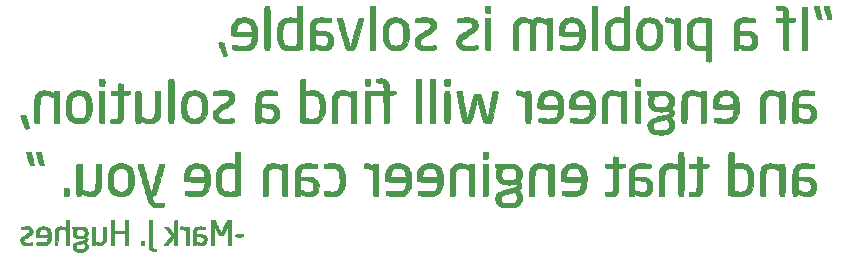
<source format=gbr>
%TF.GenerationSoftware,KiCad,Pcbnew,(6.0.0)*%
%TF.CreationDate,2022-01-21T14:37:34-08:00*%
%TF.ProjectId,PCB-side-name,5043422d-7369-4646-952d-6e616d652e6b,rev?*%
%TF.SameCoordinates,Original*%
%TF.FileFunction,Legend,Bot*%
%TF.FilePolarity,Positive*%
%FSLAX46Y46*%
G04 Gerber Fmt 4.6, Leading zero omitted, Abs format (unit mm)*
G04 Created by KiCad (PCBNEW (6.0.0)) date 2022-01-21 14:37:34*
%MOMM*%
%LPD*%
G01*
G04 APERTURE LIST*
%ADD10C,0.010000*%
G04 APERTURE END LIST*
D10*
%TO.C,Ref\u002A\u002A*%
X132052046Y-99557912D02*
X132198182Y-99593732D01*
X132198182Y-99593732D02*
X132352962Y-99658167D01*
X132352962Y-99658167D02*
X132384717Y-99674041D01*
X132384717Y-99674041D02*
X132462429Y-99713238D01*
X132462429Y-99713238D02*
X132509990Y-99734482D01*
X132509990Y-99734482D02*
X132534790Y-99739389D01*
X132534790Y-99739389D02*
X132544217Y-99729573D01*
X132544217Y-99729573D02*
X132545666Y-99709218D01*
X132545666Y-99709218D02*
X132557762Y-99655528D01*
X132557762Y-99655528D02*
X132578616Y-99615043D01*
X132578616Y-99615043D02*
X132600851Y-99590403D01*
X132600851Y-99590403D02*
X132631827Y-99576180D01*
X132631827Y-99576180D02*
X132682589Y-99569627D01*
X132682589Y-99569627D02*
X132764181Y-99568001D01*
X132764181Y-99568001D02*
X132767916Y-99568000D01*
X132767916Y-99568000D02*
X132850854Y-99569497D01*
X132850854Y-99569497D02*
X132902555Y-99575820D01*
X132902555Y-99575820D02*
X132934063Y-99589712D01*
X132934063Y-99589712D02*
X132956424Y-99613919D01*
X132956424Y-99613919D02*
X132957216Y-99615043D01*
X132957216Y-99615043D02*
X132964136Y-99628865D01*
X132964136Y-99628865D02*
X132970032Y-99651158D01*
X132970032Y-99651158D02*
X132974983Y-99685105D01*
X132974983Y-99685105D02*
X132979068Y-99733888D01*
X132979068Y-99733888D02*
X132982368Y-99800690D01*
X132982368Y-99800690D02*
X132984962Y-99888696D01*
X132984962Y-99888696D02*
X132986930Y-100001088D01*
X132986930Y-100001088D02*
X132988351Y-100141050D01*
X132988351Y-100141050D02*
X132989304Y-100311765D01*
X132989304Y-100311765D02*
X132989869Y-100516415D01*
X132989869Y-100516415D02*
X132990127Y-100758185D01*
X132990127Y-100758185D02*
X132990166Y-100933250D01*
X132990166Y-100933250D02*
X132990064Y-101200359D01*
X132990064Y-101200359D02*
X132989704Y-101428318D01*
X132989704Y-101428318D02*
X132989008Y-101620311D01*
X132989008Y-101620311D02*
X132987894Y-101779521D01*
X132987894Y-101779521D02*
X132986285Y-101909131D01*
X132986285Y-101909131D02*
X132984100Y-102012324D01*
X132984100Y-102012324D02*
X132981259Y-102092283D01*
X132981259Y-102092283D02*
X132977684Y-102152193D01*
X132977684Y-102152193D02*
X132973294Y-102195235D01*
X132973294Y-102195235D02*
X132968010Y-102224593D01*
X132968010Y-102224593D02*
X132961752Y-102243451D01*
X132961752Y-102243451D02*
X132957216Y-102251456D01*
X132957216Y-102251456D02*
X132935791Y-102275474D01*
X132935791Y-102275474D02*
X132906158Y-102289635D01*
X132906158Y-102289635D02*
X132857696Y-102296457D01*
X132857696Y-102296457D02*
X132779787Y-102298457D01*
X132779787Y-102298457D02*
X132758724Y-102298500D01*
X132758724Y-102298500D02*
X132655858Y-102294813D01*
X132655858Y-102294813D02*
X132592448Y-102283529D01*
X132592448Y-102283529D02*
X132569624Y-102270113D01*
X132569624Y-102270113D02*
X132563540Y-102246158D01*
X132563540Y-102246158D02*
X132558210Y-102188979D01*
X132558210Y-102188979D02*
X132553600Y-102097199D01*
X132553600Y-102097199D02*
X132549670Y-101969443D01*
X132549670Y-101969443D02*
X132546386Y-101804334D01*
X132546386Y-101804334D02*
X132543710Y-101600497D01*
X132543710Y-101600497D02*
X132541605Y-101356555D01*
X132541605Y-101356555D02*
X132540574Y-101185321D01*
X132540574Y-101185321D02*
X132535083Y-100128916D01*
X132535083Y-100128916D02*
X132397500Y-100060551D01*
X132397500Y-100060551D02*
X132243844Y-99995471D01*
X132243844Y-99995471D02*
X132089017Y-99950245D01*
X132089017Y-99950245D02*
X131947172Y-99928749D01*
X131947172Y-99928749D02*
X131911511Y-99927509D01*
X131911511Y-99927509D02*
X131833171Y-99922699D01*
X131833171Y-99922699D02*
X131785473Y-99903239D01*
X131785473Y-99903239D02*
X131759822Y-99860603D01*
X131759822Y-99860603D02*
X131747621Y-99786266D01*
X131747621Y-99786266D02*
X131745767Y-99763143D01*
X131745767Y-99763143D02*
X131743352Y-99665017D01*
X131743352Y-99665017D02*
X131756310Y-99601134D01*
X131756310Y-99601134D02*
X131789447Y-99564740D01*
X131789447Y-99564740D02*
X131847572Y-99549086D01*
X131847572Y-99549086D02*
X131899786Y-99546833D01*
X131899786Y-99546833D02*
X132052046Y-99557912D01*
X132052046Y-99557912D02*
X132052046Y-99557912D01*
G36*
X132052046Y-99557912D02*
G01*
X132198182Y-99593732D01*
X132352962Y-99658167D01*
X132384717Y-99674041D01*
X132462429Y-99713238D01*
X132509990Y-99734482D01*
X132534790Y-99739389D01*
X132544217Y-99729573D01*
X132545666Y-99709218D01*
X132557762Y-99655528D01*
X132578616Y-99615043D01*
X132600851Y-99590403D01*
X132631827Y-99576180D01*
X132682589Y-99569627D01*
X132764181Y-99568001D01*
X132767916Y-99568000D01*
X132850854Y-99569497D01*
X132902555Y-99575820D01*
X132934063Y-99589712D01*
X132956424Y-99613919D01*
X132957216Y-99615043D01*
X132964136Y-99628865D01*
X132970032Y-99651158D01*
X132974983Y-99685105D01*
X132979068Y-99733888D01*
X132982368Y-99800690D01*
X132984962Y-99888696D01*
X132986930Y-100001088D01*
X132988351Y-100141050D01*
X132989304Y-100311765D01*
X132989869Y-100516415D01*
X132990127Y-100758185D01*
X132990166Y-100933250D01*
X132990064Y-101200359D01*
X132989704Y-101428318D01*
X132989008Y-101620311D01*
X132987894Y-101779521D01*
X132986285Y-101909131D01*
X132984100Y-102012324D01*
X132981259Y-102092283D01*
X132977684Y-102152193D01*
X132973294Y-102195235D01*
X132968010Y-102224593D01*
X132961752Y-102243451D01*
X132957216Y-102251456D01*
X132935791Y-102275474D01*
X132906158Y-102289635D01*
X132857696Y-102296457D01*
X132779787Y-102298457D01*
X132758724Y-102298500D01*
X132655858Y-102294813D01*
X132592448Y-102283529D01*
X132569624Y-102270113D01*
X132563540Y-102246158D01*
X132558210Y-102188979D01*
X132553600Y-102097199D01*
X132549670Y-101969443D01*
X132546386Y-101804334D01*
X132543710Y-101600497D01*
X132541605Y-101356555D01*
X132540574Y-101185321D01*
X132535083Y-100128916D01*
X132397500Y-100060551D01*
X132243844Y-99995471D01*
X132089017Y-99950245D01*
X131947172Y-99928749D01*
X131911511Y-99927509D01*
X131833171Y-99922699D01*
X131785473Y-99903239D01*
X131759822Y-99860603D01*
X131747621Y-99786266D01*
X131745767Y-99763143D01*
X131743352Y-99665017D01*
X131756310Y-99601134D01*
X131789447Y-99564740D01*
X131847572Y-99549086D01*
X131899786Y-99546833D01*
X132052046Y-99557912D01*
G37*
X132052046Y-99557912D02*
X132198182Y-99593732D01*
X132352962Y-99658167D01*
X132384717Y-99674041D01*
X132462429Y-99713238D01*
X132509990Y-99734482D01*
X132534790Y-99739389D01*
X132544217Y-99729573D01*
X132545666Y-99709218D01*
X132557762Y-99655528D01*
X132578616Y-99615043D01*
X132600851Y-99590403D01*
X132631827Y-99576180D01*
X132682589Y-99569627D01*
X132764181Y-99568001D01*
X132767916Y-99568000D01*
X132850854Y-99569497D01*
X132902555Y-99575820D01*
X132934063Y-99589712D01*
X132956424Y-99613919D01*
X132957216Y-99615043D01*
X132964136Y-99628865D01*
X132970032Y-99651158D01*
X132974983Y-99685105D01*
X132979068Y-99733888D01*
X132982368Y-99800690D01*
X132984962Y-99888696D01*
X132986930Y-100001088D01*
X132988351Y-100141050D01*
X132989304Y-100311765D01*
X132989869Y-100516415D01*
X132990127Y-100758185D01*
X132990166Y-100933250D01*
X132990064Y-101200359D01*
X132989704Y-101428318D01*
X132989008Y-101620311D01*
X132987894Y-101779521D01*
X132986285Y-101909131D01*
X132984100Y-102012324D01*
X132981259Y-102092283D01*
X132977684Y-102152193D01*
X132973294Y-102195235D01*
X132968010Y-102224593D01*
X132961752Y-102243451D01*
X132957216Y-102251456D01*
X132935791Y-102275474D01*
X132906158Y-102289635D01*
X132857696Y-102296457D01*
X132779787Y-102298457D01*
X132758724Y-102298500D01*
X132655858Y-102294813D01*
X132592448Y-102283529D01*
X132569624Y-102270113D01*
X132563540Y-102246158D01*
X132558210Y-102188979D01*
X132553600Y-102097199D01*
X132549670Y-101969443D01*
X132546386Y-101804334D01*
X132543710Y-101600497D01*
X132541605Y-101356555D01*
X132540574Y-101185321D01*
X132535083Y-100128916D01*
X132397500Y-100060551D01*
X132243844Y-99995471D01*
X132089017Y-99950245D01*
X131947172Y-99928749D01*
X131911511Y-99927509D01*
X131833171Y-99922699D01*
X131785473Y-99903239D01*
X131759822Y-99860603D01*
X131747621Y-99786266D01*
X131745767Y-99763143D01*
X131743352Y-99665017D01*
X131756310Y-99601134D01*
X131789447Y-99564740D01*
X131847572Y-99549086D01*
X131899786Y-99546833D01*
X132052046Y-99557912D01*
X117856655Y-99563272D02*
X118061013Y-99612685D01*
X118061013Y-99612685D02*
X118239039Y-99695211D01*
X118239039Y-99695211D02*
X118390930Y-99810990D01*
X118390930Y-99810990D02*
X118516883Y-99960165D01*
X118516883Y-99960165D02*
X118617093Y-100142875D01*
X118617093Y-100142875D02*
X118674330Y-100298250D01*
X118674330Y-100298250D02*
X118689738Y-100373804D01*
X118689738Y-100373804D02*
X118701732Y-100483216D01*
X118701732Y-100483216D02*
X118710312Y-100618147D01*
X118710312Y-100618147D02*
X118715475Y-100770258D01*
X118715475Y-100770258D02*
X118717222Y-100931211D01*
X118717222Y-100931211D02*
X118715551Y-101092667D01*
X118715551Y-101092667D02*
X118710460Y-101246289D01*
X118710460Y-101246289D02*
X118701949Y-101383737D01*
X118701949Y-101383737D02*
X118690016Y-101496674D01*
X118690016Y-101496674D02*
X118674661Y-101576761D01*
X118674661Y-101576761D02*
X118674503Y-101577322D01*
X118674503Y-101577322D02*
X118599473Y-101778541D01*
X118599473Y-101778541D02*
X118496537Y-101948125D01*
X118496537Y-101948125D02*
X118364592Y-102087203D01*
X118364592Y-102087203D02*
X118202538Y-102196903D01*
X118202538Y-102196903D02*
X118009273Y-102278357D01*
X118009273Y-102278357D02*
X117983000Y-102286568D01*
X117983000Y-102286568D02*
X117909566Y-102301965D01*
X117909566Y-102301965D02*
X117805244Y-102315025D01*
X117805244Y-102315025D02*
X117681448Y-102325096D01*
X117681448Y-102325096D02*
X117549589Y-102331524D01*
X117549589Y-102331524D02*
X117421079Y-102333656D01*
X117421079Y-102333656D02*
X117307331Y-102330842D01*
X117307331Y-102330842D02*
X117263333Y-102327726D01*
X117263333Y-102327726D02*
X117138181Y-102314433D01*
X117138181Y-102314433D02*
X117011668Y-102297670D01*
X117011668Y-102297670D02*
X116892148Y-102278888D01*
X116892148Y-102278888D02*
X116787975Y-102259535D01*
X116787975Y-102259535D02*
X116707505Y-102241061D01*
X116707505Y-102241061D02*
X116659090Y-102224915D01*
X116659090Y-102224915D02*
X116653849Y-102222002D01*
X116653849Y-102222002D02*
X116627836Y-102200803D01*
X116627836Y-102200803D02*
X116614031Y-102172358D01*
X116614031Y-102172358D02*
X116609571Y-102124951D01*
X116609571Y-102124951D02*
X116611516Y-102048686D01*
X116611516Y-102048686D02*
X116617750Y-101906916D01*
X116617750Y-101906916D02*
X116871750Y-101917500D01*
X116871750Y-101917500D02*
X116985663Y-101921189D01*
X116985663Y-101921189D02*
X117126763Y-101924163D01*
X117126763Y-101924163D02*
X117279909Y-101926188D01*
X117279909Y-101926188D02*
X117429957Y-101927029D01*
X117429957Y-101927029D02*
X117485583Y-101926982D01*
X117485583Y-101926982D02*
X117636354Y-101925446D01*
X117636354Y-101925446D02*
X117752424Y-101920707D01*
X117752424Y-101920707D02*
X117841401Y-101911006D01*
X117841401Y-101911006D02*
X117910894Y-101894584D01*
X117910894Y-101894584D02*
X117968511Y-101869680D01*
X117968511Y-101869680D02*
X118021860Y-101834535D01*
X118021860Y-101834535D02*
X118074789Y-101790699D01*
X118074789Y-101790699D02*
X118142834Y-101707941D01*
X118142834Y-101707941D02*
X118200340Y-101592809D01*
X118200340Y-101592809D02*
X118244237Y-101454598D01*
X118244237Y-101454598D02*
X118271452Y-101302603D01*
X118271452Y-101302603D02*
X118279173Y-101172071D01*
X118279173Y-101172071D02*
X118279333Y-101093392D01*
X118279333Y-101093392D02*
X117430945Y-101087404D01*
X117430945Y-101087404D02*
X117219041Y-101085839D01*
X117219041Y-101085839D02*
X117045463Y-101084276D01*
X117045463Y-101084276D02*
X116906202Y-101082497D01*
X116906202Y-101082497D02*
X116797252Y-101080281D01*
X116797252Y-101080281D02*
X116714605Y-101077409D01*
X116714605Y-101077409D02*
X116654254Y-101073660D01*
X116654254Y-101073660D02*
X116612191Y-101068815D01*
X116612191Y-101068815D02*
X116584408Y-101062653D01*
X116584408Y-101062653D02*
X116566899Y-101054955D01*
X116566899Y-101054955D02*
X116555656Y-101045500D01*
X116555656Y-101045500D02*
X116550395Y-101039083D01*
X116550395Y-101039083D02*
X116537216Y-101014368D01*
X116537216Y-101014368D02*
X116529003Y-100976971D01*
X116529003Y-100976971D02*
X116525291Y-100919566D01*
X116525291Y-100919566D02*
X116525621Y-100834826D01*
X116525621Y-100834826D02*
X116528981Y-100732166D01*
X116528981Y-100732166D02*
X116982199Y-100732166D01*
X116982199Y-100732166D02*
X118285179Y-100732166D01*
X118285179Y-100732166D02*
X118271229Y-100589291D01*
X118271229Y-100589291D02*
X118246181Y-100424025D01*
X118246181Y-100424025D02*
X118204744Y-100290151D01*
X118204744Y-100290151D02*
X118143605Y-100178796D01*
X118143605Y-100178796D02*
X118095477Y-100118422D01*
X118095477Y-100118422D02*
X118006430Y-100035693D01*
X118006430Y-100035693D02*
X117908791Y-99980821D01*
X117908791Y-99980821D02*
X117792624Y-99949940D01*
X117792624Y-99949940D02*
X117647997Y-99939188D01*
X117647997Y-99939188D02*
X117634451Y-99939079D01*
X117634451Y-99939079D02*
X117478091Y-99946653D01*
X117478091Y-99946653D02*
X117353050Y-99972424D01*
X117353050Y-99972424D02*
X117251320Y-100018919D01*
X117251320Y-100018919D02*
X117166795Y-100086757D01*
X117166795Y-100086757D02*
X117093178Y-100178777D01*
X117093178Y-100178777D02*
X117041386Y-100289063D01*
X117041386Y-100289063D02*
X117008566Y-100425390D01*
X117008566Y-100425390D02*
X116994114Y-100557541D01*
X116994114Y-100557541D02*
X116982199Y-100732166D01*
X116982199Y-100732166D02*
X116528981Y-100732166D01*
X116528981Y-100732166D02*
X116529529Y-100715425D01*
X116529529Y-100715425D02*
X116529706Y-100711000D01*
X116529706Y-100711000D02*
X116540381Y-100535593D01*
X116540381Y-100535593D02*
X116558332Y-100391419D01*
X116558332Y-100391419D02*
X116585890Y-100267667D01*
X116585890Y-100267667D02*
X116625386Y-100153528D01*
X116625386Y-100153528D02*
X116671618Y-100052947D01*
X116671618Y-100052947D02*
X116776168Y-99889447D01*
X116776168Y-99889447D02*
X116908689Y-99757702D01*
X116908689Y-99757702D02*
X117069118Y-99657744D01*
X117069118Y-99657744D02*
X117257395Y-99589607D01*
X117257395Y-99589607D02*
X117473457Y-99553323D01*
X117473457Y-99553323D02*
X117625770Y-99546833D01*
X117625770Y-99546833D02*
X117856655Y-99563272D01*
X117856655Y-99563272D02*
X117856655Y-99563272D01*
G36*
X116529706Y-100711000D02*
G01*
X116540381Y-100535593D01*
X116558332Y-100391419D01*
X116585890Y-100267667D01*
X116625386Y-100153528D01*
X116671618Y-100052947D01*
X116776168Y-99889447D01*
X116908689Y-99757702D01*
X117069118Y-99657744D01*
X117257395Y-99589607D01*
X117473457Y-99553323D01*
X117625770Y-99546833D01*
X117856655Y-99563272D01*
X118061013Y-99612685D01*
X118239039Y-99695211D01*
X118390930Y-99810990D01*
X118516883Y-99960165D01*
X118617093Y-100142875D01*
X118674330Y-100298250D01*
X118689738Y-100373804D01*
X118701732Y-100483216D01*
X118710312Y-100618147D01*
X118715475Y-100770258D01*
X118717222Y-100931211D01*
X118715551Y-101092667D01*
X118710460Y-101246289D01*
X118701949Y-101383737D01*
X118690016Y-101496674D01*
X118674661Y-101576761D01*
X118674503Y-101577322D01*
X118599473Y-101778541D01*
X118496537Y-101948125D01*
X118364592Y-102087203D01*
X118202538Y-102196903D01*
X118009273Y-102278357D01*
X117983000Y-102286568D01*
X117909566Y-102301965D01*
X117805244Y-102315025D01*
X117681448Y-102325096D01*
X117549589Y-102331524D01*
X117421079Y-102333656D01*
X117307331Y-102330842D01*
X117263333Y-102327726D01*
X117138181Y-102314433D01*
X117011668Y-102297670D01*
X116892148Y-102278888D01*
X116787975Y-102259535D01*
X116707505Y-102241061D01*
X116659090Y-102224915D01*
X116653849Y-102222002D01*
X116627836Y-102200803D01*
X116614031Y-102172358D01*
X116609571Y-102124951D01*
X116611516Y-102048686D01*
X116617750Y-101906916D01*
X116871750Y-101917500D01*
X116985663Y-101921189D01*
X117126763Y-101924163D01*
X117279909Y-101926188D01*
X117429957Y-101927029D01*
X117485583Y-101926982D01*
X117636354Y-101925446D01*
X117752424Y-101920707D01*
X117841401Y-101911006D01*
X117910894Y-101894584D01*
X117968511Y-101869680D01*
X118021860Y-101834535D01*
X118074789Y-101790699D01*
X118142834Y-101707941D01*
X118200340Y-101592809D01*
X118244237Y-101454598D01*
X118271452Y-101302603D01*
X118279173Y-101172071D01*
X118279333Y-101093392D01*
X117430945Y-101087404D01*
X117219041Y-101085839D01*
X117045463Y-101084276D01*
X116906202Y-101082497D01*
X116797252Y-101080281D01*
X116714605Y-101077409D01*
X116654254Y-101073660D01*
X116612191Y-101068815D01*
X116584408Y-101062653D01*
X116566899Y-101054955D01*
X116555656Y-101045500D01*
X116550395Y-101039083D01*
X116537216Y-101014368D01*
X116529003Y-100976971D01*
X116525291Y-100919566D01*
X116525621Y-100834826D01*
X116528981Y-100732166D01*
X116982199Y-100732166D01*
X118285179Y-100732166D01*
X118271229Y-100589291D01*
X118246181Y-100424025D01*
X118204744Y-100290151D01*
X118143605Y-100178796D01*
X118095477Y-100118422D01*
X118006430Y-100035693D01*
X117908791Y-99980821D01*
X117792624Y-99949940D01*
X117647997Y-99939188D01*
X117634451Y-99939079D01*
X117478091Y-99946653D01*
X117353050Y-99972424D01*
X117251320Y-100018919D01*
X117166795Y-100086757D01*
X117093178Y-100178777D01*
X117041386Y-100289063D01*
X117008566Y-100425390D01*
X116994114Y-100557541D01*
X116982199Y-100732166D01*
X116528981Y-100732166D01*
X116529529Y-100715425D01*
X116529706Y-100711000D01*
G37*
X116529706Y-100711000D02*
X116540381Y-100535593D01*
X116558332Y-100391419D01*
X116585890Y-100267667D01*
X116625386Y-100153528D01*
X116671618Y-100052947D01*
X116776168Y-99889447D01*
X116908689Y-99757702D01*
X117069118Y-99657744D01*
X117257395Y-99589607D01*
X117473457Y-99553323D01*
X117625770Y-99546833D01*
X117856655Y-99563272D01*
X118061013Y-99612685D01*
X118239039Y-99695211D01*
X118390930Y-99810990D01*
X118516883Y-99960165D01*
X118617093Y-100142875D01*
X118674330Y-100298250D01*
X118689738Y-100373804D01*
X118701732Y-100483216D01*
X118710312Y-100618147D01*
X118715475Y-100770258D01*
X118717222Y-100931211D01*
X118715551Y-101092667D01*
X118710460Y-101246289D01*
X118701949Y-101383737D01*
X118690016Y-101496674D01*
X118674661Y-101576761D01*
X118674503Y-101577322D01*
X118599473Y-101778541D01*
X118496537Y-101948125D01*
X118364592Y-102087203D01*
X118202538Y-102196903D01*
X118009273Y-102278357D01*
X117983000Y-102286568D01*
X117909566Y-102301965D01*
X117805244Y-102315025D01*
X117681448Y-102325096D01*
X117549589Y-102331524D01*
X117421079Y-102333656D01*
X117307331Y-102330842D01*
X117263333Y-102327726D01*
X117138181Y-102314433D01*
X117011668Y-102297670D01*
X116892148Y-102278888D01*
X116787975Y-102259535D01*
X116707505Y-102241061D01*
X116659090Y-102224915D01*
X116653849Y-102222002D01*
X116627836Y-102200803D01*
X116614031Y-102172358D01*
X116609571Y-102124951D01*
X116611516Y-102048686D01*
X116617750Y-101906916D01*
X116871750Y-101917500D01*
X116985663Y-101921189D01*
X117126763Y-101924163D01*
X117279909Y-101926188D01*
X117429957Y-101927029D01*
X117485583Y-101926982D01*
X117636354Y-101925446D01*
X117752424Y-101920707D01*
X117841401Y-101911006D01*
X117910894Y-101894584D01*
X117968511Y-101869680D01*
X118021860Y-101834535D01*
X118074789Y-101790699D01*
X118142834Y-101707941D01*
X118200340Y-101592809D01*
X118244237Y-101454598D01*
X118271452Y-101302603D01*
X118279173Y-101172071D01*
X118279333Y-101093392D01*
X117430945Y-101087404D01*
X117219041Y-101085839D01*
X117045463Y-101084276D01*
X116906202Y-101082497D01*
X116797252Y-101080281D01*
X116714605Y-101077409D01*
X116654254Y-101073660D01*
X116612191Y-101068815D01*
X116584408Y-101062653D01*
X116566899Y-101054955D01*
X116555656Y-101045500D01*
X116550395Y-101039083D01*
X116537216Y-101014368D01*
X116529003Y-100976971D01*
X116525291Y-100919566D01*
X116525621Y-100834826D01*
X116528981Y-100732166D01*
X116982199Y-100732166D01*
X118285179Y-100732166D01*
X118271229Y-100589291D01*
X118246181Y-100424025D01*
X118204744Y-100290151D01*
X118143605Y-100178796D01*
X118095477Y-100118422D01*
X118006430Y-100035693D01*
X117908791Y-99980821D01*
X117792624Y-99949940D01*
X117647997Y-99939188D01*
X117634451Y-99939079D01*
X117478091Y-99946653D01*
X117353050Y-99972424D01*
X117251320Y-100018919D01*
X117166795Y-100086757D01*
X117093178Y-100178777D01*
X117041386Y-100289063D01*
X117008566Y-100425390D01*
X116994114Y-100557541D01*
X116982199Y-100732166D01*
X116528981Y-100732166D01*
X116529529Y-100715425D01*
X116529706Y-100711000D01*
X104724713Y-104893552D02*
X104796795Y-104902124D01*
X104796795Y-104902124D02*
X104859493Y-104920377D01*
X104859493Y-104920377D02*
X104928026Y-104950970D01*
X104928026Y-104950970D02*
X105056763Y-105034732D01*
X105056763Y-105034732D02*
X105152537Y-105144432D01*
X105152537Y-105144432D02*
X105214042Y-105271746D01*
X105214042Y-105271746D02*
X105229477Y-105325609D01*
X105229477Y-105325609D02*
X105240159Y-105389423D01*
X105240159Y-105389423D02*
X105246787Y-105471494D01*
X105246787Y-105471494D02*
X105250062Y-105580127D01*
X105250062Y-105580127D02*
X105250726Y-105706333D01*
X105250726Y-105706333D02*
X105249985Y-105834539D01*
X105249985Y-105834539D02*
X105247574Y-105929065D01*
X105247574Y-105929065D02*
X105242505Y-105998559D01*
X105242505Y-105998559D02*
X105233792Y-106051671D01*
X105233792Y-106051671D02*
X105220444Y-106097047D01*
X105220444Y-106097047D02*
X105201476Y-106143336D01*
X105201476Y-106143336D02*
X105200571Y-106145364D01*
X105200571Y-106145364D02*
X105127490Y-106263936D01*
X105127490Y-106263936D02*
X105026516Y-106365553D01*
X105026516Y-106365553D02*
X104910147Y-106437692D01*
X104910147Y-106437692D02*
X104907763Y-106438742D01*
X104907763Y-106438742D02*
X104844256Y-106456268D01*
X104844256Y-106456268D02*
X104750021Y-106469766D01*
X104750021Y-106469766D02*
X104636519Y-106478684D01*
X104636519Y-106478684D02*
X104515214Y-106482472D01*
X104515214Y-106482472D02*
X104397566Y-106480579D01*
X104397566Y-106480579D02*
X104295039Y-106472454D01*
X104295039Y-106472454D02*
X104272425Y-106469277D01*
X104272425Y-106469277D02*
X104174207Y-106452568D01*
X104174207Y-106452568D02*
X104110027Y-106437311D01*
X104110027Y-106437311D02*
X104071859Y-106420181D01*
X104071859Y-106420181D02*
X104051678Y-106397851D01*
X104051678Y-106397851D02*
X104043161Y-106374288D01*
X104043161Y-106374288D02*
X104038196Y-106316840D01*
X104038196Y-106316840D02*
X104043517Y-106281716D01*
X104043517Y-106281716D02*
X104050561Y-106266667D01*
X104050561Y-106266667D02*
X104064726Y-106255848D01*
X104064726Y-106255848D02*
X104092101Y-106248637D01*
X104092101Y-106248637D02*
X104138777Y-106244411D01*
X104138777Y-106244411D02*
X104210844Y-106242550D01*
X104210844Y-106242550D02*
X104314390Y-106242430D01*
X104314390Y-106242430D02*
X104421137Y-106243147D01*
X104421137Y-106243147D02*
X104554199Y-106243937D01*
X104554199Y-106243937D02*
X104651982Y-106243354D01*
X104651982Y-106243354D02*
X104721533Y-106240662D01*
X104721533Y-106240662D02*
X104769901Y-106235127D01*
X104769901Y-106235127D02*
X104804134Y-106226015D01*
X104804134Y-106226015D02*
X104831281Y-106212592D01*
X104831281Y-106212592D02*
X104852726Y-106198190D01*
X104852726Y-106198190D02*
X104916847Y-106127760D01*
X104916847Y-106127760D02*
X104964411Y-106021492D01*
X104964411Y-106021492D02*
X104993773Y-105883170D01*
X104993773Y-105883170D02*
X104995340Y-105870375D01*
X104995340Y-105870375D02*
X105007023Y-105769833D01*
X105007023Y-105769833D02*
X104013806Y-105769833D01*
X104013806Y-105769833D02*
X103999981Y-105714750D01*
X103999981Y-105714750D02*
X103993772Y-105652797D01*
X103993772Y-105652797D02*
X103995744Y-105579333D01*
X103995744Y-105579333D02*
X104261120Y-105579333D01*
X104261120Y-105579333D02*
X104622644Y-105579333D01*
X104622644Y-105579333D02*
X104741889Y-105578449D01*
X104741889Y-105578449D02*
X104845703Y-105575998D01*
X104845703Y-105575998D02*
X104926986Y-105572285D01*
X104926986Y-105572285D02*
X104978634Y-105567614D01*
X104978634Y-105567614D02*
X104993805Y-105563458D01*
X104993805Y-105563458D02*
X104998145Y-105527745D01*
X104998145Y-105527745D02*
X104991164Y-105466555D01*
X104991164Y-105466555D02*
X104976018Y-105394194D01*
X104976018Y-105394194D02*
X104955861Y-105324966D01*
X104955861Y-105324966D02*
X104933850Y-105273175D01*
X104933850Y-105273175D02*
X104927658Y-105263577D01*
X104927658Y-105263577D02*
X104839711Y-105178919D01*
X104839711Y-105178919D02*
X104731745Y-105128613D01*
X104731745Y-105128613D02*
X104610866Y-105114508D01*
X104610866Y-105114508D02*
X104484179Y-105138452D01*
X104484179Y-105138452D02*
X104468544Y-105144115D01*
X104468544Y-105144115D02*
X104379625Y-105195862D01*
X104379625Y-105195862D02*
X104318280Y-105274565D01*
X104318280Y-105274565D02*
X104282112Y-105383998D01*
X104282112Y-105383998D02*
X104272588Y-105452865D01*
X104272588Y-105452865D02*
X104261120Y-105579333D01*
X104261120Y-105579333D02*
X103995744Y-105579333D01*
X103995744Y-105579333D02*
X103996161Y-105563802D01*
X103996161Y-105563802D02*
X104005740Y-105461856D01*
X104005740Y-105461856D02*
X104021101Y-105361053D01*
X104021101Y-105361053D02*
X104040839Y-105275483D01*
X104040839Y-105275483D02*
X104045278Y-105261162D01*
X104045278Y-105261162D02*
X104109536Y-105131390D01*
X104109536Y-105131390D02*
X104208707Y-105025011D01*
X104208707Y-105025011D02*
X104325640Y-104950970D01*
X104325640Y-104950970D02*
X104395139Y-104920011D01*
X104395139Y-104920011D02*
X104457857Y-104901929D01*
X104457857Y-104901929D02*
X104530208Y-104893480D01*
X104530208Y-104893480D02*
X104626833Y-104891416D01*
X104626833Y-104891416D02*
X104724713Y-104893552D01*
X104724713Y-104893552D02*
X104724713Y-104893552D01*
G36*
X104005740Y-105461856D02*
G01*
X104021101Y-105361053D01*
X104040839Y-105275483D01*
X104045278Y-105261162D01*
X104109536Y-105131390D01*
X104208707Y-105025011D01*
X104325640Y-104950970D01*
X104395139Y-104920011D01*
X104457857Y-104901929D01*
X104530208Y-104893480D01*
X104626833Y-104891416D01*
X104724713Y-104893552D01*
X104796795Y-104902124D01*
X104859493Y-104920377D01*
X104928026Y-104950970D01*
X105056763Y-105034732D01*
X105152537Y-105144432D01*
X105214042Y-105271746D01*
X105229477Y-105325609D01*
X105240159Y-105389423D01*
X105246787Y-105471494D01*
X105250062Y-105580127D01*
X105250726Y-105706333D01*
X105249985Y-105834539D01*
X105247574Y-105929065D01*
X105242505Y-105998559D01*
X105233792Y-106051671D01*
X105220444Y-106097047D01*
X105201476Y-106143336D01*
X105200571Y-106145364D01*
X105127490Y-106263936D01*
X105026516Y-106365553D01*
X104910147Y-106437692D01*
X104907763Y-106438742D01*
X104844256Y-106456268D01*
X104750021Y-106469766D01*
X104636519Y-106478684D01*
X104515214Y-106482472D01*
X104397566Y-106480579D01*
X104295039Y-106472454D01*
X104272425Y-106469277D01*
X104174207Y-106452568D01*
X104110027Y-106437311D01*
X104071859Y-106420181D01*
X104051678Y-106397851D01*
X104043161Y-106374288D01*
X104038196Y-106316840D01*
X104043517Y-106281716D01*
X104050561Y-106266667D01*
X104064726Y-106255848D01*
X104092101Y-106248637D01*
X104138777Y-106244411D01*
X104210844Y-106242550D01*
X104314390Y-106242430D01*
X104421137Y-106243147D01*
X104554199Y-106243937D01*
X104651982Y-106243354D01*
X104721533Y-106240662D01*
X104769901Y-106235127D01*
X104804134Y-106226015D01*
X104831281Y-106212592D01*
X104852726Y-106198190D01*
X104916847Y-106127760D01*
X104964411Y-106021492D01*
X104993773Y-105883170D01*
X104995340Y-105870375D01*
X105007023Y-105769833D01*
X104013806Y-105769833D01*
X103999981Y-105714750D01*
X103993772Y-105652797D01*
X103995744Y-105579333D01*
X104261120Y-105579333D01*
X104622644Y-105579333D01*
X104741889Y-105578449D01*
X104845703Y-105575998D01*
X104926986Y-105572285D01*
X104978634Y-105567614D01*
X104993805Y-105563458D01*
X104998145Y-105527745D01*
X104991164Y-105466555D01*
X104976018Y-105394194D01*
X104955861Y-105324966D01*
X104933850Y-105273175D01*
X104927658Y-105263577D01*
X104839711Y-105178919D01*
X104731745Y-105128613D01*
X104610866Y-105114508D01*
X104484179Y-105138452D01*
X104468544Y-105144115D01*
X104379625Y-105195862D01*
X104318280Y-105274565D01*
X104282112Y-105383998D01*
X104272588Y-105452865D01*
X104261120Y-105579333D01*
X103995744Y-105579333D01*
X103996161Y-105563802D01*
X104005740Y-105461856D01*
G37*
X104005740Y-105461856D02*
X104021101Y-105361053D01*
X104040839Y-105275483D01*
X104045278Y-105261162D01*
X104109536Y-105131390D01*
X104208707Y-105025011D01*
X104325640Y-104950970D01*
X104395139Y-104920011D01*
X104457857Y-104901929D01*
X104530208Y-104893480D01*
X104626833Y-104891416D01*
X104724713Y-104893552D01*
X104796795Y-104902124D01*
X104859493Y-104920377D01*
X104928026Y-104950970D01*
X105056763Y-105034732D01*
X105152537Y-105144432D01*
X105214042Y-105271746D01*
X105229477Y-105325609D01*
X105240159Y-105389423D01*
X105246787Y-105471494D01*
X105250062Y-105580127D01*
X105250726Y-105706333D01*
X105249985Y-105834539D01*
X105247574Y-105929065D01*
X105242505Y-105998559D01*
X105233792Y-106051671D01*
X105220444Y-106097047D01*
X105201476Y-106143336D01*
X105200571Y-106145364D01*
X105127490Y-106263936D01*
X105026516Y-106365553D01*
X104910147Y-106437692D01*
X104907763Y-106438742D01*
X104844256Y-106456268D01*
X104750021Y-106469766D01*
X104636519Y-106478684D01*
X104515214Y-106482472D01*
X104397566Y-106480579D01*
X104295039Y-106472454D01*
X104272425Y-106469277D01*
X104174207Y-106452568D01*
X104110027Y-106437311D01*
X104071859Y-106420181D01*
X104051678Y-106397851D01*
X104043161Y-106374288D01*
X104038196Y-106316840D01*
X104043517Y-106281716D01*
X104050561Y-106266667D01*
X104064726Y-106255848D01*
X104092101Y-106248637D01*
X104138777Y-106244411D01*
X104210844Y-106242550D01*
X104314390Y-106242430D01*
X104421137Y-106243147D01*
X104554199Y-106243937D01*
X104651982Y-106243354D01*
X104721533Y-106240662D01*
X104769901Y-106235127D01*
X104804134Y-106226015D01*
X104831281Y-106212592D01*
X104852726Y-106198190D01*
X104916847Y-106127760D01*
X104964411Y-106021492D01*
X104993773Y-105883170D01*
X104995340Y-105870375D01*
X105007023Y-105769833D01*
X104013806Y-105769833D01*
X103999981Y-105714750D01*
X103993772Y-105652797D01*
X103995744Y-105579333D01*
X104261120Y-105579333D01*
X104622644Y-105579333D01*
X104741889Y-105578449D01*
X104845703Y-105575998D01*
X104926986Y-105572285D01*
X104978634Y-105567614D01*
X104993805Y-105563458D01*
X104998145Y-105527745D01*
X104991164Y-105466555D01*
X104976018Y-105394194D01*
X104955861Y-105324966D01*
X104933850Y-105273175D01*
X104927658Y-105263577D01*
X104839711Y-105178919D01*
X104731745Y-105128613D01*
X104610866Y-105114508D01*
X104484179Y-105138452D01*
X104468544Y-105144115D01*
X104379625Y-105195862D01*
X104318280Y-105274565D01*
X104282112Y-105383998D01*
X104272588Y-105452865D01*
X104261120Y-105579333D01*
X103995744Y-105579333D01*
X103996161Y-105563802D01*
X104005740Y-105461856D01*
X114743482Y-99572787D02*
X114819185Y-99587928D01*
X114819185Y-99587928D02*
X114860580Y-99614584D01*
X114860580Y-99614584D02*
X114871416Y-99648119D01*
X114871416Y-99648119D02*
X114865459Y-99678508D01*
X114865459Y-99678508D02*
X114848510Y-99744980D01*
X114848510Y-99744980D02*
X114821874Y-99843108D01*
X114821874Y-99843108D02*
X114786855Y-99968467D01*
X114786855Y-99968467D02*
X114744760Y-100116632D01*
X114744760Y-100116632D02*
X114696894Y-100283177D01*
X114696894Y-100283177D02*
X114644561Y-100463677D01*
X114644561Y-100463677D02*
X114589068Y-100653706D01*
X114589068Y-100653706D02*
X114531719Y-100848838D01*
X114531719Y-100848838D02*
X114473820Y-101044649D01*
X114473820Y-101044649D02*
X114416677Y-101236712D01*
X114416677Y-101236712D02*
X114361594Y-101420603D01*
X114361594Y-101420603D02*
X114309877Y-101591895D01*
X114309877Y-101591895D02*
X114262830Y-101746164D01*
X114262830Y-101746164D02*
X114221761Y-101878983D01*
X114221761Y-101878983D02*
X114187973Y-101985927D01*
X114187973Y-101985927D02*
X114162772Y-102062571D01*
X114162772Y-102062571D02*
X114147464Y-102104489D01*
X114147464Y-102104489D02*
X114145877Y-102107969D01*
X114145877Y-102107969D02*
X114077657Y-102206486D01*
X114077657Y-102206486D02*
X113989105Y-102270845D01*
X113989105Y-102270845D02*
X113884930Y-102297852D01*
X113884930Y-102297852D02*
X113865115Y-102298500D01*
X113865115Y-102298500D02*
X113775157Y-102298500D01*
X113775157Y-102298500D02*
X113816760Y-102460899D01*
X113816760Y-102460899D02*
X113857190Y-102601341D01*
X113857190Y-102601341D02*
X113901582Y-102710417D01*
X113901582Y-102710417D02*
X113955458Y-102791565D01*
X113955458Y-102791565D02*
X114024338Y-102848223D01*
X114024338Y-102848223D02*
X114113742Y-102883827D01*
X114113742Y-102883827D02*
X114229191Y-102901815D01*
X114229191Y-102901815D02*
X114376207Y-102905624D01*
X114376207Y-102905624D02*
X114523039Y-102900635D01*
X114523039Y-102900635D02*
X114641677Y-102895041D01*
X114641677Y-102895041D02*
X114725023Y-102892399D01*
X114725023Y-102892399D02*
X114780050Y-102893326D01*
X114780050Y-102893326D02*
X114813736Y-102898440D01*
X114813736Y-102898440D02*
X114833054Y-102908355D01*
X114833054Y-102908355D02*
X114844981Y-102923690D01*
X114844981Y-102923690D02*
X114848123Y-102929371D01*
X114848123Y-102929371D02*
X114867216Y-102991481D01*
X114867216Y-102991481D02*
X114871548Y-103066523D01*
X114871548Y-103066523D02*
X114861995Y-103137592D01*
X114861995Y-103137592D02*
X114839434Y-103187787D01*
X114839434Y-103187787D02*
X114834458Y-103192948D01*
X114834458Y-103192948D02*
X114782357Y-103219718D01*
X114782357Y-103219718D02*
X114697048Y-103241426D01*
X114697048Y-103241426D02*
X114587407Y-103257596D01*
X114587407Y-103257596D02*
X114462310Y-103267753D01*
X114462310Y-103267753D02*
X114330632Y-103271419D01*
X114330632Y-103271419D02*
X114201250Y-103268120D01*
X114201250Y-103268120D02*
X114083040Y-103257378D01*
X114083040Y-103257378D02*
X113984877Y-103238719D01*
X113984877Y-103238719D02*
X113984222Y-103238544D01*
X113984222Y-103238544D02*
X113838946Y-103183641D01*
X113838946Y-103183641D02*
X113719174Y-103101699D01*
X113719174Y-103101699D02*
X113619568Y-102987967D01*
X113619568Y-102987967D02*
X113535518Y-102839252D01*
X113535518Y-102839252D02*
X113521904Y-102802524D01*
X113521904Y-102802524D02*
X113498085Y-102729773D01*
X113498085Y-102729773D02*
X113465187Y-102624870D01*
X113465187Y-102624870D02*
X113424339Y-102491687D01*
X113424339Y-102491687D02*
X113376669Y-102334094D01*
X113376669Y-102334094D02*
X113323307Y-102155962D01*
X113323307Y-102155962D02*
X113265379Y-101961161D01*
X113265379Y-101961161D02*
X113204015Y-101753564D01*
X113204015Y-101753564D02*
X113140343Y-101537039D01*
X113140343Y-101537039D02*
X113075491Y-101315459D01*
X113075491Y-101315459D02*
X113010587Y-101092694D01*
X113010587Y-101092694D02*
X112946760Y-100872614D01*
X112946760Y-100872614D02*
X112885138Y-100659092D01*
X112885138Y-100659092D02*
X112826850Y-100455997D01*
X112826850Y-100455997D02*
X112773023Y-100267200D01*
X112773023Y-100267200D02*
X112724787Y-100096573D01*
X112724787Y-100096573D02*
X112683269Y-99947985D01*
X112683269Y-99947985D02*
X112649598Y-99825309D01*
X112649598Y-99825309D02*
X112624902Y-99732414D01*
X112624902Y-99732414D02*
X112610309Y-99673172D01*
X112610309Y-99673172D02*
X112606666Y-99652761D01*
X112606666Y-99652761D02*
X112615610Y-99613555D01*
X112615610Y-99613555D02*
X112646513Y-99587942D01*
X112646513Y-99587942D02*
X112705483Y-99573603D01*
X112705483Y-99573603D02*
X112798627Y-99568219D01*
X112798627Y-99568219D02*
X112829869Y-99568000D01*
X112829869Y-99568000D02*
X112921998Y-99569929D01*
X112921998Y-99569929D02*
X112981523Y-99576872D01*
X112981523Y-99576872D02*
X113018045Y-99590562D01*
X113018045Y-99590562D02*
X113035024Y-99605041D01*
X113035024Y-99605041D02*
X113046574Y-99632106D01*
X113046574Y-99632106D02*
X113067678Y-99696206D01*
X113067678Y-99696206D02*
X113097212Y-99793408D01*
X113097212Y-99793408D02*
X113134053Y-99919781D01*
X113134053Y-99919781D02*
X113177078Y-100071396D01*
X113177078Y-100071396D02*
X113225165Y-100244320D01*
X113225165Y-100244320D02*
X113277190Y-100434622D01*
X113277190Y-100434622D02*
X113332030Y-100638372D01*
X113332030Y-100638372D02*
X113357000Y-100732166D01*
X113357000Y-100732166D02*
X113412298Y-100940516D01*
X113412298Y-100940516D02*
X113464530Y-101137179D01*
X113464530Y-101137179D02*
X113512650Y-101318233D01*
X113512650Y-101318233D02*
X113555613Y-101479751D01*
X113555613Y-101479751D02*
X113592376Y-101617809D01*
X113592376Y-101617809D02*
X113621894Y-101728483D01*
X113621894Y-101728483D02*
X113643121Y-101807848D01*
X113643121Y-101807848D02*
X113655013Y-101851980D01*
X113655013Y-101851980D02*
X113657038Y-101859291D01*
X113657038Y-101859291D02*
X113684198Y-101889890D01*
X113684198Y-101889890D02*
X113730052Y-101898086D01*
X113730052Y-101898086D02*
X113778095Y-101884998D01*
X113778095Y-101884998D02*
X113811824Y-101851745D01*
X113811824Y-101851745D02*
X113813215Y-101848708D01*
X113813215Y-101848708D02*
X113822520Y-101819532D01*
X113822520Y-101819532D02*
X113841678Y-101753481D01*
X113841678Y-101753481D02*
X113869580Y-101654567D01*
X113869580Y-101654567D02*
X113905118Y-101526805D01*
X113905118Y-101526805D02*
X113947181Y-101374207D01*
X113947181Y-101374207D02*
X113994661Y-101200788D01*
X113994661Y-101200788D02*
X114046449Y-101010562D01*
X114046449Y-101010562D02*
X114101434Y-100807540D01*
X114101434Y-100807540D02*
X114121779Y-100732166D01*
X114121779Y-100732166D02*
X114177842Y-100525473D01*
X114177842Y-100525473D02*
X114231449Y-100330137D01*
X114231449Y-100330137D02*
X114281453Y-100150176D01*
X114281453Y-100150176D02*
X114326711Y-99989606D01*
X114326711Y-99989606D02*
X114366075Y-99852444D01*
X114366075Y-99852444D02*
X114398401Y-99742706D01*
X114398401Y-99742706D02*
X114422544Y-99664409D01*
X114422544Y-99664409D02*
X114437358Y-99621570D01*
X114437358Y-99621570D02*
X114440172Y-99615625D01*
X114440172Y-99615625D02*
X114460211Y-99591013D01*
X114460211Y-99591013D02*
X114488690Y-99576667D01*
X114488690Y-99576667D02*
X114536312Y-99569900D01*
X114536312Y-99569900D02*
X114613782Y-99568025D01*
X114613782Y-99568025D02*
X114629962Y-99568000D01*
X114629962Y-99568000D02*
X114743482Y-99572787D01*
X114743482Y-99572787D02*
X114743482Y-99572787D01*
G36*
X114743482Y-99572787D02*
G01*
X114819185Y-99587928D01*
X114860580Y-99614584D01*
X114871416Y-99648119D01*
X114865459Y-99678508D01*
X114848510Y-99744980D01*
X114821874Y-99843108D01*
X114786855Y-99968467D01*
X114744760Y-100116632D01*
X114696894Y-100283177D01*
X114644561Y-100463677D01*
X114589068Y-100653706D01*
X114531719Y-100848838D01*
X114473820Y-101044649D01*
X114416677Y-101236712D01*
X114361594Y-101420603D01*
X114309877Y-101591895D01*
X114262830Y-101746164D01*
X114221761Y-101878983D01*
X114187973Y-101985927D01*
X114162772Y-102062571D01*
X114147464Y-102104489D01*
X114145877Y-102107969D01*
X114077657Y-102206486D01*
X113989105Y-102270845D01*
X113884930Y-102297852D01*
X113865115Y-102298500D01*
X113775157Y-102298500D01*
X113816760Y-102460899D01*
X113857190Y-102601341D01*
X113901582Y-102710417D01*
X113955458Y-102791565D01*
X114024338Y-102848223D01*
X114113742Y-102883827D01*
X114229191Y-102901815D01*
X114376207Y-102905624D01*
X114523039Y-102900635D01*
X114641677Y-102895041D01*
X114725023Y-102892399D01*
X114780050Y-102893326D01*
X114813736Y-102898440D01*
X114833054Y-102908355D01*
X114844981Y-102923690D01*
X114848123Y-102929371D01*
X114867216Y-102991481D01*
X114871548Y-103066523D01*
X114861995Y-103137592D01*
X114839434Y-103187787D01*
X114834458Y-103192948D01*
X114782357Y-103219718D01*
X114697048Y-103241426D01*
X114587407Y-103257596D01*
X114462310Y-103267753D01*
X114330632Y-103271419D01*
X114201250Y-103268120D01*
X114083040Y-103257378D01*
X113984877Y-103238719D01*
X113984222Y-103238544D01*
X113838946Y-103183641D01*
X113719174Y-103101699D01*
X113619568Y-102987967D01*
X113535518Y-102839252D01*
X113521904Y-102802524D01*
X113498085Y-102729773D01*
X113465187Y-102624870D01*
X113424339Y-102491687D01*
X113376669Y-102334094D01*
X113323307Y-102155962D01*
X113265379Y-101961161D01*
X113204015Y-101753564D01*
X113140343Y-101537039D01*
X113075491Y-101315459D01*
X113010587Y-101092694D01*
X112946760Y-100872614D01*
X112885138Y-100659092D01*
X112826850Y-100455997D01*
X112773023Y-100267200D01*
X112724787Y-100096573D01*
X112683269Y-99947985D01*
X112649598Y-99825309D01*
X112624902Y-99732414D01*
X112610309Y-99673172D01*
X112606666Y-99652761D01*
X112615610Y-99613555D01*
X112646513Y-99587942D01*
X112705483Y-99573603D01*
X112798627Y-99568219D01*
X112829869Y-99568000D01*
X112921998Y-99569929D01*
X112981523Y-99576872D01*
X113018045Y-99590562D01*
X113035024Y-99605041D01*
X113046574Y-99632106D01*
X113067678Y-99696206D01*
X113097212Y-99793408D01*
X113134053Y-99919781D01*
X113177078Y-100071396D01*
X113225165Y-100244320D01*
X113277190Y-100434622D01*
X113332030Y-100638372D01*
X113357000Y-100732166D01*
X113412298Y-100940516D01*
X113464530Y-101137179D01*
X113512650Y-101318233D01*
X113555613Y-101479751D01*
X113592376Y-101617809D01*
X113621894Y-101728483D01*
X113643121Y-101807848D01*
X113655013Y-101851980D01*
X113657038Y-101859291D01*
X113684198Y-101889890D01*
X113730052Y-101898086D01*
X113778095Y-101884998D01*
X113811824Y-101851745D01*
X113813215Y-101848708D01*
X113822520Y-101819532D01*
X113841678Y-101753481D01*
X113869580Y-101654567D01*
X113905118Y-101526805D01*
X113947181Y-101374207D01*
X113994661Y-101200788D01*
X114046449Y-101010562D01*
X114101434Y-100807540D01*
X114121779Y-100732166D01*
X114177842Y-100525473D01*
X114231449Y-100330137D01*
X114281453Y-100150176D01*
X114326711Y-99989606D01*
X114366075Y-99852444D01*
X114398401Y-99742706D01*
X114422544Y-99664409D01*
X114437358Y-99621570D01*
X114440172Y-99615625D01*
X114460211Y-99591013D01*
X114488690Y-99576667D01*
X114536312Y-99569900D01*
X114613782Y-99568025D01*
X114629962Y-99568000D01*
X114743482Y-99572787D01*
G37*
X114743482Y-99572787D02*
X114819185Y-99587928D01*
X114860580Y-99614584D01*
X114871416Y-99648119D01*
X114865459Y-99678508D01*
X114848510Y-99744980D01*
X114821874Y-99843108D01*
X114786855Y-99968467D01*
X114744760Y-100116632D01*
X114696894Y-100283177D01*
X114644561Y-100463677D01*
X114589068Y-100653706D01*
X114531719Y-100848838D01*
X114473820Y-101044649D01*
X114416677Y-101236712D01*
X114361594Y-101420603D01*
X114309877Y-101591895D01*
X114262830Y-101746164D01*
X114221761Y-101878983D01*
X114187973Y-101985927D01*
X114162772Y-102062571D01*
X114147464Y-102104489D01*
X114145877Y-102107969D01*
X114077657Y-102206486D01*
X113989105Y-102270845D01*
X113884930Y-102297852D01*
X113865115Y-102298500D01*
X113775157Y-102298500D01*
X113816760Y-102460899D01*
X113857190Y-102601341D01*
X113901582Y-102710417D01*
X113955458Y-102791565D01*
X114024338Y-102848223D01*
X114113742Y-102883827D01*
X114229191Y-102901815D01*
X114376207Y-102905624D01*
X114523039Y-102900635D01*
X114641677Y-102895041D01*
X114725023Y-102892399D01*
X114780050Y-102893326D01*
X114813736Y-102898440D01*
X114833054Y-102908355D01*
X114844981Y-102923690D01*
X114848123Y-102929371D01*
X114867216Y-102991481D01*
X114871548Y-103066523D01*
X114861995Y-103137592D01*
X114839434Y-103187787D01*
X114834458Y-103192948D01*
X114782357Y-103219718D01*
X114697048Y-103241426D01*
X114587407Y-103257596D01*
X114462310Y-103267753D01*
X114330632Y-103271419D01*
X114201250Y-103268120D01*
X114083040Y-103257378D01*
X113984877Y-103238719D01*
X113984222Y-103238544D01*
X113838946Y-103183641D01*
X113719174Y-103101699D01*
X113619568Y-102987967D01*
X113535518Y-102839252D01*
X113521904Y-102802524D01*
X113498085Y-102729773D01*
X113465187Y-102624870D01*
X113424339Y-102491687D01*
X113376669Y-102334094D01*
X113323307Y-102155962D01*
X113265379Y-101961161D01*
X113204015Y-101753564D01*
X113140343Y-101537039D01*
X113075491Y-101315459D01*
X113010587Y-101092694D01*
X112946760Y-100872614D01*
X112885138Y-100659092D01*
X112826850Y-100455997D01*
X112773023Y-100267200D01*
X112724787Y-100096573D01*
X112683269Y-99947985D01*
X112649598Y-99825309D01*
X112624902Y-99732414D01*
X112610309Y-99673172D01*
X112606666Y-99652761D01*
X112615610Y-99613555D01*
X112646513Y-99587942D01*
X112705483Y-99573603D01*
X112798627Y-99568219D01*
X112829869Y-99568000D01*
X112921998Y-99569929D01*
X112981523Y-99576872D01*
X113018045Y-99590562D01*
X113035024Y-99605041D01*
X113046574Y-99632106D01*
X113067678Y-99696206D01*
X113097212Y-99793408D01*
X113134053Y-99919781D01*
X113177078Y-100071396D01*
X113225165Y-100244320D01*
X113277190Y-100434622D01*
X113332030Y-100638372D01*
X113357000Y-100732166D01*
X113412298Y-100940516D01*
X113464530Y-101137179D01*
X113512650Y-101318233D01*
X113555613Y-101479751D01*
X113592376Y-101617809D01*
X113621894Y-101728483D01*
X113643121Y-101807848D01*
X113655013Y-101851980D01*
X113657038Y-101859291D01*
X113684198Y-101889890D01*
X113730052Y-101898086D01*
X113778095Y-101884998D01*
X113811824Y-101851745D01*
X113813215Y-101848708D01*
X113822520Y-101819532D01*
X113841678Y-101753481D01*
X113869580Y-101654567D01*
X113905118Y-101526805D01*
X113947181Y-101374207D01*
X113994661Y-101200788D01*
X114046449Y-101010562D01*
X114101434Y-100807540D01*
X114121779Y-100732166D01*
X114177842Y-100525473D01*
X114231449Y-100330137D01*
X114281453Y-100150176D01*
X114326711Y-99989606D01*
X114366075Y-99852444D01*
X114398401Y-99742706D01*
X114422544Y-99664409D01*
X114437358Y-99621570D01*
X114440172Y-99615625D01*
X114460211Y-99591013D01*
X114488690Y-99576667D01*
X114536312Y-99569900D01*
X114613782Y-99568025D01*
X114629962Y-99568000D01*
X114743482Y-99572787D01*
X156108350Y-87203990D02*
X156242608Y-87224814D01*
X156242608Y-87224814D02*
X156284083Y-87235675D01*
X156284083Y-87235675D02*
X156477882Y-87313850D01*
X156477882Y-87313850D02*
X156643273Y-87423251D01*
X156643273Y-87423251D02*
X156780461Y-87564098D01*
X156780461Y-87564098D02*
X156889653Y-87736612D01*
X156889653Y-87736612D02*
X156971057Y-87941013D01*
X156971057Y-87941013D02*
X156982231Y-87979250D01*
X156982231Y-87979250D02*
X157000823Y-88072600D01*
X157000823Y-88072600D02*
X157015324Y-88198193D01*
X157015324Y-88198193D02*
X157025518Y-88346116D01*
X157025518Y-88346116D02*
X157031191Y-88506458D01*
X157031191Y-88506458D02*
X157032129Y-88669305D01*
X157032129Y-88669305D02*
X157028118Y-88824745D01*
X157028118Y-88824745D02*
X157018943Y-88962866D01*
X157018943Y-88962866D02*
X157005735Y-89066250D01*
X157005735Y-89066250D02*
X156949356Y-89291515D01*
X156949356Y-89291515D02*
X156864230Y-89486353D01*
X156864230Y-89486353D02*
X156750776Y-89650267D01*
X156750776Y-89650267D02*
X156609415Y-89782765D01*
X156609415Y-89782765D02*
X156440563Y-89883350D01*
X156440563Y-89883350D02*
X156258825Y-89947926D01*
X156258825Y-89947926D02*
X156160388Y-89965055D01*
X156160388Y-89965055D02*
X156035201Y-89974701D01*
X156035201Y-89974701D02*
X155898184Y-89976828D01*
X155898184Y-89976828D02*
X155764258Y-89971402D01*
X155764258Y-89971402D02*
X155648346Y-89958389D01*
X155648346Y-89958389D02*
X155603530Y-89949447D01*
X155603530Y-89949447D02*
X155411879Y-89882507D01*
X155411879Y-89882507D02*
X155244199Y-89781228D01*
X155244199Y-89781228D02*
X155101866Y-89647070D01*
X155101866Y-89647070D02*
X154986259Y-89481496D01*
X154986259Y-89481496D02*
X154898754Y-89285965D01*
X154898754Y-89285965D02*
X154862362Y-89163215D01*
X154862362Y-89163215D02*
X154846559Y-89072571D01*
X154846559Y-89072571D02*
X154834786Y-88950203D01*
X154834786Y-88950203D02*
X154827046Y-88805562D01*
X154827046Y-88805562D02*
X154823340Y-88648100D01*
X154823340Y-88648100D02*
X154823673Y-88487268D01*
X154823673Y-88487268D02*
X154827495Y-88351985D01*
X154827495Y-88351985D02*
X155279754Y-88351985D01*
X155279754Y-88351985D02*
X155279976Y-88468527D01*
X155279976Y-88468527D02*
X155281848Y-88619452D01*
X155281848Y-88619452D02*
X155282158Y-88639846D01*
X155282158Y-88639846D02*
X155284638Y-88791327D01*
X155284638Y-88791327D02*
X155287311Y-88907195D01*
X155287311Y-88907195D02*
X155290935Y-88994171D01*
X155290935Y-88994171D02*
X155296270Y-89058970D01*
X155296270Y-89058970D02*
X155304076Y-89108312D01*
X155304076Y-89108312D02*
X155315112Y-89148914D01*
X155315112Y-89148914D02*
X155330138Y-89187494D01*
X155330138Y-89187494D02*
X155348655Y-89228083D01*
X155348655Y-89228083D02*
X155428180Y-89365170D01*
X155428180Y-89365170D02*
X155524430Y-89466641D01*
X155524430Y-89466641D02*
X155643825Y-89537938D01*
X155643825Y-89537938D02*
X155759879Y-89576798D01*
X155759879Y-89576798D02*
X155855634Y-89589392D01*
X155855634Y-89589392D02*
X155971486Y-89588056D01*
X155971486Y-89588056D02*
X156088911Y-89574299D01*
X156088911Y-89574299D02*
X156189386Y-89549631D01*
X156189386Y-89549631D02*
X156214856Y-89539713D01*
X156214856Y-89539713D02*
X156325110Y-89475417D01*
X156325110Y-89475417D02*
X156414602Y-89387669D01*
X156414602Y-89387669D02*
X156484450Y-89273599D01*
X156484450Y-89273599D02*
X156535774Y-89130334D01*
X156535774Y-89130334D02*
X156569693Y-88955003D01*
X156569693Y-88955003D02*
X156587327Y-88744734D01*
X156587327Y-88744734D02*
X156590580Y-88575676D01*
X156590580Y-88575676D02*
X156584941Y-88370165D01*
X156584941Y-88370165D02*
X156568147Y-88199058D01*
X156568147Y-88199058D02*
X156539187Y-88055662D01*
X156539187Y-88055662D02*
X156497051Y-87933280D01*
X156497051Y-87933280D02*
X156491836Y-87921409D01*
X156491836Y-87921409D02*
X156412542Y-87789544D01*
X156412542Y-87789544D02*
X156307824Y-87691136D01*
X156307824Y-87691136D02*
X156177282Y-87625972D01*
X156177282Y-87625972D02*
X156020514Y-87593837D01*
X156020514Y-87593837D02*
X155872321Y-87591972D01*
X155872321Y-87591972D02*
X155708784Y-87617805D01*
X155708784Y-87617805D02*
X155572592Y-87675485D01*
X155572592Y-87675485D02*
X155462340Y-87766140D01*
X155462340Y-87766140D02*
X155376623Y-87890896D01*
X155376623Y-87890896D02*
X155318273Y-88036596D01*
X155318273Y-88036596D02*
X155303869Y-88087690D01*
X155303869Y-88087690D02*
X155293241Y-88137678D01*
X155293241Y-88137678D02*
X155285962Y-88193658D01*
X155285962Y-88193658D02*
X155281608Y-88262728D01*
X155281608Y-88262728D02*
X155279754Y-88351985D01*
X155279754Y-88351985D02*
X154827495Y-88351985D01*
X154827495Y-88351985D02*
X154828046Y-88332517D01*
X154828046Y-88332517D02*
X154836460Y-88193299D01*
X154836460Y-88193299D02*
X154848920Y-88079066D01*
X154848920Y-88079066D02*
X154862069Y-88011000D01*
X154862069Y-88011000D02*
X154935753Y-87796823D01*
X154935753Y-87796823D02*
X155035530Y-87615605D01*
X155035530Y-87615605D02*
X155162393Y-87466215D01*
X155162393Y-87466215D02*
X155317334Y-87347521D01*
X155317334Y-87347521D02*
X155501347Y-87258394D01*
X155501347Y-87258394D02*
X155532666Y-87247108D01*
X155532666Y-87247108D02*
X155652736Y-87217817D01*
X155652736Y-87217817D02*
X155798590Y-87200717D01*
X155798590Y-87200717D02*
X155955402Y-87196033D01*
X155955402Y-87196033D02*
X156108350Y-87203990D01*
X156108350Y-87203990D02*
X156108350Y-87203990D01*
G36*
X154836460Y-88193299D02*
G01*
X154848920Y-88079066D01*
X154862069Y-88011000D01*
X154935753Y-87796823D01*
X155035530Y-87615605D01*
X155162393Y-87466215D01*
X155317334Y-87347521D01*
X155501347Y-87258394D01*
X155532666Y-87247108D01*
X155652736Y-87217817D01*
X155798590Y-87200717D01*
X155955402Y-87196033D01*
X156108350Y-87203990D01*
X156242608Y-87224814D01*
X156284083Y-87235675D01*
X156477882Y-87313850D01*
X156643273Y-87423251D01*
X156780461Y-87564098D01*
X156889653Y-87736612D01*
X156971057Y-87941013D01*
X156982231Y-87979250D01*
X157000823Y-88072600D01*
X157015324Y-88198193D01*
X157025518Y-88346116D01*
X157031191Y-88506458D01*
X157032129Y-88669305D01*
X157028118Y-88824745D01*
X157018943Y-88962866D01*
X157005735Y-89066250D01*
X156949356Y-89291515D01*
X156864230Y-89486353D01*
X156750776Y-89650267D01*
X156609415Y-89782765D01*
X156440563Y-89883350D01*
X156258825Y-89947926D01*
X156160388Y-89965055D01*
X156035201Y-89974701D01*
X155898184Y-89976828D01*
X155764258Y-89971402D01*
X155648346Y-89958389D01*
X155603530Y-89949447D01*
X155411879Y-89882507D01*
X155244199Y-89781228D01*
X155101866Y-89647070D01*
X154986259Y-89481496D01*
X154898754Y-89285965D01*
X154862362Y-89163215D01*
X154846559Y-89072571D01*
X154834786Y-88950203D01*
X154827046Y-88805562D01*
X154823340Y-88648100D01*
X154823673Y-88487268D01*
X154827495Y-88351985D01*
X155279754Y-88351985D01*
X155279976Y-88468527D01*
X155281848Y-88619452D01*
X155282158Y-88639846D01*
X155284638Y-88791327D01*
X155287311Y-88907195D01*
X155290935Y-88994171D01*
X155296270Y-89058970D01*
X155304076Y-89108312D01*
X155315112Y-89148914D01*
X155330138Y-89187494D01*
X155348655Y-89228083D01*
X155428180Y-89365170D01*
X155524430Y-89466641D01*
X155643825Y-89537938D01*
X155759879Y-89576798D01*
X155855634Y-89589392D01*
X155971486Y-89588056D01*
X156088911Y-89574299D01*
X156189386Y-89549631D01*
X156214856Y-89539713D01*
X156325110Y-89475417D01*
X156414602Y-89387669D01*
X156484450Y-89273599D01*
X156535774Y-89130334D01*
X156569693Y-88955003D01*
X156587327Y-88744734D01*
X156590580Y-88575676D01*
X156584941Y-88370165D01*
X156568147Y-88199058D01*
X156539187Y-88055662D01*
X156497051Y-87933280D01*
X156491836Y-87921409D01*
X156412542Y-87789544D01*
X156307824Y-87691136D01*
X156177282Y-87625972D01*
X156020514Y-87593837D01*
X155872321Y-87591972D01*
X155708784Y-87617805D01*
X155572592Y-87675485D01*
X155462340Y-87766140D01*
X155376623Y-87890896D01*
X155318273Y-88036596D01*
X155303869Y-88087690D01*
X155293241Y-88137678D01*
X155285962Y-88193658D01*
X155281608Y-88262728D01*
X155279754Y-88351985D01*
X154827495Y-88351985D01*
X154828046Y-88332517D01*
X154836460Y-88193299D01*
G37*
X154836460Y-88193299D02*
X154848920Y-88079066D01*
X154862069Y-88011000D01*
X154935753Y-87796823D01*
X155035530Y-87615605D01*
X155162393Y-87466215D01*
X155317334Y-87347521D01*
X155501347Y-87258394D01*
X155532666Y-87247108D01*
X155652736Y-87217817D01*
X155798590Y-87200717D01*
X155955402Y-87196033D01*
X156108350Y-87203990D01*
X156242608Y-87224814D01*
X156284083Y-87235675D01*
X156477882Y-87313850D01*
X156643273Y-87423251D01*
X156780461Y-87564098D01*
X156889653Y-87736612D01*
X156971057Y-87941013D01*
X156982231Y-87979250D01*
X157000823Y-88072600D01*
X157015324Y-88198193D01*
X157025518Y-88346116D01*
X157031191Y-88506458D01*
X157032129Y-88669305D01*
X157028118Y-88824745D01*
X157018943Y-88962866D01*
X157005735Y-89066250D01*
X156949356Y-89291515D01*
X156864230Y-89486353D01*
X156750776Y-89650267D01*
X156609415Y-89782765D01*
X156440563Y-89883350D01*
X156258825Y-89947926D01*
X156160388Y-89965055D01*
X156035201Y-89974701D01*
X155898184Y-89976828D01*
X155764258Y-89971402D01*
X155648346Y-89958389D01*
X155603530Y-89949447D01*
X155411879Y-89882507D01*
X155244199Y-89781228D01*
X155101866Y-89647070D01*
X154986259Y-89481496D01*
X154898754Y-89285965D01*
X154862362Y-89163215D01*
X154846559Y-89072571D01*
X154834786Y-88950203D01*
X154827046Y-88805562D01*
X154823340Y-88648100D01*
X154823673Y-88487268D01*
X154827495Y-88351985D01*
X155279754Y-88351985D01*
X155279976Y-88468527D01*
X155281848Y-88619452D01*
X155282158Y-88639846D01*
X155284638Y-88791327D01*
X155287311Y-88907195D01*
X155290935Y-88994171D01*
X155296270Y-89058970D01*
X155304076Y-89108312D01*
X155315112Y-89148914D01*
X155330138Y-89187494D01*
X155348655Y-89228083D01*
X155428180Y-89365170D01*
X155524430Y-89466641D01*
X155643825Y-89537938D01*
X155759879Y-89576798D01*
X155855634Y-89589392D01*
X155971486Y-89588056D01*
X156088911Y-89574299D01*
X156189386Y-89549631D01*
X156214856Y-89539713D01*
X156325110Y-89475417D01*
X156414602Y-89387669D01*
X156484450Y-89273599D01*
X156535774Y-89130334D01*
X156569693Y-88955003D01*
X156587327Y-88744734D01*
X156590580Y-88575676D01*
X156584941Y-88370165D01*
X156568147Y-88199058D01*
X156539187Y-88055662D01*
X156497051Y-87933280D01*
X156491836Y-87921409D01*
X156412542Y-87789544D01*
X156307824Y-87691136D01*
X156177282Y-87625972D01*
X156020514Y-87593837D01*
X155872321Y-87591972D01*
X155708784Y-87617805D01*
X155572592Y-87675485D01*
X155462340Y-87766140D01*
X155376623Y-87890896D01*
X155318273Y-88036596D01*
X155303869Y-88087690D01*
X155293241Y-88137678D01*
X155285962Y-88193658D01*
X155281608Y-88262728D01*
X155279754Y-88351985D01*
X154827495Y-88351985D01*
X154828046Y-88332517D01*
X154836460Y-88193299D01*
X109676371Y-92373939D02*
X109738345Y-92385850D01*
X109738345Y-92385850D02*
X109778613Y-92413208D01*
X109778613Y-92413208D02*
X109801330Y-92462153D01*
X109801330Y-92462153D02*
X109810649Y-92538826D01*
X109810649Y-92538826D02*
X109810726Y-92649367D01*
X109810726Y-92649367D02*
X109809323Y-92697665D01*
X109809323Y-92697665D02*
X109802709Y-92816729D01*
X109802709Y-92816729D02*
X109792012Y-92899590D01*
X109792012Y-92899590D02*
X109777614Y-92943471D01*
X109777614Y-92943471D02*
X109774943Y-92946739D01*
X109774943Y-92946739D02*
X109733922Y-92965702D01*
X109733922Y-92965702D02*
X109665055Y-92977599D01*
X109665055Y-92977599D02*
X109582277Y-92982181D01*
X109582277Y-92982181D02*
X109499522Y-92979194D01*
X109499522Y-92979194D02*
X109430725Y-92968387D01*
X109430725Y-92968387D02*
X109394625Y-92953603D01*
X109394625Y-92953603D02*
X109374374Y-92936377D01*
X109374374Y-92936377D02*
X109360849Y-92913990D01*
X109360849Y-92913990D02*
X109352699Y-92878337D01*
X109352699Y-92878337D02*
X109348578Y-92821313D01*
X109348578Y-92821313D02*
X109347138Y-92734812D01*
X109347138Y-92734812D02*
X109347000Y-92667211D01*
X109347000Y-92667211D02*
X109347735Y-92550213D01*
X109347735Y-92550213D02*
X109353497Y-92469012D01*
X109353497Y-92469012D02*
X109369623Y-92417071D01*
X109369623Y-92417071D02*
X109401447Y-92387854D01*
X109401447Y-92387854D02*
X109454306Y-92374824D01*
X109454306Y-92374824D02*
X109533536Y-92371445D01*
X109533536Y-92371445D02*
X109588537Y-92371333D01*
X109588537Y-92371333D02*
X109676371Y-92373939D01*
X109676371Y-92373939D02*
X109676371Y-92373939D01*
G36*
X109676371Y-92373939D02*
G01*
X109738345Y-92385850D01*
X109778613Y-92413208D01*
X109801330Y-92462153D01*
X109810649Y-92538826D01*
X109810726Y-92649367D01*
X109809323Y-92697665D01*
X109802709Y-92816729D01*
X109792012Y-92899590D01*
X109777614Y-92943471D01*
X109774943Y-92946739D01*
X109733922Y-92965702D01*
X109665055Y-92977599D01*
X109582277Y-92982181D01*
X109499522Y-92979194D01*
X109430725Y-92968387D01*
X109394625Y-92953603D01*
X109374374Y-92936377D01*
X109360849Y-92913990D01*
X109352699Y-92878337D01*
X109348578Y-92821313D01*
X109347138Y-92734812D01*
X109347000Y-92667211D01*
X109347735Y-92550213D01*
X109353497Y-92469012D01*
X109369623Y-92417071D01*
X109401447Y-92387854D01*
X109454306Y-92374824D01*
X109533536Y-92371445D01*
X109588537Y-92371333D01*
X109676371Y-92373939D01*
G37*
X109676371Y-92373939D02*
X109738345Y-92385850D01*
X109778613Y-92413208D01*
X109801330Y-92462153D01*
X109810649Y-92538826D01*
X109810726Y-92649367D01*
X109809323Y-92697665D01*
X109802709Y-92816729D01*
X109792012Y-92899590D01*
X109777614Y-92943471D01*
X109774943Y-92946739D01*
X109733922Y-92965702D01*
X109665055Y-92977599D01*
X109582277Y-92982181D01*
X109499522Y-92979194D01*
X109430725Y-92968387D01*
X109394625Y-92953603D01*
X109374374Y-92936377D01*
X109360849Y-92913990D01*
X109352699Y-92878337D01*
X109348578Y-92821313D01*
X109347138Y-92734812D01*
X109347000Y-92667211D01*
X109347735Y-92550213D01*
X109353497Y-92469012D01*
X109369623Y-92417071D01*
X109401447Y-92387854D01*
X109454306Y-92374824D01*
X109533536Y-92371445D01*
X109588537Y-92371333D01*
X109676371Y-92373939D01*
X152951365Y-93382251D02*
X153095910Y-93401088D01*
X153095910Y-93401088D02*
X153229986Y-93436763D01*
X153229986Y-93436763D02*
X153368947Y-93492778D01*
X153368947Y-93492778D02*
X153440246Y-93527093D01*
X153440246Y-93527093D02*
X153538575Y-93576304D01*
X153538575Y-93576304D02*
X153552509Y-93502028D01*
X153552509Y-93502028D02*
X153575150Y-93440910D01*
X153575150Y-93440910D02*
X153619789Y-93407202D01*
X153619789Y-93407202D02*
X153623513Y-93405713D01*
X153623513Y-93405713D02*
X153678838Y-93394271D01*
X153678838Y-93394271D02*
X153754291Y-93390708D01*
X153754291Y-93390708D02*
X153835757Y-93394185D01*
X153835757Y-93394185D02*
X153909122Y-93403861D01*
X153909122Y-93403861D02*
X153960274Y-93418896D01*
X153960274Y-93418896D02*
X153971566Y-93426432D01*
X153971566Y-93426432D02*
X153977249Y-93440944D01*
X153977249Y-93440944D02*
X153982121Y-93473999D01*
X153982121Y-93473999D02*
X153986234Y-93528194D01*
X153986234Y-93528194D02*
X153989638Y-93606128D01*
X153989638Y-93606128D02*
X153992386Y-93710397D01*
X153992386Y-93710397D02*
X153994529Y-93843599D01*
X153994529Y-93843599D02*
X153996118Y-94008333D01*
X153996118Y-94008333D02*
X153997205Y-94207194D01*
X153997205Y-94207194D02*
X153997842Y-94442781D01*
X153997842Y-94442781D02*
X153998079Y-94717692D01*
X153998079Y-94717692D02*
X153998083Y-94764997D01*
X153998083Y-94764997D02*
X153997982Y-95036565D01*
X153997982Y-95036565D02*
X153997630Y-95268836D01*
X153997630Y-95268836D02*
X153996956Y-95464846D01*
X153996956Y-95464846D02*
X153995887Y-95627630D01*
X153995887Y-95627630D02*
X153994351Y-95760224D01*
X153994351Y-95760224D02*
X153992275Y-95865664D01*
X153992275Y-95865664D02*
X153989587Y-95946985D01*
X153989587Y-95946985D02*
X153986214Y-96007224D01*
X153986214Y-96007224D02*
X153982085Y-96049416D01*
X153982085Y-96049416D02*
X153977126Y-96076597D01*
X153977126Y-96076597D02*
X153971266Y-96091803D01*
X153971266Y-96091803D02*
X153966333Y-96097114D01*
X153966333Y-96097114D02*
X153930730Y-96106829D01*
X153930730Y-96106829D02*
X153865850Y-96114053D01*
X153865850Y-96114053D02*
X153784733Y-96117420D01*
X153784733Y-96117420D02*
X153771741Y-96117509D01*
X153771741Y-96117509D02*
X153687086Y-96116329D01*
X153687086Y-96116329D02*
X153633979Y-96110666D01*
X153633979Y-96110666D02*
X153601679Y-96097958D01*
X153601679Y-96097958D02*
X153579444Y-96075641D01*
X153579444Y-96075641D02*
X153575950Y-96070790D01*
X153575950Y-96070790D02*
X153568359Y-96055730D01*
X153568359Y-96055730D02*
X153562008Y-96031741D01*
X153562008Y-96031741D02*
X153556790Y-95995290D01*
X153556790Y-95995290D02*
X153552598Y-95942846D01*
X153552598Y-95942846D02*
X153549326Y-95870875D01*
X153549326Y-95870875D02*
X153546866Y-95775846D01*
X153546866Y-95775846D02*
X153545113Y-95654227D01*
X153545113Y-95654227D02*
X153543960Y-95502484D01*
X153543960Y-95502484D02*
X153543299Y-95317086D01*
X153543299Y-95317086D02*
X153543025Y-95094501D01*
X153543025Y-95094501D02*
X153543000Y-94979542D01*
X153543000Y-94979542D02*
X153543000Y-93935337D01*
X153543000Y-93935337D02*
X153428723Y-93884798D01*
X153428723Y-93884798D02*
X153250298Y-93817925D01*
X153250298Y-93817925D02*
X153076404Y-93775486D01*
X153076404Y-93775486D02*
X152912281Y-93757336D01*
X152912281Y-93757336D02*
X152763165Y-93763333D01*
X152763165Y-93763333D02*
X152634295Y-93793331D01*
X152634295Y-93793331D02*
X152530908Y-93847188D01*
X152530908Y-93847188D02*
X152467248Y-93911235D01*
X152467248Y-93911235D02*
X152442303Y-93949093D01*
X152442303Y-93949093D02*
X152421427Y-93989202D01*
X152421427Y-93989202D02*
X152404264Y-94035537D01*
X152404264Y-94035537D02*
X152390456Y-94092072D01*
X152390456Y-94092072D02*
X152379644Y-94162785D01*
X152379644Y-94162785D02*
X152371471Y-94251650D01*
X152371471Y-94251650D02*
X152365579Y-94362642D01*
X152365579Y-94362642D02*
X152361611Y-94499737D01*
X152361611Y-94499737D02*
X152359208Y-94666911D01*
X152359208Y-94666911D02*
X152358013Y-94868138D01*
X152358013Y-94868138D02*
X152357668Y-95107395D01*
X152357668Y-95107395D02*
X152357666Y-95128838D01*
X152357666Y-95128838D02*
X152357140Y-95376185D01*
X152357140Y-95376185D02*
X152355583Y-95588441D01*
X152355583Y-95588441D02*
X152353024Y-95764322D01*
X152353024Y-95764322D02*
X152349492Y-95902543D01*
X152349492Y-95902543D02*
X152345017Y-96001822D01*
X152345017Y-96001822D02*
X152339630Y-96060873D01*
X152339630Y-96060873D02*
X152335755Y-96076891D01*
X152335755Y-96076891D02*
X152319367Y-96097408D01*
X152319367Y-96097408D02*
X152290944Y-96109755D01*
X152290944Y-96109755D02*
X152241048Y-96115894D01*
X152241048Y-96115894D02*
X152160241Y-96117790D01*
X152160241Y-96117790D02*
X152138905Y-96117833D01*
X152138905Y-96117833D02*
X152041144Y-96114627D01*
X152041144Y-96114627D02*
X151971777Y-96105604D01*
X151971777Y-96105604D02*
X151938566Y-96092433D01*
X151938566Y-96092433D02*
X151932124Y-96074679D01*
X151932124Y-96074679D02*
X151926754Y-96033642D01*
X151926754Y-96033642D02*
X151922387Y-95966657D01*
X151922387Y-95966657D02*
X151918953Y-95871056D01*
X151918953Y-95871056D02*
X151916384Y-95744174D01*
X151916384Y-95744174D02*
X151914610Y-95583346D01*
X151914610Y-95583346D02*
X151913562Y-95385905D01*
X151913562Y-95385905D02*
X151913172Y-95149186D01*
X151913172Y-95149186D02*
X151913166Y-95111569D01*
X151913166Y-95111569D02*
X151913274Y-94883115D01*
X151913274Y-94883115D02*
X151913706Y-94692676D01*
X151913706Y-94692676D02*
X151914625Y-94535930D01*
X151914625Y-94535930D02*
X151916196Y-94408559D01*
X151916196Y-94408559D02*
X151918580Y-94306243D01*
X151918580Y-94306243D02*
X151921941Y-94224663D01*
X151921941Y-94224663D02*
X151926442Y-94159499D01*
X151926442Y-94159499D02*
X151932247Y-94106431D01*
X151932247Y-94106431D02*
X151939518Y-94061141D01*
X151939518Y-94061141D02*
X151948420Y-94019308D01*
X151948420Y-94019308D02*
X151955520Y-93990501D01*
X151955520Y-93990501D02*
X152013115Y-93816091D01*
X152013115Y-93816091D02*
X152090026Y-93675529D01*
X152090026Y-93675529D02*
X152190731Y-93563015D01*
X152190731Y-93563015D02*
X152319708Y-93472749D01*
X152319708Y-93472749D02*
X152378833Y-93442231D01*
X152378833Y-93442231D02*
X152438904Y-93414754D01*
X152438904Y-93414754D02*
X152489541Y-93396272D01*
X152489541Y-93396272D02*
X152541652Y-93385008D01*
X152541652Y-93385008D02*
X152606145Y-93379185D01*
X152606145Y-93379185D02*
X152693930Y-93377029D01*
X152693930Y-93377029D02*
X152781000Y-93376750D01*
X152781000Y-93376750D02*
X152951365Y-93382251D01*
X152951365Y-93382251D02*
X152951365Y-93382251D01*
G36*
X152951365Y-93382251D02*
G01*
X153095910Y-93401088D01*
X153229986Y-93436763D01*
X153368947Y-93492778D01*
X153440246Y-93527093D01*
X153538575Y-93576304D01*
X153552509Y-93502028D01*
X153575150Y-93440910D01*
X153619789Y-93407202D01*
X153623513Y-93405713D01*
X153678838Y-93394271D01*
X153754291Y-93390708D01*
X153835757Y-93394185D01*
X153909122Y-93403861D01*
X153960274Y-93418896D01*
X153971566Y-93426432D01*
X153977249Y-93440944D01*
X153982121Y-93473999D01*
X153986234Y-93528194D01*
X153989638Y-93606128D01*
X153992386Y-93710397D01*
X153994529Y-93843599D01*
X153996118Y-94008333D01*
X153997205Y-94207194D01*
X153997842Y-94442781D01*
X153998079Y-94717692D01*
X153998083Y-94764997D01*
X153997982Y-95036565D01*
X153997630Y-95268836D01*
X153996956Y-95464846D01*
X153995887Y-95627630D01*
X153994351Y-95760224D01*
X153992275Y-95865664D01*
X153989587Y-95946985D01*
X153986214Y-96007224D01*
X153982085Y-96049416D01*
X153977126Y-96076597D01*
X153971266Y-96091803D01*
X153966333Y-96097114D01*
X153930730Y-96106829D01*
X153865850Y-96114053D01*
X153784733Y-96117420D01*
X153771741Y-96117509D01*
X153687086Y-96116329D01*
X153633979Y-96110666D01*
X153601679Y-96097958D01*
X153579444Y-96075641D01*
X153575950Y-96070790D01*
X153568359Y-96055730D01*
X153562008Y-96031741D01*
X153556790Y-95995290D01*
X153552598Y-95942846D01*
X153549326Y-95870875D01*
X153546866Y-95775846D01*
X153545113Y-95654227D01*
X153543960Y-95502484D01*
X153543299Y-95317086D01*
X153543025Y-95094501D01*
X153543000Y-94979542D01*
X153543000Y-93935337D01*
X153428723Y-93884798D01*
X153250298Y-93817925D01*
X153076404Y-93775486D01*
X152912281Y-93757336D01*
X152763165Y-93763333D01*
X152634295Y-93793331D01*
X152530908Y-93847188D01*
X152467248Y-93911235D01*
X152442303Y-93949093D01*
X152421427Y-93989202D01*
X152404264Y-94035537D01*
X152390456Y-94092072D01*
X152379644Y-94162785D01*
X152371471Y-94251650D01*
X152365579Y-94362642D01*
X152361611Y-94499737D01*
X152359208Y-94666911D01*
X152358013Y-94868138D01*
X152357668Y-95107395D01*
X152357666Y-95128838D01*
X152357140Y-95376185D01*
X152355583Y-95588441D01*
X152353024Y-95764322D01*
X152349492Y-95902543D01*
X152345017Y-96001822D01*
X152339630Y-96060873D01*
X152335755Y-96076891D01*
X152319367Y-96097408D01*
X152290944Y-96109755D01*
X152241048Y-96115894D01*
X152160241Y-96117790D01*
X152138905Y-96117833D01*
X152041144Y-96114627D01*
X151971777Y-96105604D01*
X151938566Y-96092433D01*
X151932124Y-96074679D01*
X151926754Y-96033642D01*
X151922387Y-95966657D01*
X151918953Y-95871056D01*
X151916384Y-95744174D01*
X151914610Y-95583346D01*
X151913562Y-95385905D01*
X151913172Y-95149186D01*
X151913166Y-95111569D01*
X151913274Y-94883115D01*
X151913706Y-94692676D01*
X151914625Y-94535930D01*
X151916196Y-94408559D01*
X151918580Y-94306243D01*
X151921941Y-94224663D01*
X151926442Y-94159499D01*
X151932247Y-94106431D01*
X151939518Y-94061141D01*
X151948420Y-94019308D01*
X151955520Y-93990501D01*
X152013115Y-93816091D01*
X152090026Y-93675529D01*
X152190731Y-93563015D01*
X152319708Y-93472749D01*
X152378833Y-93442231D01*
X152438904Y-93414754D01*
X152489541Y-93396272D01*
X152541652Y-93385008D01*
X152606145Y-93379185D01*
X152693930Y-93377029D01*
X152781000Y-93376750D01*
X152951365Y-93382251D01*
G37*
X152951365Y-93382251D02*
X153095910Y-93401088D01*
X153229986Y-93436763D01*
X153368947Y-93492778D01*
X153440246Y-93527093D01*
X153538575Y-93576304D01*
X153552509Y-93502028D01*
X153575150Y-93440910D01*
X153619789Y-93407202D01*
X153623513Y-93405713D01*
X153678838Y-93394271D01*
X153754291Y-93390708D01*
X153835757Y-93394185D01*
X153909122Y-93403861D01*
X153960274Y-93418896D01*
X153971566Y-93426432D01*
X153977249Y-93440944D01*
X153982121Y-93473999D01*
X153986234Y-93528194D01*
X153989638Y-93606128D01*
X153992386Y-93710397D01*
X153994529Y-93843599D01*
X153996118Y-94008333D01*
X153997205Y-94207194D01*
X153997842Y-94442781D01*
X153998079Y-94717692D01*
X153998083Y-94764997D01*
X153997982Y-95036565D01*
X153997630Y-95268836D01*
X153996956Y-95464846D01*
X153995887Y-95627630D01*
X153994351Y-95760224D01*
X153992275Y-95865664D01*
X153989587Y-95946985D01*
X153986214Y-96007224D01*
X153982085Y-96049416D01*
X153977126Y-96076597D01*
X153971266Y-96091803D01*
X153966333Y-96097114D01*
X153930730Y-96106829D01*
X153865850Y-96114053D01*
X153784733Y-96117420D01*
X153771741Y-96117509D01*
X153687086Y-96116329D01*
X153633979Y-96110666D01*
X153601679Y-96097958D01*
X153579444Y-96075641D01*
X153575950Y-96070790D01*
X153568359Y-96055730D01*
X153562008Y-96031741D01*
X153556790Y-95995290D01*
X153552598Y-95942846D01*
X153549326Y-95870875D01*
X153546866Y-95775846D01*
X153545113Y-95654227D01*
X153543960Y-95502484D01*
X153543299Y-95317086D01*
X153543025Y-95094501D01*
X153543000Y-94979542D01*
X153543000Y-93935337D01*
X153428723Y-93884798D01*
X153250298Y-93817925D01*
X153076404Y-93775486D01*
X152912281Y-93757336D01*
X152763165Y-93763333D01*
X152634295Y-93793331D01*
X152530908Y-93847188D01*
X152467248Y-93911235D01*
X152442303Y-93949093D01*
X152421427Y-93989202D01*
X152404264Y-94035537D01*
X152390456Y-94092072D01*
X152379644Y-94162785D01*
X152371471Y-94251650D01*
X152365579Y-94362642D01*
X152361611Y-94499737D01*
X152359208Y-94666911D01*
X152358013Y-94868138D01*
X152357668Y-95107395D01*
X152357666Y-95128838D01*
X152357140Y-95376185D01*
X152355583Y-95588441D01*
X152353024Y-95764322D01*
X152349492Y-95902543D01*
X152345017Y-96001822D01*
X152339630Y-96060873D01*
X152335755Y-96076891D01*
X152319367Y-96097408D01*
X152290944Y-96109755D01*
X152241048Y-96115894D01*
X152160241Y-96117790D01*
X152138905Y-96117833D01*
X152041144Y-96114627D01*
X151971777Y-96105604D01*
X151938566Y-96092433D01*
X151932124Y-96074679D01*
X151926754Y-96033642D01*
X151922387Y-95966657D01*
X151918953Y-95871056D01*
X151916384Y-95744174D01*
X151914610Y-95583346D01*
X151913562Y-95385905D01*
X151913172Y-95149186D01*
X151913166Y-95111569D01*
X151913274Y-94883115D01*
X151913706Y-94692676D01*
X151914625Y-94535930D01*
X151916196Y-94408559D01*
X151918580Y-94306243D01*
X151921941Y-94224663D01*
X151926442Y-94159499D01*
X151932247Y-94106431D01*
X151939518Y-94061141D01*
X151948420Y-94019308D01*
X151955520Y-93990501D01*
X152013115Y-93816091D01*
X152090026Y-93675529D01*
X152190731Y-93563015D01*
X152319708Y-93472749D01*
X152378833Y-93442231D01*
X152438904Y-93414754D01*
X152489541Y-93396272D01*
X152541652Y-93385008D01*
X152606145Y-93379185D01*
X152693930Y-93377029D01*
X152781000Y-93376750D01*
X152951365Y-93382251D01*
X144939879Y-93381906D02*
X145060862Y-93412662D01*
X145060862Y-93412662D02*
X145183388Y-93456673D01*
X145183388Y-93456673D02*
X145272271Y-93498075D01*
X145272271Y-93498075D02*
X145340126Y-93533297D01*
X145340126Y-93533297D02*
X145393012Y-93560486D01*
X145393012Y-93560486D02*
X145419891Y-93573969D01*
X145419891Y-93573969D02*
X145420291Y-93574153D01*
X145420291Y-93574153D02*
X145432289Y-93562033D01*
X145432289Y-93562033D02*
X145436166Y-93530726D01*
X145436166Y-93530726D02*
X145444400Y-93469789D01*
X145444400Y-93469789D02*
X145473239Y-93429912D01*
X145473239Y-93429912D02*
X145528894Y-93407383D01*
X145528894Y-93407383D02*
X145617573Y-93398493D01*
X145617573Y-93398493D02*
X145658416Y-93397916D01*
X145658416Y-93397916D02*
X145744648Y-93399611D01*
X145744648Y-93399611D02*
X145798969Y-93406169D01*
X145798969Y-93406169D02*
X145831722Y-93419801D01*
X145831722Y-93419801D02*
X145850622Y-93439003D01*
X145850622Y-93439003D02*
X145856986Y-93453331D01*
X145856986Y-93453331D02*
X145862415Y-93479593D01*
X145862415Y-93479593D02*
X145866980Y-93520824D01*
X145866980Y-93520824D02*
X145870749Y-93580061D01*
X145870749Y-93580061D02*
X145873792Y-93660338D01*
X145873792Y-93660338D02*
X145876178Y-93764691D01*
X145876178Y-93764691D02*
X145877975Y-93896156D01*
X145877975Y-93896156D02*
X145879254Y-94057768D01*
X145879254Y-94057768D02*
X145880082Y-94252563D01*
X145880082Y-94252563D02*
X145880530Y-94483576D01*
X145880530Y-94483576D02*
X145880666Y-94753842D01*
X145880666Y-94753842D02*
X145880666Y-94758020D01*
X145880666Y-94758020D02*
X145880294Y-95063552D01*
X145880294Y-95063552D02*
X145879181Y-95329854D01*
X145879181Y-95329854D02*
X145877335Y-95556468D01*
X145877335Y-95556468D02*
X145874765Y-95742936D01*
X145874765Y-95742936D02*
X145871477Y-95888798D01*
X145871477Y-95888798D02*
X145867480Y-95993597D01*
X145867480Y-95993597D02*
X145862780Y-96056874D01*
X145862780Y-96056874D02*
X145858755Y-96076891D01*
X145858755Y-96076891D02*
X145842367Y-96097408D01*
X145842367Y-96097408D02*
X145813944Y-96109755D01*
X145813944Y-96109755D02*
X145764048Y-96115894D01*
X145764048Y-96115894D02*
X145683241Y-96117790D01*
X145683241Y-96117790D02*
X145661905Y-96117833D01*
X145661905Y-96117833D02*
X145564144Y-96114627D01*
X145564144Y-96114627D02*
X145494777Y-96105604D01*
X145494777Y-96105604D02*
X145461566Y-96092433D01*
X145461566Y-96092433D02*
X145455424Y-96075247D01*
X145455424Y-96075247D02*
X145450253Y-96035273D01*
X145450253Y-96035273D02*
X145445995Y-95969942D01*
X145445995Y-95969942D02*
X145442588Y-95876685D01*
X145442588Y-95876685D02*
X145439972Y-95752934D01*
X145439972Y-95752934D02*
X145438086Y-95596119D01*
X145438086Y-95596119D02*
X145436869Y-95403672D01*
X145436869Y-95403672D02*
X145436263Y-95173022D01*
X145436263Y-95173022D02*
X145436166Y-95013289D01*
X145436166Y-95013289D02*
X145436166Y-93959546D01*
X145436166Y-93959546D02*
X145325517Y-93903476D01*
X145325517Y-93903476D02*
X145136333Y-93821518D01*
X145136333Y-93821518D02*
X144952338Y-93772112D01*
X144952338Y-93772112D02*
X144831041Y-93755543D01*
X144831041Y-93755543D02*
X144744886Y-93745620D01*
X144744886Y-93745620D02*
X144691492Y-93733017D01*
X144691492Y-93733017D02*
X144661289Y-93714741D01*
X144661289Y-93714741D02*
X144649810Y-93698874D01*
X144649810Y-93698874D02*
X144637392Y-93651233D01*
X144637392Y-93651233D02*
X144634101Y-93582756D01*
X144634101Y-93582756D02*
X144638760Y-93507710D01*
X144638760Y-93507710D02*
X144650191Y-93440362D01*
X144650191Y-93440362D02*
X144667216Y-93394981D01*
X144667216Y-93394981D02*
X144675638Y-93385975D01*
X144675638Y-93385975D02*
X144738322Y-93366882D01*
X144738322Y-93366882D02*
X144829384Y-93366085D01*
X144829384Y-93366085D02*
X144939879Y-93381906D01*
X144939879Y-93381906D02*
X144939879Y-93381906D01*
G36*
X144939879Y-93381906D02*
G01*
X145060862Y-93412662D01*
X145183388Y-93456673D01*
X145272271Y-93498075D01*
X145340126Y-93533297D01*
X145393012Y-93560486D01*
X145419891Y-93573969D01*
X145420291Y-93574153D01*
X145432289Y-93562033D01*
X145436166Y-93530726D01*
X145444400Y-93469789D01*
X145473239Y-93429912D01*
X145528894Y-93407383D01*
X145617573Y-93398493D01*
X145658416Y-93397916D01*
X145744648Y-93399611D01*
X145798969Y-93406169D01*
X145831722Y-93419801D01*
X145850622Y-93439003D01*
X145856986Y-93453331D01*
X145862415Y-93479593D01*
X145866980Y-93520824D01*
X145870749Y-93580061D01*
X145873792Y-93660338D01*
X145876178Y-93764691D01*
X145877975Y-93896156D01*
X145879254Y-94057768D01*
X145880082Y-94252563D01*
X145880530Y-94483576D01*
X145880666Y-94753842D01*
X145880666Y-94758020D01*
X145880294Y-95063552D01*
X145879181Y-95329854D01*
X145877335Y-95556468D01*
X145874765Y-95742936D01*
X145871477Y-95888798D01*
X145867480Y-95993597D01*
X145862780Y-96056874D01*
X145858755Y-96076891D01*
X145842367Y-96097408D01*
X145813944Y-96109755D01*
X145764048Y-96115894D01*
X145683241Y-96117790D01*
X145661905Y-96117833D01*
X145564144Y-96114627D01*
X145494777Y-96105604D01*
X145461566Y-96092433D01*
X145455424Y-96075247D01*
X145450253Y-96035273D01*
X145445995Y-95969942D01*
X145442588Y-95876685D01*
X145439972Y-95752934D01*
X145438086Y-95596119D01*
X145436869Y-95403672D01*
X145436263Y-95173022D01*
X145436166Y-95013289D01*
X145436166Y-93959546D01*
X145325517Y-93903476D01*
X145136333Y-93821518D01*
X144952338Y-93772112D01*
X144831041Y-93755543D01*
X144744886Y-93745620D01*
X144691492Y-93733017D01*
X144661289Y-93714741D01*
X144649810Y-93698874D01*
X144637392Y-93651233D01*
X144634101Y-93582756D01*
X144638760Y-93507710D01*
X144650191Y-93440362D01*
X144667216Y-93394981D01*
X144675638Y-93385975D01*
X144738322Y-93366882D01*
X144829384Y-93366085D01*
X144939879Y-93381906D01*
G37*
X144939879Y-93381906D02*
X145060862Y-93412662D01*
X145183388Y-93456673D01*
X145272271Y-93498075D01*
X145340126Y-93533297D01*
X145393012Y-93560486D01*
X145419891Y-93573969D01*
X145420291Y-93574153D01*
X145432289Y-93562033D01*
X145436166Y-93530726D01*
X145444400Y-93469789D01*
X145473239Y-93429912D01*
X145528894Y-93407383D01*
X145617573Y-93398493D01*
X145658416Y-93397916D01*
X145744648Y-93399611D01*
X145798969Y-93406169D01*
X145831722Y-93419801D01*
X145850622Y-93439003D01*
X145856986Y-93453331D01*
X145862415Y-93479593D01*
X145866980Y-93520824D01*
X145870749Y-93580061D01*
X145873792Y-93660338D01*
X145876178Y-93764691D01*
X145877975Y-93896156D01*
X145879254Y-94057768D01*
X145880082Y-94252563D01*
X145880530Y-94483576D01*
X145880666Y-94753842D01*
X145880666Y-94758020D01*
X145880294Y-95063552D01*
X145879181Y-95329854D01*
X145877335Y-95556468D01*
X145874765Y-95742936D01*
X145871477Y-95888798D01*
X145867480Y-95993597D01*
X145862780Y-96056874D01*
X145858755Y-96076891D01*
X145842367Y-96097408D01*
X145813944Y-96109755D01*
X145764048Y-96115894D01*
X145683241Y-96117790D01*
X145661905Y-96117833D01*
X145564144Y-96114627D01*
X145494777Y-96105604D01*
X145461566Y-96092433D01*
X145455424Y-96075247D01*
X145450253Y-96035273D01*
X145445995Y-95969942D01*
X145442588Y-95876685D01*
X145439972Y-95752934D01*
X145438086Y-95596119D01*
X145436869Y-95403672D01*
X145436263Y-95173022D01*
X145436166Y-95013289D01*
X145436166Y-93959546D01*
X145325517Y-93903476D01*
X145136333Y-93821518D01*
X144952338Y-93772112D01*
X144831041Y-93755543D01*
X144744886Y-93745620D01*
X144691492Y-93733017D01*
X144661289Y-93714741D01*
X144649810Y-93698874D01*
X144637392Y-93651233D01*
X144634101Y-93582756D01*
X144638760Y-93507710D01*
X144650191Y-93440362D01*
X144667216Y-93394981D01*
X144675638Y-93385975D01*
X144738322Y-93366882D01*
X144829384Y-93366085D01*
X144939879Y-93381906D01*
X124206769Y-99559873D02*
X124326390Y-99569046D01*
X124326390Y-99569046D02*
X124429521Y-99587638D01*
X124429521Y-99587638D02*
X124528990Y-99618349D01*
X124528990Y-99618349D02*
X124637624Y-99663882D01*
X124637624Y-99663882D02*
X124697616Y-99692196D01*
X124697616Y-99692196D02*
X124816757Y-99749779D01*
X124816757Y-99749779D02*
X124829789Y-99680313D01*
X124829789Y-99680313D02*
X124847206Y-99628199D01*
X124847206Y-99628199D02*
X124881024Y-99594526D01*
X124881024Y-99594526D02*
X124938768Y-99575793D01*
X124938768Y-99575793D02*
X125027965Y-99568500D01*
X125027965Y-99568500D02*
X125071241Y-99568000D01*
X125071241Y-99568000D02*
X125152005Y-99569698D01*
X125152005Y-99569698D02*
X125201957Y-99576775D01*
X125201957Y-99576775D02*
X125232549Y-99592203D01*
X125232549Y-99592203D02*
X125252549Y-99615043D01*
X125252549Y-99615043D02*
X125259463Y-99628854D01*
X125259463Y-99628854D02*
X125265355Y-99651132D01*
X125265355Y-99651132D02*
X125270303Y-99685056D01*
X125270303Y-99685056D02*
X125274388Y-99733807D01*
X125274388Y-99733807D02*
X125277688Y-99800564D01*
X125277688Y-99800564D02*
X125280283Y-99888508D01*
X125280283Y-99888508D02*
X125282252Y-100000818D01*
X125282252Y-100000818D02*
X125283675Y-100140676D01*
X125283675Y-100140676D02*
X125284631Y-100311260D01*
X125284631Y-100311260D02*
X125285199Y-100515752D01*
X125285199Y-100515752D02*
X125285458Y-100757330D01*
X125285458Y-100757330D02*
X125285500Y-100935614D01*
X125285500Y-100935614D02*
X125285711Y-101210833D01*
X125285711Y-101210833D02*
X125285991Y-101446714D01*
X125285991Y-101446714D02*
X125285803Y-101646249D01*
X125285803Y-101646249D02*
X125284613Y-101812430D01*
X125284613Y-101812430D02*
X125281886Y-101948248D01*
X125281886Y-101948248D02*
X125277087Y-102056695D01*
X125277087Y-102056695D02*
X125269682Y-102140763D01*
X125269682Y-102140763D02*
X125259135Y-102203443D01*
X125259135Y-102203443D02*
X125244913Y-102247727D01*
X125244913Y-102247727D02*
X125226479Y-102276606D01*
X125226479Y-102276606D02*
X125203300Y-102293072D01*
X125203300Y-102293072D02*
X125174841Y-102300117D01*
X125174841Y-102300117D02*
X125140566Y-102300732D01*
X125140566Y-102300732D02*
X125099942Y-102297909D01*
X125099942Y-102297909D02*
X125052433Y-102294639D01*
X125052433Y-102294639D02*
X125042635Y-102294216D01*
X125042635Y-102294216D02*
X124957476Y-102289990D01*
X124957476Y-102289990D02*
X124904525Y-102283078D01*
X124904525Y-102283078D02*
X124873657Y-102270414D01*
X124873657Y-102270414D02*
X124854748Y-102248930D01*
X124854748Y-102248930D02*
X124847156Y-102235000D01*
X124847156Y-102235000D02*
X124840678Y-102212015D01*
X124840678Y-102212015D02*
X124835236Y-102168960D01*
X124835236Y-102168960D02*
X124830758Y-102102952D01*
X124830758Y-102102952D02*
X124827172Y-102011104D01*
X124827172Y-102011104D02*
X124824409Y-101890531D01*
X124824409Y-101890531D02*
X124822395Y-101738349D01*
X124822395Y-101738349D02*
X124821060Y-101551672D01*
X124821060Y-101551672D02*
X124820332Y-101327615D01*
X124820332Y-101327615D02*
X124820145Y-101142616D01*
X124820145Y-101142616D02*
X124819833Y-100103148D01*
X124819833Y-100103148D02*
X124655791Y-100038966D01*
X124655791Y-100038966D02*
X124453258Y-99972057D01*
X124453258Y-99972057D02*
X124267890Y-99935614D01*
X124267890Y-99935614D02*
X124102078Y-99929202D01*
X124102078Y-99929202D02*
X123958216Y-99952383D01*
X123958216Y-99952383D02*
X123838693Y-100004720D01*
X123838693Y-100004720D02*
X123745903Y-100085776D01*
X123745903Y-100085776D02*
X123682236Y-100195115D01*
X123682236Y-100195115D02*
X123673878Y-100218296D01*
X123673878Y-100218296D02*
X123666722Y-100254858D01*
X123666722Y-100254858D02*
X123660335Y-100320172D01*
X123660335Y-100320172D02*
X123654642Y-100416338D01*
X123654642Y-100416338D02*
X123649566Y-100545454D01*
X123649566Y-100545454D02*
X123645032Y-100709623D01*
X123645032Y-100709623D02*
X123640965Y-100910942D01*
X123640965Y-100910942D02*
X123637288Y-101151512D01*
X123637288Y-101151512D02*
X123635682Y-101278001D01*
X123635682Y-101278001D02*
X123632728Y-101510945D01*
X123632728Y-101510945D02*
X123629856Y-101705045D01*
X123629856Y-101705045D02*
X123626913Y-101863790D01*
X123626913Y-101863790D02*
X123623748Y-101990670D01*
X123623748Y-101990670D02*
X123620208Y-102089173D01*
X123620208Y-102089173D02*
X123616143Y-102162788D01*
X123616143Y-102162788D02*
X123611399Y-102215005D01*
X123611399Y-102215005D02*
X123605825Y-102249311D01*
X123605825Y-102249311D02*
X123599269Y-102269197D01*
X123599269Y-102269197D02*
X123592166Y-102277802D01*
X123592166Y-102277802D02*
X123551954Y-102289514D01*
X123551954Y-102289514D02*
X123485353Y-102296191D01*
X123485353Y-102296191D02*
X123405559Y-102297999D01*
X123405559Y-102297999D02*
X123325771Y-102295103D01*
X123325771Y-102295103D02*
X123259183Y-102287666D01*
X123259183Y-102287666D02*
X123218992Y-102275854D01*
X123218992Y-102275854D02*
X123215400Y-102273100D01*
X123215400Y-102273100D02*
X123208353Y-102245205D01*
X123208353Y-102245205D02*
X123202373Y-102180088D01*
X123202373Y-102180088D02*
X123197442Y-102082842D01*
X123197442Y-102082842D02*
X123193547Y-101958564D01*
X123193547Y-101958564D02*
X123190673Y-101812349D01*
X123190673Y-101812349D02*
X123188804Y-101649294D01*
X123188804Y-101649294D02*
X123187927Y-101474494D01*
X123187927Y-101474494D02*
X123188025Y-101293045D01*
X123188025Y-101293045D02*
X123189085Y-101110043D01*
X123189085Y-101110043D02*
X123191092Y-100930583D01*
X123191092Y-100930583D02*
X123194030Y-100759761D01*
X123194030Y-100759761D02*
X123197885Y-100602674D01*
X123197885Y-100602674D02*
X123202642Y-100464416D01*
X123202642Y-100464416D02*
X123208286Y-100350084D01*
X123208286Y-100350084D02*
X123214802Y-100264774D01*
X123214802Y-100264774D02*
X123221387Y-100217080D01*
X123221387Y-100217080D02*
X123277943Y-100024331D01*
X123277943Y-100024331D02*
X123359443Y-99864929D01*
X123359443Y-99864929D02*
X123467116Y-99737153D01*
X123467116Y-99737153D02*
X123602191Y-99639280D01*
X123602191Y-99639280D02*
X123652534Y-99613465D01*
X123652534Y-99613465D02*
X123704444Y-99590553D01*
X123704444Y-99590553D02*
X123751608Y-99574888D01*
X123751608Y-99574888D02*
X123803887Y-99565107D01*
X123803887Y-99565107D02*
X123871140Y-99559846D01*
X123871140Y-99559846D02*
X123963227Y-99557743D01*
X123963227Y-99557743D02*
X124057833Y-99557416D01*
X124057833Y-99557416D02*
X124206769Y-99559873D01*
X124206769Y-99559873D02*
X124206769Y-99559873D01*
G36*
X124206769Y-99559873D02*
G01*
X124326390Y-99569046D01*
X124429521Y-99587638D01*
X124528990Y-99618349D01*
X124637624Y-99663882D01*
X124697616Y-99692196D01*
X124816757Y-99749779D01*
X124829789Y-99680313D01*
X124847206Y-99628199D01*
X124881024Y-99594526D01*
X124938768Y-99575793D01*
X125027965Y-99568500D01*
X125071241Y-99568000D01*
X125152005Y-99569698D01*
X125201957Y-99576775D01*
X125232549Y-99592203D01*
X125252549Y-99615043D01*
X125259463Y-99628854D01*
X125265355Y-99651132D01*
X125270303Y-99685056D01*
X125274388Y-99733807D01*
X125277688Y-99800564D01*
X125280283Y-99888508D01*
X125282252Y-100000818D01*
X125283675Y-100140676D01*
X125284631Y-100311260D01*
X125285199Y-100515752D01*
X125285458Y-100757330D01*
X125285500Y-100935614D01*
X125285711Y-101210833D01*
X125285991Y-101446714D01*
X125285803Y-101646249D01*
X125284613Y-101812430D01*
X125281886Y-101948248D01*
X125277087Y-102056695D01*
X125269682Y-102140763D01*
X125259135Y-102203443D01*
X125244913Y-102247727D01*
X125226479Y-102276606D01*
X125203300Y-102293072D01*
X125174841Y-102300117D01*
X125140566Y-102300732D01*
X125099942Y-102297909D01*
X125052433Y-102294639D01*
X125042635Y-102294216D01*
X124957476Y-102289990D01*
X124904525Y-102283078D01*
X124873657Y-102270414D01*
X124854748Y-102248930D01*
X124847156Y-102235000D01*
X124840678Y-102212015D01*
X124835236Y-102168960D01*
X124830758Y-102102952D01*
X124827172Y-102011104D01*
X124824409Y-101890531D01*
X124822395Y-101738349D01*
X124821060Y-101551672D01*
X124820332Y-101327615D01*
X124820145Y-101142616D01*
X124819833Y-100103148D01*
X124655791Y-100038966D01*
X124453258Y-99972057D01*
X124267890Y-99935614D01*
X124102078Y-99929202D01*
X123958216Y-99952383D01*
X123838693Y-100004720D01*
X123745903Y-100085776D01*
X123682236Y-100195115D01*
X123673878Y-100218296D01*
X123666722Y-100254858D01*
X123660335Y-100320172D01*
X123654642Y-100416338D01*
X123649566Y-100545454D01*
X123645032Y-100709623D01*
X123640965Y-100910942D01*
X123637288Y-101151512D01*
X123635682Y-101278001D01*
X123632728Y-101510945D01*
X123629856Y-101705045D01*
X123626913Y-101863790D01*
X123623748Y-101990670D01*
X123620208Y-102089173D01*
X123616143Y-102162788D01*
X123611399Y-102215005D01*
X123605825Y-102249311D01*
X123599269Y-102269197D01*
X123592166Y-102277802D01*
X123551954Y-102289514D01*
X123485353Y-102296191D01*
X123405559Y-102297999D01*
X123325771Y-102295103D01*
X123259183Y-102287666D01*
X123218992Y-102275854D01*
X123215400Y-102273100D01*
X123208353Y-102245205D01*
X123202373Y-102180088D01*
X123197442Y-102082842D01*
X123193547Y-101958564D01*
X123190673Y-101812349D01*
X123188804Y-101649294D01*
X123187927Y-101474494D01*
X123188025Y-101293045D01*
X123189085Y-101110043D01*
X123191092Y-100930583D01*
X123194030Y-100759761D01*
X123197885Y-100602674D01*
X123202642Y-100464416D01*
X123208286Y-100350084D01*
X123214802Y-100264774D01*
X123221387Y-100217080D01*
X123277943Y-100024331D01*
X123359443Y-99864929D01*
X123467116Y-99737153D01*
X123602191Y-99639280D01*
X123652534Y-99613465D01*
X123704444Y-99590553D01*
X123751608Y-99574888D01*
X123803887Y-99565107D01*
X123871140Y-99559846D01*
X123963227Y-99557743D01*
X124057833Y-99557416D01*
X124206769Y-99559873D01*
G37*
X124206769Y-99559873D02*
X124326390Y-99569046D01*
X124429521Y-99587638D01*
X124528990Y-99618349D01*
X124637624Y-99663882D01*
X124697616Y-99692196D01*
X124816757Y-99749779D01*
X124829789Y-99680313D01*
X124847206Y-99628199D01*
X124881024Y-99594526D01*
X124938768Y-99575793D01*
X125027965Y-99568500D01*
X125071241Y-99568000D01*
X125152005Y-99569698D01*
X125201957Y-99576775D01*
X125232549Y-99592203D01*
X125252549Y-99615043D01*
X125259463Y-99628854D01*
X125265355Y-99651132D01*
X125270303Y-99685056D01*
X125274388Y-99733807D01*
X125277688Y-99800564D01*
X125280283Y-99888508D01*
X125282252Y-100000818D01*
X125283675Y-100140676D01*
X125284631Y-100311260D01*
X125285199Y-100515752D01*
X125285458Y-100757330D01*
X125285500Y-100935614D01*
X125285711Y-101210833D01*
X125285991Y-101446714D01*
X125285803Y-101646249D01*
X125284613Y-101812430D01*
X125281886Y-101948248D01*
X125277087Y-102056695D01*
X125269682Y-102140763D01*
X125259135Y-102203443D01*
X125244913Y-102247727D01*
X125226479Y-102276606D01*
X125203300Y-102293072D01*
X125174841Y-102300117D01*
X125140566Y-102300732D01*
X125099942Y-102297909D01*
X125052433Y-102294639D01*
X125042635Y-102294216D01*
X124957476Y-102289990D01*
X124904525Y-102283078D01*
X124873657Y-102270414D01*
X124854748Y-102248930D01*
X124847156Y-102235000D01*
X124840678Y-102212015D01*
X124835236Y-102168960D01*
X124830758Y-102102952D01*
X124827172Y-102011104D01*
X124824409Y-101890531D01*
X124822395Y-101738349D01*
X124821060Y-101551672D01*
X124820332Y-101327615D01*
X124820145Y-101142616D01*
X124819833Y-100103148D01*
X124655791Y-100038966D01*
X124453258Y-99972057D01*
X124267890Y-99935614D01*
X124102078Y-99929202D01*
X123958216Y-99952383D01*
X123838693Y-100004720D01*
X123745903Y-100085776D01*
X123682236Y-100195115D01*
X123673878Y-100218296D01*
X123666722Y-100254858D01*
X123660335Y-100320172D01*
X123654642Y-100416338D01*
X123649566Y-100545454D01*
X123645032Y-100709623D01*
X123640965Y-100910942D01*
X123637288Y-101151512D01*
X123635682Y-101278001D01*
X123632728Y-101510945D01*
X123629856Y-101705045D01*
X123626913Y-101863790D01*
X123623748Y-101990670D01*
X123620208Y-102089173D01*
X123616143Y-102162788D01*
X123611399Y-102215005D01*
X123605825Y-102249311D01*
X123599269Y-102269197D01*
X123592166Y-102277802D01*
X123551954Y-102289514D01*
X123485353Y-102296191D01*
X123405559Y-102297999D01*
X123325771Y-102295103D01*
X123259183Y-102287666D01*
X123218992Y-102275854D01*
X123215400Y-102273100D01*
X123208353Y-102245205D01*
X123202373Y-102180088D01*
X123197442Y-102082842D01*
X123193547Y-101958564D01*
X123190673Y-101812349D01*
X123188804Y-101649294D01*
X123187927Y-101474494D01*
X123188025Y-101293045D01*
X123189085Y-101110043D01*
X123191092Y-100930583D01*
X123194030Y-100759761D01*
X123197885Y-100602674D01*
X123202642Y-100464416D01*
X123208286Y-100350084D01*
X123214802Y-100264774D01*
X123221387Y-100217080D01*
X123277943Y-100024331D01*
X123359443Y-99864929D01*
X123467116Y-99737153D01*
X123602191Y-99639280D01*
X123652534Y-99613465D01*
X123704444Y-99590553D01*
X123751608Y-99574888D01*
X123803887Y-99565107D01*
X123871140Y-99559846D01*
X123963227Y-99557743D01*
X124057833Y-99557416D01*
X124206769Y-99559873D01*
X134832881Y-99554940D02*
X134949660Y-99570185D01*
X134949660Y-99570185D02*
X134985203Y-99578114D01*
X134985203Y-99578114D02*
X135183165Y-99649585D01*
X135183165Y-99649585D02*
X135354005Y-99753406D01*
X135354005Y-99753406D02*
X135496915Y-99888767D01*
X135496915Y-99888767D02*
X135611087Y-100054857D01*
X135611087Y-100054857D02*
X135695712Y-100250864D01*
X135695712Y-100250864D02*
X135713397Y-100308833D01*
X135713397Y-100308833D02*
X135728962Y-100390157D01*
X135728962Y-100390157D02*
X135741008Y-100504901D01*
X135741008Y-100504901D02*
X135749517Y-100644296D01*
X135749517Y-100644296D02*
X135754475Y-100799573D01*
X135754475Y-100799573D02*
X135755867Y-100961964D01*
X135755867Y-100961964D02*
X135753677Y-101122700D01*
X135753677Y-101122700D02*
X135747890Y-101273012D01*
X135747890Y-101273012D02*
X135738491Y-101404133D01*
X135738491Y-101404133D02*
X135725463Y-101507293D01*
X135725463Y-101507293D02*
X135715577Y-101553293D01*
X135715577Y-101553293D02*
X135639994Y-101761363D01*
X135639994Y-101761363D02*
X135537323Y-101936919D01*
X135537323Y-101936919D02*
X135407577Y-102079945D01*
X135407577Y-102079945D02*
X135250769Y-102190425D01*
X135250769Y-102190425D02*
X135210956Y-102211191D01*
X135210956Y-102211191D02*
X135057314Y-102271995D01*
X135057314Y-102271995D02*
X134883185Y-102312375D01*
X134883185Y-102312375D02*
X134684126Y-102332800D01*
X134684126Y-102332800D02*
X134455694Y-102333739D01*
X134455694Y-102333739D02*
X134207250Y-102316990D01*
X134207250Y-102316990D02*
X134070612Y-102301735D01*
X134070612Y-102301735D02*
X133943051Y-102283307D01*
X133943051Y-102283307D02*
X133831500Y-102263082D01*
X133831500Y-102263082D02*
X133742890Y-102242439D01*
X133742890Y-102242439D02*
X133684156Y-102222754D01*
X133684156Y-102222754D02*
X133663571Y-102208996D01*
X133663571Y-102208996D02*
X133655252Y-102174933D01*
X133655252Y-102174933D02*
X133650979Y-102112795D01*
X133650979Y-102112795D02*
X133651458Y-102044500D01*
X133651458Y-102044500D02*
X133656916Y-101906916D01*
X133656916Y-101906916D02*
X133910916Y-101917500D01*
X133910916Y-101917500D02*
X134026446Y-101921324D01*
X134026446Y-101921324D02*
X134168611Y-101924534D01*
X134168611Y-101924534D02*
X134321714Y-101926853D01*
X134321714Y-101926853D02*
X134470060Y-101928005D01*
X134470060Y-101928005D02*
X134514166Y-101928083D01*
X134514166Y-101928083D02*
X134644032Y-101927812D01*
X134644032Y-101927812D02*
X134739786Y-101926303D01*
X134739786Y-101926303D02*
X134809652Y-101922511D01*
X134809652Y-101922511D02*
X134861851Y-101915392D01*
X134861851Y-101915392D02*
X134904604Y-101903902D01*
X134904604Y-101903902D02*
X134946135Y-101886995D01*
X134946135Y-101886995D02*
X134985300Y-101868232D01*
X134985300Y-101868232D02*
X135060524Y-101824010D01*
X135060524Y-101824010D02*
X135127733Y-101772195D01*
X135127733Y-101772195D02*
X135161943Y-101736588D01*
X135161943Y-101736588D02*
X135217759Y-101638546D01*
X135217759Y-101638546D02*
X135263389Y-101507669D01*
X135263389Y-101507669D02*
X135296147Y-101352788D01*
X135296147Y-101352788D02*
X135308134Y-101256041D01*
X135308134Y-101256041D02*
X135323473Y-101092000D01*
X135323473Y-101092000D02*
X134500778Y-101091687D01*
X134500778Y-101091687D02*
X134276484Y-101091251D01*
X134276484Y-101091251D02*
X134091292Y-101090059D01*
X134091292Y-101090059D02*
X133941975Y-101088013D01*
X133941975Y-101088013D02*
X133825306Y-101085011D01*
X133825306Y-101085011D02*
X133738060Y-101080953D01*
X133738060Y-101080953D02*
X133677009Y-101075739D01*
X133677009Y-101075739D02*
X133638927Y-101069268D01*
X133638927Y-101069268D02*
X133625166Y-101064446D01*
X133625166Y-101064446D02*
X133604232Y-101052609D01*
X133604232Y-101052609D02*
X133589726Y-101037309D01*
X133589726Y-101037309D02*
X133580493Y-101011404D01*
X133580493Y-101011404D02*
X133575377Y-100967754D01*
X133575377Y-100967754D02*
X133573225Y-100899218D01*
X133573225Y-100899218D02*
X133572880Y-100798655D01*
X133572880Y-100798655D02*
X133573005Y-100741966D01*
X133573005Y-100741966D02*
X133573195Y-100732166D01*
X133573195Y-100732166D02*
X134006976Y-100732166D01*
X134006976Y-100732166D02*
X135322656Y-100732166D01*
X135322656Y-100732166D02*
X135308585Y-100599875D01*
X135308585Y-100599875D02*
X135277205Y-100411154D01*
X135277205Y-100411154D02*
X135225831Y-100257902D01*
X135225831Y-100257902D02*
X135152428Y-100137250D01*
X135152428Y-100137250D02*
X135054962Y-100046333D01*
X135054962Y-100046333D02*
X134931398Y-99982284D01*
X134931398Y-99982284D02*
X134852924Y-99957813D01*
X134852924Y-99957813D02*
X134725818Y-99937295D01*
X134725818Y-99937295D02*
X134588776Y-99934772D01*
X134588776Y-99934772D02*
X134458546Y-99949551D01*
X134458546Y-99949551D02*
X134357839Y-99978373D01*
X134357839Y-99978373D02*
X134243243Y-100048352D01*
X134243243Y-100048352D02*
X134148946Y-100150690D01*
X134148946Y-100150690D02*
X134079717Y-100278366D01*
X134079717Y-100278366D02*
X134040323Y-100424358D01*
X134040323Y-100424358D02*
X134036872Y-100451082D01*
X134036872Y-100451082D02*
X134027711Y-100536087D01*
X134027711Y-100536087D02*
X134018528Y-100622306D01*
X134018528Y-100622306D02*
X134016429Y-100642208D01*
X134016429Y-100642208D02*
X134006976Y-100732166D01*
X134006976Y-100732166D02*
X133573195Y-100732166D01*
X133573195Y-100732166D02*
X133575553Y-100611189D01*
X133575553Y-100611189D02*
X133581997Y-100490522D01*
X133581997Y-100490522D02*
X133591553Y-100391134D01*
X133591553Y-100391134D02*
X133601948Y-100330000D01*
X133601948Y-100330000D02*
X133670565Y-100125813D01*
X133670565Y-100125813D02*
X133770071Y-99949307D01*
X133770071Y-99949307D02*
X133898928Y-99802098D01*
X133898928Y-99802098D02*
X134055598Y-99685802D01*
X134055598Y-99685802D02*
X134238542Y-99602037D01*
X134238542Y-99602037D02*
X134317174Y-99578406D01*
X134317174Y-99578406D02*
X134422570Y-99559887D01*
X134422570Y-99559887D02*
X134553926Y-99549798D01*
X134553926Y-99549798D02*
X134695833Y-99548147D01*
X134695833Y-99548147D02*
X134832881Y-99554940D01*
X134832881Y-99554940D02*
X134832881Y-99554940D01*
G36*
X133581997Y-100490522D02*
G01*
X133591553Y-100391134D01*
X133601948Y-100330000D01*
X133670565Y-100125813D01*
X133770071Y-99949307D01*
X133898928Y-99802098D01*
X134055598Y-99685802D01*
X134238542Y-99602037D01*
X134317174Y-99578406D01*
X134422570Y-99559887D01*
X134553926Y-99549798D01*
X134695833Y-99548147D01*
X134832881Y-99554940D01*
X134949660Y-99570185D01*
X134985203Y-99578114D01*
X135183165Y-99649585D01*
X135354005Y-99753406D01*
X135496915Y-99888767D01*
X135611087Y-100054857D01*
X135695712Y-100250864D01*
X135713397Y-100308833D01*
X135728962Y-100390157D01*
X135741008Y-100504901D01*
X135749517Y-100644296D01*
X135754475Y-100799573D01*
X135755867Y-100961964D01*
X135753677Y-101122700D01*
X135747890Y-101273012D01*
X135738491Y-101404133D01*
X135725463Y-101507293D01*
X135715577Y-101553293D01*
X135639994Y-101761363D01*
X135537323Y-101936919D01*
X135407577Y-102079945D01*
X135250769Y-102190425D01*
X135210956Y-102211191D01*
X135057314Y-102271995D01*
X134883185Y-102312375D01*
X134684126Y-102332800D01*
X134455694Y-102333739D01*
X134207250Y-102316990D01*
X134070612Y-102301735D01*
X133943051Y-102283307D01*
X133831500Y-102263082D01*
X133742890Y-102242439D01*
X133684156Y-102222754D01*
X133663571Y-102208996D01*
X133655252Y-102174933D01*
X133650979Y-102112795D01*
X133651458Y-102044500D01*
X133656916Y-101906916D01*
X133910916Y-101917500D01*
X134026446Y-101921324D01*
X134168611Y-101924534D01*
X134321714Y-101926853D01*
X134470060Y-101928005D01*
X134514166Y-101928083D01*
X134644032Y-101927812D01*
X134739786Y-101926303D01*
X134809652Y-101922511D01*
X134861851Y-101915392D01*
X134904604Y-101903902D01*
X134946135Y-101886995D01*
X134985300Y-101868232D01*
X135060524Y-101824010D01*
X135127733Y-101772195D01*
X135161943Y-101736588D01*
X135217759Y-101638546D01*
X135263389Y-101507669D01*
X135296147Y-101352788D01*
X135308134Y-101256041D01*
X135323473Y-101092000D01*
X134500778Y-101091687D01*
X134276484Y-101091251D01*
X134091292Y-101090059D01*
X133941975Y-101088013D01*
X133825306Y-101085011D01*
X133738060Y-101080953D01*
X133677009Y-101075739D01*
X133638927Y-101069268D01*
X133625166Y-101064446D01*
X133604232Y-101052609D01*
X133589726Y-101037309D01*
X133580493Y-101011404D01*
X133575377Y-100967754D01*
X133573225Y-100899218D01*
X133572880Y-100798655D01*
X133573005Y-100741966D01*
X133573195Y-100732166D01*
X134006976Y-100732166D01*
X135322656Y-100732166D01*
X135308585Y-100599875D01*
X135277205Y-100411154D01*
X135225831Y-100257902D01*
X135152428Y-100137250D01*
X135054962Y-100046333D01*
X134931398Y-99982284D01*
X134852924Y-99957813D01*
X134725818Y-99937295D01*
X134588776Y-99934772D01*
X134458546Y-99949551D01*
X134357839Y-99978373D01*
X134243243Y-100048352D01*
X134148946Y-100150690D01*
X134079717Y-100278366D01*
X134040323Y-100424358D01*
X134036872Y-100451082D01*
X134027711Y-100536087D01*
X134018528Y-100622306D01*
X134016429Y-100642208D01*
X134006976Y-100732166D01*
X133573195Y-100732166D01*
X133575553Y-100611189D01*
X133581997Y-100490522D01*
G37*
X133581997Y-100490522D02*
X133591553Y-100391134D01*
X133601948Y-100330000D01*
X133670565Y-100125813D01*
X133770071Y-99949307D01*
X133898928Y-99802098D01*
X134055598Y-99685802D01*
X134238542Y-99602037D01*
X134317174Y-99578406D01*
X134422570Y-99559887D01*
X134553926Y-99549798D01*
X134695833Y-99548147D01*
X134832881Y-99554940D01*
X134949660Y-99570185D01*
X134985203Y-99578114D01*
X135183165Y-99649585D01*
X135354005Y-99753406D01*
X135496915Y-99888767D01*
X135611087Y-100054857D01*
X135695712Y-100250864D01*
X135713397Y-100308833D01*
X135728962Y-100390157D01*
X135741008Y-100504901D01*
X135749517Y-100644296D01*
X135754475Y-100799573D01*
X135755867Y-100961964D01*
X135753677Y-101122700D01*
X135747890Y-101273012D01*
X135738491Y-101404133D01*
X135725463Y-101507293D01*
X135715577Y-101553293D01*
X135639994Y-101761363D01*
X135537323Y-101936919D01*
X135407577Y-102079945D01*
X135250769Y-102190425D01*
X135210956Y-102211191D01*
X135057314Y-102271995D01*
X134883185Y-102312375D01*
X134684126Y-102332800D01*
X134455694Y-102333739D01*
X134207250Y-102316990D01*
X134070612Y-102301735D01*
X133943051Y-102283307D01*
X133831500Y-102263082D01*
X133742890Y-102242439D01*
X133684156Y-102222754D01*
X133663571Y-102208996D01*
X133655252Y-102174933D01*
X133650979Y-102112795D01*
X133651458Y-102044500D01*
X133656916Y-101906916D01*
X133910916Y-101917500D01*
X134026446Y-101921324D01*
X134168611Y-101924534D01*
X134321714Y-101926853D01*
X134470060Y-101928005D01*
X134514166Y-101928083D01*
X134644032Y-101927812D01*
X134739786Y-101926303D01*
X134809652Y-101922511D01*
X134861851Y-101915392D01*
X134904604Y-101903902D01*
X134946135Y-101886995D01*
X134985300Y-101868232D01*
X135060524Y-101824010D01*
X135127733Y-101772195D01*
X135161943Y-101736588D01*
X135217759Y-101638546D01*
X135263389Y-101507669D01*
X135296147Y-101352788D01*
X135308134Y-101256041D01*
X135323473Y-101092000D01*
X134500778Y-101091687D01*
X134276484Y-101091251D01*
X134091292Y-101090059D01*
X133941975Y-101088013D01*
X133825306Y-101085011D01*
X133738060Y-101080953D01*
X133677009Y-101075739D01*
X133638927Y-101069268D01*
X133625166Y-101064446D01*
X133604232Y-101052609D01*
X133589726Y-101037309D01*
X133580493Y-101011404D01*
X133575377Y-100967754D01*
X133573225Y-100899218D01*
X133572880Y-100798655D01*
X133573005Y-100741966D01*
X133573195Y-100732166D01*
X134006976Y-100732166D01*
X135322656Y-100732166D01*
X135308585Y-100599875D01*
X135277205Y-100411154D01*
X135225831Y-100257902D01*
X135152428Y-100137250D01*
X135054962Y-100046333D01*
X134931398Y-99982284D01*
X134852924Y-99957813D01*
X134725818Y-99937295D01*
X134588776Y-99934772D01*
X134458546Y-99949551D01*
X134357839Y-99978373D01*
X134243243Y-100048352D01*
X134148946Y-100150690D01*
X134079717Y-100278366D01*
X134040323Y-100424358D01*
X134036872Y-100451082D01*
X134027711Y-100536087D01*
X134018528Y-100622306D01*
X134016429Y-100642208D01*
X134006976Y-100732166D01*
X133573195Y-100732166D01*
X133575553Y-100611189D01*
X133581997Y-100490522D01*
X114378995Y-93399672D02*
X114432084Y-93406545D01*
X114432084Y-93406545D02*
X114464361Y-93420938D01*
X114464361Y-93420938D02*
X114482969Y-93440250D01*
X114482969Y-93440250D02*
X114491045Y-93472437D01*
X114491045Y-93472437D02*
X114497673Y-93541796D01*
X114497673Y-93541796D02*
X114502899Y-93643193D01*
X114502899Y-93643193D02*
X114506768Y-93771491D01*
X114506768Y-93771491D02*
X114509327Y-93921557D01*
X114509327Y-93921557D02*
X114510622Y-94088256D01*
X114510622Y-94088256D02*
X114510700Y-94266451D01*
X114510700Y-94266451D02*
X114509606Y-94451010D01*
X114509606Y-94451010D02*
X114507387Y-94636796D01*
X114507387Y-94636796D02*
X114504089Y-94818674D01*
X114504089Y-94818674D02*
X114499758Y-94991511D01*
X114499758Y-94991511D02*
X114494441Y-95150170D01*
X114494441Y-95150170D02*
X114488184Y-95289518D01*
X114488184Y-95289518D02*
X114481032Y-95404418D01*
X114481032Y-95404418D02*
X114473033Y-95489737D01*
X114473033Y-95489737D02*
X114464232Y-95540339D01*
X114464232Y-95540339D02*
X114464062Y-95540916D01*
X114464062Y-95540916D02*
X114390749Y-95730742D01*
X114390749Y-95730742D02*
X114294914Y-95885200D01*
X114294914Y-95885200D02*
X114176801Y-96003988D01*
X114176801Y-96003988D02*
X114036653Y-96086807D01*
X114036653Y-96086807D02*
X114012998Y-96096395D01*
X114012998Y-96096395D02*
X113896620Y-96128198D01*
X113896620Y-96128198D02*
X113754218Y-96147778D01*
X113754218Y-96147778D02*
X113600501Y-96154444D01*
X113600501Y-96154444D02*
X113450176Y-96147504D01*
X113450176Y-96147504D02*
X113327857Y-96128587D01*
X113327857Y-96128587D02*
X113238777Y-96103169D01*
X113238777Y-96103169D02*
X113134501Y-96065769D01*
X113134501Y-96065769D02*
X113037171Y-96024351D01*
X113037171Y-96024351D02*
X113034619Y-96023144D01*
X113034619Y-96023144D02*
X112961240Y-95988747D01*
X112961240Y-95988747D02*
X112903924Y-95962728D01*
X112903924Y-95962728D02*
X112872214Y-95949388D01*
X112872214Y-95949388D02*
X112869053Y-95948500D01*
X112869053Y-95948500D02*
X112863001Y-95966835D01*
X112863001Y-95966835D02*
X112860666Y-96007766D01*
X112860666Y-96007766D02*
X112854844Y-96057568D01*
X112854844Y-96057568D02*
X112832716Y-96089993D01*
X112832716Y-96089993D02*
X112787291Y-96108502D01*
X112787291Y-96108502D02*
X112711577Y-96116558D01*
X112711577Y-96116558D02*
X112638416Y-96117833D01*
X112638416Y-96117833D02*
X112542349Y-96114576D01*
X112542349Y-96114576D02*
X112473929Y-96105448D01*
X112473929Y-96105448D02*
X112441566Y-96092433D01*
X112441566Y-96092433D02*
X112436029Y-96076342D01*
X112436029Y-96076342D02*
X112431278Y-96038392D01*
X112431278Y-96038392D02*
X112427268Y-95976226D01*
X112427268Y-95976226D02*
X112423955Y-95887489D01*
X112423955Y-95887489D02*
X112421294Y-95769825D01*
X112421294Y-95769825D02*
X112419239Y-95620881D01*
X112419239Y-95620881D02*
X112417745Y-95438299D01*
X112417745Y-95438299D02*
X112416768Y-95219724D01*
X112416768Y-95219724D02*
X112416263Y-94962802D01*
X112416263Y-94962802D02*
X112416166Y-94761525D01*
X112416166Y-94761525D02*
X112416242Y-94492489D01*
X112416242Y-94492489D02*
X112416524Y-94262647D01*
X112416524Y-94262647D02*
X112417096Y-94068859D01*
X112417096Y-94068859D02*
X112418038Y-93907986D01*
X112418038Y-93907986D02*
X112419434Y-93776887D01*
X112419434Y-93776887D02*
X112421366Y-93672422D01*
X112421366Y-93672422D02*
X112423916Y-93591453D01*
X112423916Y-93591453D02*
X112427167Y-93530840D01*
X112427167Y-93530840D02*
X112431201Y-93487443D01*
X112431201Y-93487443D02*
X112436100Y-93458121D01*
X112436100Y-93458121D02*
X112441946Y-93439737D01*
X112441946Y-93439737D02*
X112448823Y-93429150D01*
X112448823Y-93429150D02*
X112451169Y-93426966D01*
X112451169Y-93426966D02*
X112497881Y-93408821D01*
X112497881Y-93408821D02*
X112581301Y-93399251D01*
X112581301Y-93399251D02*
X112638416Y-93397916D01*
X112638416Y-93397916D02*
X112739223Y-93402657D01*
X112739223Y-93402657D02*
X112805904Y-93416375D01*
X112805904Y-93416375D02*
X112825663Y-93426966D01*
X112825663Y-93426966D02*
X112833596Y-93436578D01*
X112833596Y-93436578D02*
X112840244Y-93453443D01*
X112840244Y-93453443D02*
X112845717Y-93481056D01*
X112845717Y-93481056D02*
X112850128Y-93522907D01*
X112850128Y-93522907D02*
X112853589Y-93582489D01*
X112853589Y-93582489D02*
X112856212Y-93663296D01*
X112856212Y-93663296D02*
X112858108Y-93768819D01*
X112858108Y-93768819D02*
X112859389Y-93902551D01*
X112859389Y-93902551D02*
X112860168Y-94067984D01*
X112860168Y-94067984D02*
X112860557Y-94268610D01*
X112860557Y-94268610D02*
X112860666Y-94507923D01*
X112860666Y-94507923D02*
X112860666Y-95582885D01*
X112860666Y-95582885D02*
X112982375Y-95637009D01*
X112982375Y-95637009D02*
X113187430Y-95712707D01*
X113187430Y-95712707D02*
X113388707Y-95757142D01*
X113388707Y-95757142D02*
X113578999Y-95769213D01*
X113578999Y-95769213D02*
X113733168Y-95751866D01*
X113733168Y-95751866D02*
X113833003Y-95710374D01*
X113833003Y-95710374D02*
X113921583Y-95634722D01*
X113921583Y-95634722D02*
X113984498Y-95542416D01*
X113984498Y-95542416D02*
X114003712Y-95497464D01*
X114003712Y-95497464D02*
X114019845Y-95441835D01*
X114019845Y-95441835D02*
X114033139Y-95371851D01*
X114033139Y-95371851D02*
X114043835Y-95283835D01*
X114043835Y-95283835D02*
X114052173Y-95174109D01*
X114052173Y-95174109D02*
X114058396Y-95038995D01*
X114058396Y-95038995D02*
X114062744Y-94874817D01*
X114062744Y-94874817D02*
X114065458Y-94677897D01*
X114065458Y-94677897D02*
X114066780Y-94444557D01*
X114066780Y-94444557D02*
X114067006Y-94284216D01*
X114067006Y-94284216D02*
X114067187Y-94073414D01*
X114067187Y-94073414D02*
X114067752Y-93900964D01*
X114067752Y-93900964D02*
X114068863Y-93762885D01*
X114068863Y-93762885D02*
X114070683Y-93655198D01*
X114070683Y-93655198D02*
X114073376Y-93573921D01*
X114073376Y-93573921D02*
X114077105Y-93515074D01*
X114077105Y-93515074D02*
X114082034Y-93474676D01*
X114082034Y-93474676D02*
X114088324Y-93448748D01*
X114088324Y-93448748D02*
X114096141Y-93433307D01*
X114096141Y-93433307D02*
X114102169Y-93426966D01*
X114102169Y-93426966D02*
X114149228Y-93408797D01*
X114149228Y-93408797D02*
X114234237Y-93399273D01*
X114234237Y-93399273D02*
X114294376Y-93397916D01*
X114294376Y-93397916D02*
X114378995Y-93399672D01*
X114378995Y-93399672D02*
X114378995Y-93399672D01*
G36*
X114378995Y-93399672D02*
G01*
X114432084Y-93406545D01*
X114464361Y-93420938D01*
X114482969Y-93440250D01*
X114491045Y-93472437D01*
X114497673Y-93541796D01*
X114502899Y-93643193D01*
X114506768Y-93771491D01*
X114509327Y-93921557D01*
X114510622Y-94088256D01*
X114510700Y-94266451D01*
X114509606Y-94451010D01*
X114507387Y-94636796D01*
X114504089Y-94818674D01*
X114499758Y-94991511D01*
X114494441Y-95150170D01*
X114488184Y-95289518D01*
X114481032Y-95404418D01*
X114473033Y-95489737D01*
X114464232Y-95540339D01*
X114464062Y-95540916D01*
X114390749Y-95730742D01*
X114294914Y-95885200D01*
X114176801Y-96003988D01*
X114036653Y-96086807D01*
X114012998Y-96096395D01*
X113896620Y-96128198D01*
X113754218Y-96147778D01*
X113600501Y-96154444D01*
X113450176Y-96147504D01*
X113327857Y-96128587D01*
X113238777Y-96103169D01*
X113134501Y-96065769D01*
X113037171Y-96024351D01*
X113034619Y-96023144D01*
X112961240Y-95988747D01*
X112903924Y-95962728D01*
X112872214Y-95949388D01*
X112869053Y-95948500D01*
X112863001Y-95966835D01*
X112860666Y-96007766D01*
X112854844Y-96057568D01*
X112832716Y-96089993D01*
X112787291Y-96108502D01*
X112711577Y-96116558D01*
X112638416Y-96117833D01*
X112542349Y-96114576D01*
X112473929Y-96105448D01*
X112441566Y-96092433D01*
X112436029Y-96076342D01*
X112431278Y-96038392D01*
X112427268Y-95976226D01*
X112423955Y-95887489D01*
X112421294Y-95769825D01*
X112419239Y-95620881D01*
X112417745Y-95438299D01*
X112416768Y-95219724D01*
X112416263Y-94962802D01*
X112416166Y-94761525D01*
X112416242Y-94492489D01*
X112416524Y-94262647D01*
X112417096Y-94068859D01*
X112418038Y-93907986D01*
X112419434Y-93776887D01*
X112421366Y-93672422D01*
X112423916Y-93591453D01*
X112427167Y-93530840D01*
X112431201Y-93487443D01*
X112436100Y-93458121D01*
X112441946Y-93439737D01*
X112448823Y-93429150D01*
X112451169Y-93426966D01*
X112497881Y-93408821D01*
X112581301Y-93399251D01*
X112638416Y-93397916D01*
X112739223Y-93402657D01*
X112805904Y-93416375D01*
X112825663Y-93426966D01*
X112833596Y-93436578D01*
X112840244Y-93453443D01*
X112845717Y-93481056D01*
X112850128Y-93522907D01*
X112853589Y-93582489D01*
X112856212Y-93663296D01*
X112858108Y-93768819D01*
X112859389Y-93902551D01*
X112860168Y-94067984D01*
X112860557Y-94268610D01*
X112860666Y-94507923D01*
X112860666Y-95582885D01*
X112982375Y-95637009D01*
X113187430Y-95712707D01*
X113388707Y-95757142D01*
X113578999Y-95769213D01*
X113733168Y-95751866D01*
X113833003Y-95710374D01*
X113921583Y-95634722D01*
X113984498Y-95542416D01*
X114003712Y-95497464D01*
X114019845Y-95441835D01*
X114033139Y-95371851D01*
X114043835Y-95283835D01*
X114052173Y-95174109D01*
X114058396Y-95038995D01*
X114062744Y-94874817D01*
X114065458Y-94677897D01*
X114066780Y-94444557D01*
X114067006Y-94284216D01*
X114067187Y-94073414D01*
X114067752Y-93900964D01*
X114068863Y-93762885D01*
X114070683Y-93655198D01*
X114073376Y-93573921D01*
X114077105Y-93515074D01*
X114082034Y-93474676D01*
X114088324Y-93448748D01*
X114096141Y-93433307D01*
X114102169Y-93426966D01*
X114149228Y-93408797D01*
X114234237Y-93399273D01*
X114294376Y-93397916D01*
X114378995Y-93399672D01*
G37*
X114378995Y-93399672D02*
X114432084Y-93406545D01*
X114464361Y-93420938D01*
X114482969Y-93440250D01*
X114491045Y-93472437D01*
X114497673Y-93541796D01*
X114502899Y-93643193D01*
X114506768Y-93771491D01*
X114509327Y-93921557D01*
X114510622Y-94088256D01*
X114510700Y-94266451D01*
X114509606Y-94451010D01*
X114507387Y-94636796D01*
X114504089Y-94818674D01*
X114499758Y-94991511D01*
X114494441Y-95150170D01*
X114488184Y-95289518D01*
X114481032Y-95404418D01*
X114473033Y-95489737D01*
X114464232Y-95540339D01*
X114464062Y-95540916D01*
X114390749Y-95730742D01*
X114294914Y-95885200D01*
X114176801Y-96003988D01*
X114036653Y-96086807D01*
X114012998Y-96096395D01*
X113896620Y-96128198D01*
X113754218Y-96147778D01*
X113600501Y-96154444D01*
X113450176Y-96147504D01*
X113327857Y-96128587D01*
X113238777Y-96103169D01*
X113134501Y-96065769D01*
X113037171Y-96024351D01*
X113034619Y-96023144D01*
X112961240Y-95988747D01*
X112903924Y-95962728D01*
X112872214Y-95949388D01*
X112869053Y-95948500D01*
X112863001Y-95966835D01*
X112860666Y-96007766D01*
X112854844Y-96057568D01*
X112832716Y-96089993D01*
X112787291Y-96108502D01*
X112711577Y-96116558D01*
X112638416Y-96117833D01*
X112542349Y-96114576D01*
X112473929Y-96105448D01*
X112441566Y-96092433D01*
X112436029Y-96076342D01*
X112431278Y-96038392D01*
X112427268Y-95976226D01*
X112423955Y-95887489D01*
X112421294Y-95769825D01*
X112419239Y-95620881D01*
X112417745Y-95438299D01*
X112416768Y-95219724D01*
X112416263Y-94962802D01*
X112416166Y-94761525D01*
X112416242Y-94492489D01*
X112416524Y-94262647D01*
X112417096Y-94068859D01*
X112418038Y-93907986D01*
X112419434Y-93776887D01*
X112421366Y-93672422D01*
X112423916Y-93591453D01*
X112427167Y-93530840D01*
X112431201Y-93487443D01*
X112436100Y-93458121D01*
X112441946Y-93439737D01*
X112448823Y-93429150D01*
X112451169Y-93426966D01*
X112497881Y-93408821D01*
X112581301Y-93399251D01*
X112638416Y-93397916D01*
X112739223Y-93402657D01*
X112805904Y-93416375D01*
X112825663Y-93426966D01*
X112833596Y-93436578D01*
X112840244Y-93453443D01*
X112845717Y-93481056D01*
X112850128Y-93522907D01*
X112853589Y-93582489D01*
X112856212Y-93663296D01*
X112858108Y-93768819D01*
X112859389Y-93902551D01*
X112860168Y-94067984D01*
X112860557Y-94268610D01*
X112860666Y-94507923D01*
X112860666Y-95582885D01*
X112982375Y-95637009D01*
X113187430Y-95712707D01*
X113388707Y-95757142D01*
X113578999Y-95769213D01*
X113733168Y-95751866D01*
X113833003Y-95710374D01*
X113921583Y-95634722D01*
X113984498Y-95542416D01*
X114003712Y-95497464D01*
X114019845Y-95441835D01*
X114033139Y-95371851D01*
X114043835Y-95283835D01*
X114052173Y-95174109D01*
X114058396Y-95038995D01*
X114062744Y-94874817D01*
X114065458Y-94677897D01*
X114066780Y-94444557D01*
X114067006Y-94284216D01*
X114067187Y-94073414D01*
X114067752Y-93900964D01*
X114068863Y-93762885D01*
X114070683Y-93655198D01*
X114073376Y-93573921D01*
X114077105Y-93515074D01*
X114082034Y-93474676D01*
X114088324Y-93448748D01*
X114096141Y-93433307D01*
X114102169Y-93426966D01*
X114149228Y-93408797D01*
X114234237Y-93399273D01*
X114294376Y-93397916D01*
X114378995Y-93399672D01*
X127074675Y-99554868D02*
X127226241Y-99559426D01*
X127226241Y-99559426D02*
X127371930Y-99567686D01*
X127371930Y-99567686D02*
X127504614Y-99579426D01*
X127504614Y-99579426D02*
X127617161Y-99594421D01*
X127617161Y-99594421D02*
X127702442Y-99612447D01*
X127702442Y-99612447D02*
X127753327Y-99633281D01*
X127753327Y-99633281D02*
X127756313Y-99635564D01*
X127756313Y-99635564D02*
X127772504Y-99671163D01*
X127772504Y-99671163D02*
X127781643Y-99740573D01*
X127781643Y-99740573D02*
X127783166Y-99793365D01*
X127783166Y-99793365D02*
X127780793Y-99863814D01*
X127780793Y-99863814D02*
X127769400Y-99911922D01*
X127769400Y-99911922D02*
X127742572Y-99940967D01*
X127742572Y-99940967D02*
X127693896Y-99954224D01*
X127693896Y-99954224D02*
X127616960Y-99954972D01*
X127616960Y-99954972D02*
X127505349Y-99946486D01*
X127505349Y-99946486D02*
X127486833Y-99944770D01*
X127486833Y-99944770D02*
X127387182Y-99938086D01*
X127387182Y-99938086D02*
X127260809Y-99933468D01*
X127260809Y-99933468D02*
X127123294Y-99931300D01*
X127123294Y-99931300D02*
X126990213Y-99931970D01*
X126990213Y-99931970D02*
X126978833Y-99932186D01*
X126978833Y-99932186D02*
X126827771Y-99937427D01*
X126827771Y-99937427D02*
X126712236Y-99947878D01*
X126712236Y-99947878D02*
X126625508Y-99966049D01*
X126625508Y-99966049D02*
X126560867Y-99994448D01*
X126560867Y-99994448D02*
X126511594Y-100035585D01*
X126511594Y-100035585D02*
X126470968Y-100091969D01*
X126470968Y-100091969D02*
X126450311Y-100129540D01*
X126450311Y-100129540D02*
X126424482Y-100186813D01*
X126424482Y-100186813D02*
X126407487Y-100246302D01*
X126407487Y-100246302D02*
X126396975Y-100320407D01*
X126396975Y-100320407D02*
X126390593Y-100421530D01*
X126390593Y-100421530D02*
X126389445Y-100450390D01*
X126389445Y-100450390D02*
X126381365Y-100668666D01*
X126381365Y-100668666D02*
X126709076Y-100668666D01*
X126709076Y-100668666D02*
X126958823Y-100675086D01*
X126958823Y-100675086D02*
X127172023Y-100695080D01*
X127172023Y-100695080D02*
X127352585Y-100729747D01*
X127352585Y-100729747D02*
X127504415Y-100780185D01*
X127504415Y-100780185D02*
X127631422Y-100847494D01*
X127631422Y-100847494D02*
X127737513Y-100932775D01*
X127737513Y-100932775D02*
X127770641Y-100967310D01*
X127770641Y-100967310D02*
X127837258Y-101052730D01*
X127837258Y-101052730D02*
X127883763Y-101142708D01*
X127883763Y-101142708D02*
X127913017Y-101246837D01*
X127913017Y-101246837D02*
X127927879Y-101374710D01*
X127927879Y-101374710D02*
X127931333Y-101506362D01*
X127931333Y-101506362D02*
X127918035Y-101713348D01*
X127918035Y-101713348D02*
X127877545Y-101888435D01*
X127877545Y-101888435D02*
X127808967Y-102032897D01*
X127808967Y-102032897D02*
X127711406Y-102148010D01*
X127711406Y-102148010D02*
X127583965Y-102235050D01*
X127583965Y-102235050D02*
X127425751Y-102295291D01*
X127425751Y-102295291D02*
X127367528Y-102309318D01*
X127367528Y-102309318D02*
X127226956Y-102332321D01*
X127226956Y-102332321D02*
X127098597Y-102336277D01*
X127098597Y-102336277D02*
X126962616Y-102321041D01*
X126962616Y-102321041D02*
X126883583Y-102305758D01*
X126883583Y-102305758D02*
X126792506Y-102280938D01*
X126792506Y-102280938D02*
X126684291Y-102243576D01*
X126684291Y-102243576D02*
X126579268Y-102200832D01*
X126579268Y-102200832D02*
X126557861Y-102191067D01*
X126557861Y-102191067D02*
X126479624Y-102154825D01*
X126479624Y-102154825D02*
X126417212Y-102126595D01*
X126417212Y-102126595D02*
X126379528Y-102110368D01*
X126379528Y-102110368D02*
X126372653Y-102108000D01*
X126372653Y-102108000D02*
X126367471Y-102126561D01*
X126367471Y-102126561D02*
X126365028Y-102171851D01*
X126365028Y-102171851D02*
X126365000Y-102177850D01*
X126365000Y-102177850D02*
X126357725Y-102233938D01*
X126357725Y-102233938D02*
X126340167Y-102272515D01*
X126340167Y-102272515D02*
X126339600Y-102273100D01*
X126339600Y-102273100D02*
X126303330Y-102287908D01*
X126303330Y-102287908D02*
X126239211Y-102296602D01*
X126239211Y-102296602D02*
X126160521Y-102299335D01*
X126160521Y-102299335D02*
X126080539Y-102296261D01*
X126080539Y-102296261D02*
X126012544Y-102287537D01*
X126012544Y-102287537D02*
X125969814Y-102273315D01*
X125969814Y-102273315D02*
X125964478Y-102268732D01*
X125964478Y-102268732D02*
X125958463Y-102249341D01*
X125958463Y-102249341D02*
X125953575Y-102205430D01*
X125953575Y-102205430D02*
X125949770Y-102134567D01*
X125949770Y-102134567D02*
X125947007Y-102034319D01*
X125947007Y-102034319D02*
X125945242Y-101902252D01*
X125945242Y-101902252D02*
X125944594Y-101768620D01*
X125944594Y-101768620D02*
X126386166Y-101768620D01*
X126386166Y-101768620D02*
X126497291Y-101825687D01*
X126497291Y-101825687D02*
X126656569Y-101895963D01*
X126656569Y-101895963D02*
X126810958Y-101937390D01*
X126810958Y-101937390D02*
X126977618Y-101953830D01*
X126977618Y-101953830D02*
X127067301Y-101953974D01*
X127067301Y-101953974D02*
X127169226Y-101950085D01*
X127169226Y-101950085D02*
X127239155Y-101942751D01*
X127239155Y-101942751D02*
X127287396Y-101930079D01*
X127287396Y-101930079D02*
X127324259Y-101910176D01*
X127324259Y-101910176D02*
X127330576Y-101905608D01*
X127330576Y-101905608D02*
X127392195Y-101854388D01*
X127392195Y-101854388D02*
X127434005Y-101802885D01*
X127434005Y-101802885D02*
X127460142Y-101740879D01*
X127460142Y-101740879D02*
X127474743Y-101658150D01*
X127474743Y-101658150D02*
X127481942Y-101544476D01*
X127481942Y-101544476D02*
X127482437Y-101530328D01*
X127482437Y-101530328D02*
X127484767Y-101427835D01*
X127484767Y-101427835D02*
X127482606Y-101355823D01*
X127482606Y-101355823D02*
X127474375Y-101302540D01*
X127474375Y-101302540D02*
X127458494Y-101256234D01*
X127458494Y-101256234D02*
X127440606Y-101219000D01*
X127440606Y-101219000D02*
X127390146Y-101146763D01*
X127390146Y-101146763D02*
X127318677Y-101089453D01*
X127318677Y-101089453D02*
X127222436Y-101045954D01*
X127222436Y-101045954D02*
X127097657Y-101015150D01*
X127097657Y-101015150D02*
X126940576Y-100995922D01*
X126940576Y-100995922D02*
X126747426Y-100987156D01*
X126747426Y-100987156D02*
X126656041Y-100986326D01*
X126656041Y-100986326D02*
X126386166Y-100986166D01*
X126386166Y-100986166D02*
X126386166Y-101768620D01*
X126386166Y-101768620D02*
X125944594Y-101768620D01*
X125944594Y-101768620D02*
X125944435Y-101735934D01*
X125944435Y-101735934D02*
X125944543Y-101532931D01*
X125944543Y-101532931D02*
X125945523Y-101290810D01*
X125945523Y-101290810D02*
X125946011Y-101205107D01*
X125946011Y-101205107D02*
X125947480Y-100969090D01*
X125947480Y-100969090D02*
X125948911Y-100771500D01*
X125948911Y-100771500D02*
X125950486Y-100608435D01*
X125950486Y-100608435D02*
X125952390Y-100475988D01*
X125952390Y-100475988D02*
X125954803Y-100370255D01*
X125954803Y-100370255D02*
X125957908Y-100287332D01*
X125957908Y-100287332D02*
X125961888Y-100223314D01*
X125961888Y-100223314D02*
X125966924Y-100174296D01*
X125966924Y-100174296D02*
X125973200Y-100136373D01*
X125973200Y-100136373D02*
X125980898Y-100105642D01*
X125980898Y-100105642D02*
X125990201Y-100078196D01*
X125990201Y-100078196D02*
X125999794Y-100053820D01*
X125999794Y-100053820D02*
X126084914Y-99890206D01*
X126084914Y-99890206D02*
X126195579Y-99759601D01*
X126195579Y-99759601D02*
X126334629Y-99659285D01*
X126334629Y-99659285D02*
X126478252Y-99595452D01*
X126478252Y-99595452D02*
X126552250Y-99578140D01*
X126552250Y-99578140D02*
X126656021Y-99565649D01*
X126656021Y-99565649D02*
X126782435Y-99557755D01*
X126782435Y-99557755D02*
X126924363Y-99554236D01*
X126924363Y-99554236D02*
X127074675Y-99554868D01*
X127074675Y-99554868D02*
X127074675Y-99554868D01*
G36*
X125944543Y-101532931D02*
G01*
X125945523Y-101290810D01*
X125946011Y-101205107D01*
X125947480Y-100969090D01*
X125948911Y-100771500D01*
X125950486Y-100608435D01*
X125952390Y-100475988D01*
X125954803Y-100370255D01*
X125957908Y-100287332D01*
X125961888Y-100223314D01*
X125966924Y-100174296D01*
X125973200Y-100136373D01*
X125980898Y-100105642D01*
X125990201Y-100078196D01*
X125999794Y-100053820D01*
X126084914Y-99890206D01*
X126195579Y-99759601D01*
X126334629Y-99659285D01*
X126478252Y-99595452D01*
X126552250Y-99578140D01*
X126656021Y-99565649D01*
X126782435Y-99557755D01*
X126924363Y-99554236D01*
X127074675Y-99554868D01*
X127226241Y-99559426D01*
X127371930Y-99567686D01*
X127504614Y-99579426D01*
X127617161Y-99594421D01*
X127702442Y-99612447D01*
X127753327Y-99633281D01*
X127756313Y-99635564D01*
X127772504Y-99671163D01*
X127781643Y-99740573D01*
X127783166Y-99793365D01*
X127780793Y-99863814D01*
X127769400Y-99911922D01*
X127742572Y-99940967D01*
X127693896Y-99954224D01*
X127616960Y-99954972D01*
X127505349Y-99946486D01*
X127486833Y-99944770D01*
X127387182Y-99938086D01*
X127260809Y-99933468D01*
X127123294Y-99931300D01*
X126990213Y-99931970D01*
X126978833Y-99932186D01*
X126827771Y-99937427D01*
X126712236Y-99947878D01*
X126625508Y-99966049D01*
X126560867Y-99994448D01*
X126511594Y-100035585D01*
X126470968Y-100091969D01*
X126450311Y-100129540D01*
X126424482Y-100186813D01*
X126407487Y-100246302D01*
X126396975Y-100320407D01*
X126390593Y-100421530D01*
X126389445Y-100450390D01*
X126381365Y-100668666D01*
X126709076Y-100668666D01*
X126958823Y-100675086D01*
X127172023Y-100695080D01*
X127352585Y-100729747D01*
X127504415Y-100780185D01*
X127631422Y-100847494D01*
X127737513Y-100932775D01*
X127770641Y-100967310D01*
X127837258Y-101052730D01*
X127883763Y-101142708D01*
X127913017Y-101246837D01*
X127927879Y-101374710D01*
X127931333Y-101506362D01*
X127918035Y-101713348D01*
X127877545Y-101888435D01*
X127808967Y-102032897D01*
X127711406Y-102148010D01*
X127583965Y-102235050D01*
X127425751Y-102295291D01*
X127367528Y-102309318D01*
X127226956Y-102332321D01*
X127098597Y-102336277D01*
X126962616Y-102321041D01*
X126883583Y-102305758D01*
X126792506Y-102280938D01*
X126684291Y-102243576D01*
X126579268Y-102200832D01*
X126557861Y-102191067D01*
X126479624Y-102154825D01*
X126417212Y-102126595D01*
X126379528Y-102110368D01*
X126372653Y-102108000D01*
X126367471Y-102126561D01*
X126365028Y-102171851D01*
X126365000Y-102177850D01*
X126357725Y-102233938D01*
X126340167Y-102272515D01*
X126339600Y-102273100D01*
X126303330Y-102287908D01*
X126239211Y-102296602D01*
X126160521Y-102299335D01*
X126080539Y-102296261D01*
X126012544Y-102287537D01*
X125969814Y-102273315D01*
X125964478Y-102268732D01*
X125958463Y-102249341D01*
X125953575Y-102205430D01*
X125949770Y-102134567D01*
X125947007Y-102034319D01*
X125945242Y-101902252D01*
X125944594Y-101768620D01*
X126386166Y-101768620D01*
X126497291Y-101825687D01*
X126656569Y-101895963D01*
X126810958Y-101937390D01*
X126977618Y-101953830D01*
X127067301Y-101953974D01*
X127169226Y-101950085D01*
X127239155Y-101942751D01*
X127287396Y-101930079D01*
X127324259Y-101910176D01*
X127330576Y-101905608D01*
X127392195Y-101854388D01*
X127434005Y-101802885D01*
X127460142Y-101740879D01*
X127474743Y-101658150D01*
X127481942Y-101544476D01*
X127482437Y-101530328D01*
X127484767Y-101427835D01*
X127482606Y-101355823D01*
X127474375Y-101302540D01*
X127458494Y-101256234D01*
X127440606Y-101219000D01*
X127390146Y-101146763D01*
X127318677Y-101089453D01*
X127222436Y-101045954D01*
X127097657Y-101015150D01*
X126940576Y-100995922D01*
X126747426Y-100987156D01*
X126656041Y-100986326D01*
X126386166Y-100986166D01*
X126386166Y-101768620D01*
X125944594Y-101768620D01*
X125944435Y-101735934D01*
X125944543Y-101532931D01*
G37*
X125944543Y-101532931D02*
X125945523Y-101290810D01*
X125946011Y-101205107D01*
X125947480Y-100969090D01*
X125948911Y-100771500D01*
X125950486Y-100608435D01*
X125952390Y-100475988D01*
X125954803Y-100370255D01*
X125957908Y-100287332D01*
X125961888Y-100223314D01*
X125966924Y-100174296D01*
X125973200Y-100136373D01*
X125980898Y-100105642D01*
X125990201Y-100078196D01*
X125999794Y-100053820D01*
X126084914Y-99890206D01*
X126195579Y-99759601D01*
X126334629Y-99659285D01*
X126478252Y-99595452D01*
X126552250Y-99578140D01*
X126656021Y-99565649D01*
X126782435Y-99557755D01*
X126924363Y-99554236D01*
X127074675Y-99554868D01*
X127226241Y-99559426D01*
X127371930Y-99567686D01*
X127504614Y-99579426D01*
X127617161Y-99594421D01*
X127702442Y-99612447D01*
X127753327Y-99633281D01*
X127756313Y-99635564D01*
X127772504Y-99671163D01*
X127781643Y-99740573D01*
X127783166Y-99793365D01*
X127780793Y-99863814D01*
X127769400Y-99911922D01*
X127742572Y-99940967D01*
X127693896Y-99954224D01*
X127616960Y-99954972D01*
X127505349Y-99946486D01*
X127486833Y-99944770D01*
X127387182Y-99938086D01*
X127260809Y-99933468D01*
X127123294Y-99931300D01*
X126990213Y-99931970D01*
X126978833Y-99932186D01*
X126827771Y-99937427D01*
X126712236Y-99947878D01*
X126625508Y-99966049D01*
X126560867Y-99994448D01*
X126511594Y-100035585D01*
X126470968Y-100091969D01*
X126450311Y-100129540D01*
X126424482Y-100186813D01*
X126407487Y-100246302D01*
X126396975Y-100320407D01*
X126390593Y-100421530D01*
X126389445Y-100450390D01*
X126381365Y-100668666D01*
X126709076Y-100668666D01*
X126958823Y-100675086D01*
X127172023Y-100695080D01*
X127352585Y-100729747D01*
X127504415Y-100780185D01*
X127631422Y-100847494D01*
X127737513Y-100932775D01*
X127770641Y-100967310D01*
X127837258Y-101052730D01*
X127883763Y-101142708D01*
X127913017Y-101246837D01*
X127927879Y-101374710D01*
X127931333Y-101506362D01*
X127918035Y-101713348D01*
X127877545Y-101888435D01*
X127808967Y-102032897D01*
X127711406Y-102148010D01*
X127583965Y-102235050D01*
X127425751Y-102295291D01*
X127367528Y-102309318D01*
X127226956Y-102332321D01*
X127098597Y-102336277D01*
X126962616Y-102321041D01*
X126883583Y-102305758D01*
X126792506Y-102280938D01*
X126684291Y-102243576D01*
X126579268Y-102200832D01*
X126557861Y-102191067D01*
X126479624Y-102154825D01*
X126417212Y-102126595D01*
X126379528Y-102110368D01*
X126372653Y-102108000D01*
X126367471Y-102126561D01*
X126365028Y-102171851D01*
X126365000Y-102177850D01*
X126357725Y-102233938D01*
X126340167Y-102272515D01*
X126339600Y-102273100D01*
X126303330Y-102287908D01*
X126239211Y-102296602D01*
X126160521Y-102299335D01*
X126080539Y-102296261D01*
X126012544Y-102287537D01*
X125969814Y-102273315D01*
X125964478Y-102268732D01*
X125958463Y-102249341D01*
X125953575Y-102205430D01*
X125949770Y-102134567D01*
X125947007Y-102034319D01*
X125945242Y-101902252D01*
X125944594Y-101768620D01*
X126386166Y-101768620D01*
X126497291Y-101825687D01*
X126656569Y-101895963D01*
X126810958Y-101937390D01*
X126977618Y-101953830D01*
X127067301Y-101953974D01*
X127169226Y-101950085D01*
X127239155Y-101942751D01*
X127287396Y-101930079D01*
X127324259Y-101910176D01*
X127330576Y-101905608D01*
X127392195Y-101854388D01*
X127434005Y-101802885D01*
X127460142Y-101740879D01*
X127474743Y-101658150D01*
X127481942Y-101544476D01*
X127482437Y-101530328D01*
X127484767Y-101427835D01*
X127482606Y-101355823D01*
X127474375Y-101302540D01*
X127458494Y-101256234D01*
X127440606Y-101219000D01*
X127390146Y-101146763D01*
X127318677Y-101089453D01*
X127222436Y-101045954D01*
X127097657Y-101015150D01*
X126940576Y-100995922D01*
X126747426Y-100987156D01*
X126656041Y-100986326D01*
X126386166Y-100986166D01*
X126386166Y-101768620D01*
X125944594Y-101768620D01*
X125944435Y-101735934D01*
X125944543Y-101532931D01*
X106706917Y-104336132D02*
X106752431Y-104350202D01*
X106752431Y-104350202D02*
X106760433Y-104355900D01*
X106760433Y-104355900D02*
X106766598Y-104382776D01*
X106766598Y-104382776D02*
X106771979Y-104446923D01*
X106771979Y-104446923D02*
X106776578Y-104543283D01*
X106776578Y-104543283D02*
X106780393Y-104666800D01*
X106780393Y-104666800D02*
X106783425Y-104812418D01*
X106783425Y-104812418D02*
X106785674Y-104975081D01*
X106785674Y-104975081D02*
X106787139Y-105149732D01*
X106787139Y-105149732D02*
X106787821Y-105331314D01*
X106787821Y-105331314D02*
X106787720Y-105514773D01*
X106787720Y-105514773D02*
X106786836Y-105695050D01*
X106786836Y-105695050D02*
X106785168Y-105867091D01*
X106785168Y-105867091D02*
X106782717Y-106025838D01*
X106782717Y-106025838D02*
X106779483Y-106166235D01*
X106779483Y-106166235D02*
X106775466Y-106283226D01*
X106775466Y-106283226D02*
X106770665Y-106371755D01*
X106770665Y-106371755D02*
X106765081Y-106426765D01*
X106765081Y-106426765D02*
X106760433Y-106442933D01*
X106760433Y-106442933D02*
X106724512Y-106458837D01*
X106724512Y-106458837D02*
X106665658Y-106467684D01*
X106665658Y-106467684D02*
X106644761Y-106468333D01*
X106644761Y-106468333D02*
X106578845Y-106462257D01*
X106578845Y-106462257D02*
X106541939Y-106441123D01*
X106541939Y-106441123D02*
X106532578Y-106427391D01*
X106532578Y-106427391D02*
X106525755Y-106392979D01*
X106525755Y-106392979D02*
X106520074Y-106319250D01*
X106520074Y-106319250D02*
X106515639Y-106209209D01*
X106515639Y-106209209D02*
X106512551Y-106065861D01*
X106512551Y-106065861D02*
X106510913Y-105892209D01*
X106510913Y-105892209D02*
X106510666Y-105783504D01*
X106510666Y-105783504D02*
X106510666Y-105180559D01*
X106510666Y-105180559D02*
X106363613Y-105147113D01*
X106363613Y-105147113D02*
X106210599Y-105120797D01*
X106210599Y-105120797D02*
X106088739Y-105119608D01*
X106088739Y-105119608D02*
X105994534Y-105144355D01*
X105994534Y-105144355D02*
X105924487Y-105195844D01*
X105924487Y-105195844D02*
X105882824Y-105258177D01*
X105882824Y-105258177D02*
X105870899Y-105286906D01*
X105870899Y-105286906D02*
X105861383Y-105323015D01*
X105861383Y-105323015D02*
X105853863Y-105371865D01*
X105853863Y-105371865D02*
X105847926Y-105438816D01*
X105847926Y-105438816D02*
X105843157Y-105529232D01*
X105843157Y-105529232D02*
X105839144Y-105648473D01*
X105839144Y-105648473D02*
X105835472Y-105801900D01*
X105835472Y-105801900D02*
X105833563Y-105896833D01*
X105833563Y-105896833D02*
X105822750Y-106457750D01*
X105822750Y-106457750D02*
X105711388Y-106464156D01*
X105711388Y-106464156D02*
X105638720Y-106464494D01*
X105638720Y-106464494D02*
X105599594Y-106453920D01*
X105599594Y-106453920D02*
X105588399Y-106440262D01*
X105588399Y-106440262D02*
X105585548Y-106411725D01*
X105585548Y-106411725D02*
X105583436Y-106346722D01*
X105583436Y-106346722D02*
X105582112Y-106251111D01*
X105582112Y-106251111D02*
X105581627Y-106130755D01*
X105581627Y-106130755D02*
X105582028Y-105991513D01*
X105582028Y-105991513D02*
X105583344Y-105841189D01*
X105583344Y-105841189D02*
X105589916Y-105272416D01*
X105589916Y-105272416D02*
X105653416Y-105145416D01*
X105653416Y-105145416D02*
X105702234Y-105060882D01*
X105702234Y-105060882D02*
X105755768Y-105001350D01*
X105755768Y-105001350D02*
X105821125Y-104954916D01*
X105821125Y-104954916D02*
X105874472Y-104924399D01*
X105874472Y-104924399D02*
X105920576Y-104905852D01*
X105920576Y-104905852D02*
X105972664Y-104896582D01*
X105972664Y-104896582D02*
X106043961Y-104893895D01*
X106043961Y-104893895D02*
X106117459Y-104894571D01*
X106117459Y-104894571D02*
X106218116Y-104899687D01*
X106218116Y-104899687D02*
X106315953Y-104910499D01*
X106315953Y-104910499D02*
X106393728Y-104924947D01*
X106393728Y-104924947D02*
X106410125Y-104929541D01*
X106410125Y-104929541D02*
X106510666Y-104961356D01*
X106510666Y-104961356D02*
X106510666Y-104686870D01*
X106510666Y-104686870D02*
X106512303Y-104579979D01*
X106512303Y-104579979D02*
X106516775Y-104485797D01*
X106516775Y-104485797D02*
X106523419Y-104413833D01*
X106523419Y-104413833D02*
X106531577Y-104373597D01*
X106531577Y-104373597D02*
X106532578Y-104371441D01*
X106532578Y-104371441D02*
X106561184Y-104343020D01*
X106561184Y-104343020D02*
X106613995Y-104331412D01*
X106613995Y-104331412D02*
X106644761Y-104330500D01*
X106644761Y-104330500D02*
X106706917Y-104336132D01*
X106706917Y-104336132D02*
X106706917Y-104336132D01*
G36*
X106706917Y-104336132D02*
G01*
X106752431Y-104350202D01*
X106760433Y-104355900D01*
X106766598Y-104382776D01*
X106771979Y-104446923D01*
X106776578Y-104543283D01*
X106780393Y-104666800D01*
X106783425Y-104812418D01*
X106785674Y-104975081D01*
X106787139Y-105149732D01*
X106787821Y-105331314D01*
X106787720Y-105514773D01*
X106786836Y-105695050D01*
X106785168Y-105867091D01*
X106782717Y-106025838D01*
X106779483Y-106166235D01*
X106775466Y-106283226D01*
X106770665Y-106371755D01*
X106765081Y-106426765D01*
X106760433Y-106442933D01*
X106724512Y-106458837D01*
X106665658Y-106467684D01*
X106644761Y-106468333D01*
X106578845Y-106462257D01*
X106541939Y-106441123D01*
X106532578Y-106427391D01*
X106525755Y-106392979D01*
X106520074Y-106319250D01*
X106515639Y-106209209D01*
X106512551Y-106065861D01*
X106510913Y-105892209D01*
X106510666Y-105783504D01*
X106510666Y-105180559D01*
X106363613Y-105147113D01*
X106210599Y-105120797D01*
X106088739Y-105119608D01*
X105994534Y-105144355D01*
X105924487Y-105195844D01*
X105882824Y-105258177D01*
X105870899Y-105286906D01*
X105861383Y-105323015D01*
X105853863Y-105371865D01*
X105847926Y-105438816D01*
X105843157Y-105529232D01*
X105839144Y-105648473D01*
X105835472Y-105801900D01*
X105833563Y-105896833D01*
X105822750Y-106457750D01*
X105711388Y-106464156D01*
X105638720Y-106464494D01*
X105599594Y-106453920D01*
X105588399Y-106440262D01*
X105585548Y-106411725D01*
X105583436Y-106346722D01*
X105582112Y-106251111D01*
X105581627Y-106130755D01*
X105582028Y-105991513D01*
X105583344Y-105841189D01*
X105589916Y-105272416D01*
X105653416Y-105145416D01*
X105702234Y-105060882D01*
X105755768Y-105001350D01*
X105821125Y-104954916D01*
X105874472Y-104924399D01*
X105920576Y-104905852D01*
X105972664Y-104896582D01*
X106043961Y-104893895D01*
X106117459Y-104894571D01*
X106218116Y-104899687D01*
X106315953Y-104910499D01*
X106393728Y-104924947D01*
X106410125Y-104929541D01*
X106510666Y-104961356D01*
X106510666Y-104686870D01*
X106512303Y-104579979D01*
X106516775Y-104485797D01*
X106523419Y-104413833D01*
X106531577Y-104373597D01*
X106532578Y-104371441D01*
X106561184Y-104343020D01*
X106613995Y-104331412D01*
X106644761Y-104330500D01*
X106706917Y-104336132D01*
G37*
X106706917Y-104336132D02*
X106752431Y-104350202D01*
X106760433Y-104355900D01*
X106766598Y-104382776D01*
X106771979Y-104446923D01*
X106776578Y-104543283D01*
X106780393Y-104666800D01*
X106783425Y-104812418D01*
X106785674Y-104975081D01*
X106787139Y-105149732D01*
X106787821Y-105331314D01*
X106787720Y-105514773D01*
X106786836Y-105695050D01*
X106785168Y-105867091D01*
X106782717Y-106025838D01*
X106779483Y-106166235D01*
X106775466Y-106283226D01*
X106770665Y-106371755D01*
X106765081Y-106426765D01*
X106760433Y-106442933D01*
X106724512Y-106458837D01*
X106665658Y-106467684D01*
X106644761Y-106468333D01*
X106578845Y-106462257D01*
X106541939Y-106441123D01*
X106532578Y-106427391D01*
X106525755Y-106392979D01*
X106520074Y-106319250D01*
X106515639Y-106209209D01*
X106512551Y-106065861D01*
X106510913Y-105892209D01*
X106510666Y-105783504D01*
X106510666Y-105180559D01*
X106363613Y-105147113D01*
X106210599Y-105120797D01*
X106088739Y-105119608D01*
X105994534Y-105144355D01*
X105924487Y-105195844D01*
X105882824Y-105258177D01*
X105870899Y-105286906D01*
X105861383Y-105323015D01*
X105853863Y-105371865D01*
X105847926Y-105438816D01*
X105843157Y-105529232D01*
X105839144Y-105648473D01*
X105835472Y-105801900D01*
X105833563Y-105896833D01*
X105822750Y-106457750D01*
X105711388Y-106464156D01*
X105638720Y-106464494D01*
X105599594Y-106453920D01*
X105588399Y-106440262D01*
X105585548Y-106411725D01*
X105583436Y-106346722D01*
X105582112Y-106251111D01*
X105581627Y-106130755D01*
X105582028Y-105991513D01*
X105583344Y-105841189D01*
X105589916Y-105272416D01*
X105653416Y-105145416D01*
X105702234Y-105060882D01*
X105755768Y-105001350D01*
X105821125Y-104954916D01*
X105874472Y-104924399D01*
X105920576Y-104905852D01*
X105972664Y-104896582D01*
X106043961Y-104893895D01*
X106117459Y-104894571D01*
X106218116Y-104899687D01*
X106315953Y-104910499D01*
X106393728Y-104924947D01*
X106410125Y-104929541D01*
X106510666Y-104961356D01*
X106510666Y-104686870D01*
X106512303Y-104579979D01*
X106516775Y-104485797D01*
X106523419Y-104413833D01*
X106531577Y-104373597D01*
X106532578Y-104371441D01*
X106561184Y-104343020D01*
X106613995Y-104331412D01*
X106644761Y-104330500D01*
X106706917Y-104336132D01*
X137529457Y-99555880D02*
X137647542Y-99572315D01*
X137647542Y-99572315D02*
X137677703Y-99579243D01*
X137677703Y-99579243D02*
X137872451Y-99650301D01*
X137872451Y-99650301D02*
X138041647Y-99754702D01*
X138041647Y-99754702D02*
X138184024Y-99891112D01*
X138184024Y-99891112D02*
X138298318Y-100058199D01*
X138298318Y-100058199D02*
X138383260Y-100254631D01*
X138383260Y-100254631D02*
X138411301Y-100351166D01*
X138411301Y-100351166D02*
X138424010Y-100427834D01*
X138424010Y-100427834D02*
X138433388Y-100537595D01*
X138433388Y-100537595D02*
X138439508Y-100671806D01*
X138439508Y-100671806D02*
X138442438Y-100821823D01*
X138442438Y-100821823D02*
X138442250Y-100979003D01*
X138442250Y-100979003D02*
X138439015Y-101134700D01*
X138439015Y-101134700D02*
X138432802Y-101280272D01*
X138432802Y-101280272D02*
X138423683Y-101407074D01*
X138423683Y-101407074D02*
X138411728Y-101506462D01*
X138411728Y-101506462D02*
X138401465Y-101555974D01*
X138401465Y-101555974D02*
X138329858Y-101755900D01*
X138329858Y-101755900D02*
X138234663Y-101925024D01*
X138234663Y-101925024D02*
X138114538Y-102064042D01*
X138114538Y-102064042D02*
X137968135Y-102173650D01*
X137968135Y-102173650D02*
X137794112Y-102254545D01*
X137794112Y-102254545D02*
X137591121Y-102307424D01*
X137591121Y-102307424D02*
X137357820Y-102332983D01*
X137357820Y-102332983D02*
X137092862Y-102331919D01*
X137092862Y-102331919D02*
X136926842Y-102319637D01*
X136926842Y-102319637D02*
X136768215Y-102302446D01*
X136768215Y-102302446D02*
X136628084Y-102283414D01*
X136628084Y-102283414D02*
X136511865Y-102263515D01*
X136511865Y-102263515D02*
X136424974Y-102243724D01*
X136424974Y-102243724D02*
X136372828Y-102225014D01*
X136372828Y-102225014D02*
X136363110Y-102218253D01*
X136363110Y-102218253D02*
X136345077Y-102182681D01*
X136345077Y-102182681D02*
X136337842Y-102118620D01*
X136337842Y-102118620D02*
X136338879Y-102047367D01*
X136338879Y-102047367D02*
X136345083Y-101906916D01*
X136345083Y-101906916D02*
X136599083Y-101917500D01*
X136599083Y-101917500D02*
X136714612Y-101921324D01*
X136714612Y-101921324D02*
X136856777Y-101924534D01*
X136856777Y-101924534D02*
X137009881Y-101926853D01*
X137009881Y-101926853D02*
X137158227Y-101928005D01*
X137158227Y-101928005D02*
X137202333Y-101928083D01*
X137202333Y-101928083D02*
X137332204Y-101927811D01*
X137332204Y-101927811D02*
X137427963Y-101926301D01*
X137427963Y-101926301D02*
X137497831Y-101922508D01*
X137497831Y-101922508D02*
X137550029Y-101915389D01*
X137550029Y-101915389D02*
X137592778Y-101903900D01*
X137592778Y-101903900D02*
X137634299Y-101886997D01*
X137634299Y-101886997D02*
X137673373Y-101868278D01*
X137673373Y-101868278D02*
X137780001Y-101799467D01*
X137780001Y-101799467D02*
X137863434Y-101707145D01*
X137863434Y-101707145D02*
X137925751Y-101587298D01*
X137925751Y-101587298D02*
X137969030Y-101435906D01*
X137969030Y-101435906D02*
X137995349Y-101248955D01*
X137995349Y-101248955D02*
X137995661Y-101245458D01*
X137995661Y-101245458D02*
X138009230Y-101092000D01*
X138009230Y-101092000D02*
X137187740Y-101091687D01*
X137187740Y-101091687D02*
X136962830Y-101091241D01*
X136962830Y-101091241D02*
X136777089Y-101090022D01*
X136777089Y-101090022D02*
X136627353Y-101087933D01*
X136627353Y-101087933D02*
X136510462Y-101084877D01*
X136510462Y-101084877D02*
X136423257Y-101080755D01*
X136423257Y-101080755D02*
X136362574Y-101075471D01*
X136362574Y-101075471D02*
X136325255Y-101068925D01*
X136325255Y-101068925D02*
X136313333Y-101064648D01*
X136313333Y-101064648D02*
X136290527Y-101051218D01*
X136290527Y-101051218D02*
X136275183Y-101032966D01*
X136275183Y-101032966D02*
X136265541Y-101001854D01*
X136265541Y-101001854D02*
X136259843Y-100949841D01*
X136259843Y-100949841D02*
X136256327Y-100868887D01*
X136256327Y-100868887D02*
X136254332Y-100795085D01*
X136254332Y-100795085D02*
X136256375Y-100732166D01*
X136256375Y-100732166D02*
X136693154Y-100732166D01*
X136693154Y-100732166D02*
X138008768Y-100732166D01*
X138008768Y-100732166D02*
X137995393Y-100599875D01*
X137995393Y-100599875D02*
X137964880Y-100411263D01*
X137964880Y-100411263D02*
X137913922Y-100257952D01*
X137913922Y-100257952D02*
X137840545Y-100137155D01*
X137840545Y-100137155D02*
X137742775Y-100046080D01*
X137742775Y-100046080D02*
X137618640Y-99981940D01*
X137618640Y-99981940D02*
X137541091Y-99957813D01*
X137541091Y-99957813D02*
X137399529Y-99933809D01*
X137399529Y-99933809D02*
X137259303Y-99936131D01*
X137259303Y-99936131D02*
X137104474Y-99962722D01*
X137104474Y-99962722D02*
X136978645Y-100012817D01*
X136978645Y-100012817D02*
X136879334Y-100089348D01*
X136879334Y-100089348D02*
X136804062Y-100195245D01*
X136804062Y-100195245D02*
X136750348Y-100333438D01*
X136750348Y-100333438D02*
X136715712Y-100506857D01*
X136715712Y-100506857D02*
X136706406Y-100589291D01*
X136706406Y-100589291D02*
X136693154Y-100732166D01*
X136693154Y-100732166D02*
X136256375Y-100732166D01*
X136256375Y-100732166D02*
X136262723Y-100536762D01*
X136262723Y-100536762D02*
X136301319Y-100306679D01*
X136301319Y-100306679D02*
X136369783Y-100105379D01*
X136369783Y-100105379D02*
X136467782Y-99933403D01*
X136467782Y-99933403D02*
X136594980Y-99791294D01*
X136594980Y-99791294D02*
X136751044Y-99679594D01*
X136751044Y-99679594D02*
X136935637Y-99598845D01*
X136935637Y-99598845D02*
X137005341Y-99578406D01*
X137005341Y-99578406D02*
X137113091Y-99559497D01*
X137113091Y-99559497D02*
X137246708Y-99549452D01*
X137246708Y-99549452D02*
X137390671Y-99548253D01*
X137390671Y-99548253D02*
X137529457Y-99555880D01*
X137529457Y-99555880D02*
X137529457Y-99555880D01*
G36*
X136301319Y-100306679D02*
G01*
X136369783Y-100105379D01*
X136467782Y-99933403D01*
X136594980Y-99791294D01*
X136751044Y-99679594D01*
X136935637Y-99598845D01*
X137005341Y-99578406D01*
X137113091Y-99559497D01*
X137246708Y-99549452D01*
X137390671Y-99548253D01*
X137529457Y-99555880D01*
X137647542Y-99572315D01*
X137677703Y-99579243D01*
X137872451Y-99650301D01*
X138041647Y-99754702D01*
X138184024Y-99891112D01*
X138298318Y-100058199D01*
X138383260Y-100254631D01*
X138411301Y-100351166D01*
X138424010Y-100427834D01*
X138433388Y-100537595D01*
X138439508Y-100671806D01*
X138442438Y-100821823D01*
X138442250Y-100979003D01*
X138439015Y-101134700D01*
X138432802Y-101280272D01*
X138423683Y-101407074D01*
X138411728Y-101506462D01*
X138401465Y-101555974D01*
X138329858Y-101755900D01*
X138234663Y-101925024D01*
X138114538Y-102064042D01*
X137968135Y-102173650D01*
X137794112Y-102254545D01*
X137591121Y-102307424D01*
X137357820Y-102332983D01*
X137092862Y-102331919D01*
X136926842Y-102319637D01*
X136768215Y-102302446D01*
X136628084Y-102283414D01*
X136511865Y-102263515D01*
X136424974Y-102243724D01*
X136372828Y-102225014D01*
X136363110Y-102218253D01*
X136345077Y-102182681D01*
X136337842Y-102118620D01*
X136338879Y-102047367D01*
X136345083Y-101906916D01*
X136599083Y-101917500D01*
X136714612Y-101921324D01*
X136856777Y-101924534D01*
X137009881Y-101926853D01*
X137158227Y-101928005D01*
X137202333Y-101928083D01*
X137332204Y-101927811D01*
X137427963Y-101926301D01*
X137497831Y-101922508D01*
X137550029Y-101915389D01*
X137592778Y-101903900D01*
X137634299Y-101886997D01*
X137673373Y-101868278D01*
X137780001Y-101799467D01*
X137863434Y-101707145D01*
X137925751Y-101587298D01*
X137969030Y-101435906D01*
X137995349Y-101248955D01*
X137995661Y-101245458D01*
X138009230Y-101092000D01*
X137187740Y-101091687D01*
X136962830Y-101091241D01*
X136777089Y-101090022D01*
X136627353Y-101087933D01*
X136510462Y-101084877D01*
X136423257Y-101080755D01*
X136362574Y-101075471D01*
X136325255Y-101068925D01*
X136313333Y-101064648D01*
X136290527Y-101051218D01*
X136275183Y-101032966D01*
X136265541Y-101001854D01*
X136259843Y-100949841D01*
X136256327Y-100868887D01*
X136254332Y-100795085D01*
X136256375Y-100732166D01*
X136693154Y-100732166D01*
X138008768Y-100732166D01*
X137995393Y-100599875D01*
X137964880Y-100411263D01*
X137913922Y-100257952D01*
X137840545Y-100137155D01*
X137742775Y-100046080D01*
X137618640Y-99981940D01*
X137541091Y-99957813D01*
X137399529Y-99933809D01*
X137259303Y-99936131D01*
X137104474Y-99962722D01*
X136978645Y-100012817D01*
X136879334Y-100089348D01*
X136804062Y-100195245D01*
X136750348Y-100333438D01*
X136715712Y-100506857D01*
X136706406Y-100589291D01*
X136693154Y-100732166D01*
X136256375Y-100732166D01*
X136262723Y-100536762D01*
X136301319Y-100306679D01*
G37*
X136301319Y-100306679D02*
X136369783Y-100105379D01*
X136467782Y-99933403D01*
X136594980Y-99791294D01*
X136751044Y-99679594D01*
X136935637Y-99598845D01*
X137005341Y-99578406D01*
X137113091Y-99559497D01*
X137246708Y-99549452D01*
X137390671Y-99548253D01*
X137529457Y-99555880D01*
X137647542Y-99572315D01*
X137677703Y-99579243D01*
X137872451Y-99650301D01*
X138041647Y-99754702D01*
X138184024Y-99891112D01*
X138298318Y-100058199D01*
X138383260Y-100254631D01*
X138411301Y-100351166D01*
X138424010Y-100427834D01*
X138433388Y-100537595D01*
X138439508Y-100671806D01*
X138442438Y-100821823D01*
X138442250Y-100979003D01*
X138439015Y-101134700D01*
X138432802Y-101280272D01*
X138423683Y-101407074D01*
X138411728Y-101506462D01*
X138401465Y-101555974D01*
X138329858Y-101755900D01*
X138234663Y-101925024D01*
X138114538Y-102064042D01*
X137968135Y-102173650D01*
X137794112Y-102254545D01*
X137591121Y-102307424D01*
X137357820Y-102332983D01*
X137092862Y-102331919D01*
X136926842Y-102319637D01*
X136768215Y-102302446D01*
X136628084Y-102283414D01*
X136511865Y-102263515D01*
X136424974Y-102243724D01*
X136372828Y-102225014D01*
X136363110Y-102218253D01*
X136345077Y-102182681D01*
X136337842Y-102118620D01*
X136338879Y-102047367D01*
X136345083Y-101906916D01*
X136599083Y-101917500D01*
X136714612Y-101921324D01*
X136856777Y-101924534D01*
X137009881Y-101926853D01*
X137158227Y-101928005D01*
X137202333Y-101928083D01*
X137332204Y-101927811D01*
X137427963Y-101926301D01*
X137497831Y-101922508D01*
X137550029Y-101915389D01*
X137592778Y-101903900D01*
X137634299Y-101886997D01*
X137673373Y-101868278D01*
X137780001Y-101799467D01*
X137863434Y-101707145D01*
X137925751Y-101587298D01*
X137969030Y-101435906D01*
X137995349Y-101248955D01*
X137995661Y-101245458D01*
X138009230Y-101092000D01*
X137187740Y-101091687D01*
X136962830Y-101091241D01*
X136777089Y-101090022D01*
X136627353Y-101087933D01*
X136510462Y-101084877D01*
X136423257Y-101080755D01*
X136362574Y-101075471D01*
X136325255Y-101068925D01*
X136313333Y-101064648D01*
X136290527Y-101051218D01*
X136275183Y-101032966D01*
X136265541Y-101001854D01*
X136259843Y-100949841D01*
X136256327Y-100868887D01*
X136254332Y-100795085D01*
X136256375Y-100732166D01*
X136693154Y-100732166D01*
X138008768Y-100732166D01*
X137995393Y-100599875D01*
X137964880Y-100411263D01*
X137913922Y-100257952D01*
X137840545Y-100137155D01*
X137742775Y-100046080D01*
X137618640Y-99981940D01*
X137541091Y-99957813D01*
X137399529Y-99933809D01*
X137259303Y-99936131D01*
X137104474Y-99962722D01*
X136978645Y-100012817D01*
X136879334Y-100089348D01*
X136804062Y-100195245D01*
X136750348Y-100333438D01*
X136715712Y-100506857D01*
X136706406Y-100589291D01*
X136693154Y-100732166D01*
X136256375Y-100732166D01*
X136262723Y-100536762D01*
X136301319Y-100306679D01*
X121298791Y-105516953D02*
X121391233Y-105519475D01*
X121391233Y-105519475D02*
X121464453Y-105524364D01*
X121464453Y-105524364D02*
X121508329Y-105531679D01*
X121508329Y-105531679D02*
X121513914Y-105534130D01*
X121513914Y-105534130D02*
X121532579Y-105569818D01*
X121532579Y-105569818D02*
X121535386Y-105640390D01*
X121535386Y-105640390D02*
X121535081Y-105644931D01*
X121535081Y-105644931D02*
X121528416Y-105738083D01*
X121528416Y-105738083D02*
X121208096Y-105743912D01*
X121208096Y-105743912D02*
X121083430Y-105745666D01*
X121083430Y-105745666D02*
X120994749Y-105745301D01*
X120994749Y-105745301D02*
X120935732Y-105742283D01*
X120935732Y-105742283D02*
X120900061Y-105736078D01*
X120900061Y-105736078D02*
X120881417Y-105726152D01*
X120881417Y-105726152D02*
X120874721Y-105715723D01*
X120874721Y-105715723D02*
X120860951Y-105646687D01*
X120860951Y-105646687D02*
X120869235Y-105583341D01*
X120869235Y-105583341D02*
X120897151Y-105541147D01*
X120897151Y-105541147D02*
X120902608Y-105537744D01*
X120902608Y-105537744D02*
X120939295Y-105529332D01*
X120939295Y-105529332D02*
X121007381Y-105522986D01*
X121007381Y-105522986D02*
X121096741Y-105518768D01*
X121096741Y-105518768D02*
X121197253Y-105516737D01*
X121197253Y-105516737D02*
X121298791Y-105516953D01*
X121298791Y-105516953D02*
X121298791Y-105516953D01*
G36*
X121298791Y-105516953D02*
G01*
X121391233Y-105519475D01*
X121464453Y-105524364D01*
X121508329Y-105531679D01*
X121513914Y-105534130D01*
X121532579Y-105569818D01*
X121535386Y-105640390D01*
X121535081Y-105644931D01*
X121528416Y-105738083D01*
X121208096Y-105743912D01*
X121083430Y-105745666D01*
X120994749Y-105745301D01*
X120935732Y-105742283D01*
X120900061Y-105736078D01*
X120881417Y-105726152D01*
X120874721Y-105715723D01*
X120860951Y-105646687D01*
X120869235Y-105583341D01*
X120897151Y-105541147D01*
X120902608Y-105537744D01*
X120939295Y-105529332D01*
X121007381Y-105522986D01*
X121096741Y-105518768D01*
X121197253Y-105516737D01*
X121298791Y-105516953D01*
G37*
X121298791Y-105516953D02*
X121391233Y-105519475D01*
X121464453Y-105524364D01*
X121508329Y-105531679D01*
X121513914Y-105534130D01*
X121532579Y-105569818D01*
X121535386Y-105640390D01*
X121535081Y-105644931D01*
X121528416Y-105738083D01*
X121208096Y-105743912D01*
X121083430Y-105745666D01*
X120994749Y-105745301D01*
X120935732Y-105742283D01*
X120900061Y-105736078D01*
X120881417Y-105726152D01*
X120874721Y-105715723D01*
X120860951Y-105646687D01*
X120869235Y-105583341D01*
X120897151Y-105541147D01*
X120902608Y-105537744D01*
X120939295Y-105529332D01*
X121007381Y-105522986D01*
X121096741Y-105518768D01*
X121197253Y-105516737D01*
X121298791Y-105516953D01*
X169268643Y-93379423D02*
X169427213Y-93386488D01*
X169427213Y-93386488D02*
X169570139Y-93397451D01*
X169570139Y-93397451D02*
X169691351Y-93411684D01*
X169691351Y-93411684D02*
X169784779Y-93428558D01*
X169784779Y-93428558D02*
X169844352Y-93447443D01*
X169844352Y-93447443D02*
X169857208Y-93455307D01*
X169857208Y-93455307D02*
X169872862Y-93490412D01*
X169872862Y-93490412D02*
X169881902Y-93560074D01*
X169881902Y-93560074D02*
X169883666Y-93620493D01*
X169883666Y-93620493D02*
X169881332Y-93701860D01*
X169881332Y-93701860D02*
X169873066Y-93749820D01*
X169873066Y-93749820D02*
X169856977Y-93773106D01*
X169856977Y-93773106D02*
X169849783Y-93776806D01*
X169849783Y-93776806D02*
X169817218Y-93779894D01*
X169817218Y-93779894D02*
X169751153Y-93779421D01*
X169751153Y-93779421D02*
X169660245Y-93775665D01*
X169660245Y-93775665D02*
X169553155Y-93768903D01*
X169553155Y-93768903D02*
X169516408Y-93766112D01*
X169516408Y-93766112D02*
X169286203Y-93751618D01*
X169286203Y-93751618D02*
X169093684Y-93748098D01*
X169093684Y-93748098D02*
X168935503Y-93756111D01*
X168935503Y-93756111D02*
X168808314Y-93776219D01*
X168808314Y-93776219D02*
X168708770Y-93808981D01*
X168708770Y-93808981D02*
X168633524Y-93854959D01*
X168633524Y-93854959D02*
X168579228Y-93914713D01*
X168579228Y-93914713D02*
X168573178Y-93924098D01*
X168573178Y-93924098D02*
X168545245Y-93990037D01*
X168545245Y-93990037D02*
X168520624Y-94086584D01*
X168520624Y-94086584D02*
X168501436Y-94202034D01*
X168501436Y-94202034D02*
X168489802Y-94324678D01*
X168489802Y-94324678D02*
X168487320Y-94398041D01*
X168487320Y-94398041D02*
X168486666Y-94488000D01*
X168486666Y-94488000D02*
X168756541Y-94488173D01*
X168756541Y-94488173D02*
X169022326Y-94494794D01*
X169022326Y-94494794D02*
X169250586Y-94514983D01*
X169250586Y-94514983D02*
X169444237Y-94549780D01*
X169444237Y-94549780D02*
X169606190Y-94600223D01*
X169606190Y-94600223D02*
X169739361Y-94667353D01*
X169739361Y-94667353D02*
X169846661Y-94752209D01*
X169846661Y-94752209D02*
X169931004Y-94855831D01*
X169931004Y-94855831D02*
X169968333Y-94920548D01*
X169968333Y-94920548D02*
X169998984Y-94982064D01*
X169998984Y-94982064D02*
X170019703Y-95031519D01*
X170019703Y-95031519D02*
X170032384Y-95079637D01*
X170032384Y-95079637D02*
X170038919Y-95137139D01*
X170038919Y-95137139D02*
X170041201Y-95214747D01*
X170041201Y-95214747D02*
X170041124Y-95323184D01*
X170041124Y-95323184D02*
X170041077Y-95332576D01*
X170041077Y-95332576D02*
X170039341Y-95452476D01*
X170039341Y-95452476D02*
X170034572Y-95541217D01*
X170034572Y-95541217D02*
X170025332Y-95609943D01*
X170025332Y-95609943D02*
X170010181Y-95669797D01*
X170010181Y-95669797D02*
X169990419Y-95724998D01*
X169990419Y-95724998D02*
X169913864Y-95865003D01*
X169913864Y-95865003D02*
X169805739Y-95983085D01*
X169805739Y-95983085D02*
X169673735Y-96071580D01*
X169673735Y-96071580D02*
X169617832Y-96096270D01*
X169617832Y-96096270D02*
X169477328Y-96134237D01*
X169477328Y-96134237D02*
X169314600Y-96153003D01*
X169314600Y-96153003D02*
X169145423Y-96152025D01*
X169145423Y-96152025D02*
X168985573Y-96130760D01*
X168985573Y-96130760D02*
X168939222Y-96119650D01*
X168939222Y-96119650D02*
X168840320Y-96087838D01*
X168840320Y-96087838D02*
X168729661Y-96044757D01*
X168729661Y-96044757D02*
X168637597Y-96002808D01*
X168637597Y-96002808D02*
X168486666Y-95926801D01*
X168486666Y-95926801D02*
X168486666Y-95981375D01*
X168486666Y-95981375D02*
X168481948Y-96042690D01*
X168481948Y-96042690D02*
X168462993Y-96082569D01*
X168462993Y-96082569D02*
X168422602Y-96105433D01*
X168422602Y-96105433D02*
X168353575Y-96115703D01*
X168353575Y-96115703D02*
X168264416Y-96117833D01*
X168264416Y-96117833D02*
X168175664Y-96116725D01*
X168175664Y-96116725D02*
X168119723Y-96112038D01*
X168119723Y-96112038D02*
X168087096Y-96101729D01*
X168087096Y-96101729D02*
X168068290Y-96083754D01*
X168068290Y-96083754D02*
X168062759Y-96074428D01*
X168062759Y-96074428D02*
X168056755Y-96046086D01*
X168056755Y-96046086D02*
X168052006Y-95984875D01*
X168052006Y-95984875D02*
X168048489Y-95889303D01*
X168048489Y-95889303D02*
X168046180Y-95757876D01*
X168046180Y-95757876D02*
X168045057Y-95589102D01*
X168045057Y-95589102D02*
X168045098Y-95381488D01*
X168045098Y-95381488D02*
X168045216Y-95356572D01*
X168045216Y-95356572D02*
X168490329Y-95356572D01*
X168490329Y-95356572D02*
X168492570Y-95477409D01*
X168492570Y-95477409D02*
X168498217Y-95557605D01*
X168498217Y-95557605D02*
X168507304Y-95597939D01*
X168507304Y-95597939D02*
X168509268Y-95600979D01*
X168509268Y-95600979D02*
X168543547Y-95624784D01*
X168543547Y-95624784D02*
X168608116Y-95655893D01*
X168608116Y-95655893D02*
X168692460Y-95690342D01*
X168692460Y-95690342D02*
X168786064Y-95724165D01*
X168786064Y-95724165D02*
X168878411Y-95753399D01*
X168878411Y-95753399D02*
X168958988Y-95774078D01*
X168958988Y-95774078D02*
X168978422Y-95777869D01*
X168978422Y-95777869D02*
X169095392Y-95789195D01*
X169095392Y-95789195D02*
X169218380Y-95785787D01*
X169218380Y-95785787D02*
X169331613Y-95768973D01*
X169331613Y-95768973D02*
X169417720Y-95740866D01*
X169417720Y-95740866D02*
X169502414Y-95676923D01*
X169502414Y-95676923D02*
X169562946Y-95580795D01*
X169562946Y-95580795D02*
X169598163Y-95455829D01*
X169598163Y-95455829D02*
X169606912Y-95305374D01*
X169606912Y-95305374D02*
X169599878Y-95211716D01*
X169599878Y-95211716D02*
X169579461Y-95105020D01*
X169579461Y-95105020D02*
X169543294Y-95018563D01*
X169543294Y-95018563D02*
X169487594Y-94950450D01*
X169487594Y-94950450D02*
X169408576Y-94898786D01*
X169408576Y-94898786D02*
X169302456Y-94861675D01*
X169302456Y-94861675D02*
X169165449Y-94837224D01*
X169165449Y-94837224D02*
X168993771Y-94823536D01*
X168993771Y-94823536D02*
X168815489Y-94818929D01*
X168815489Y-94818929D02*
X168497250Y-94816083D01*
X168497250Y-94816083D02*
X168491459Y-95194313D01*
X168491459Y-95194313D02*
X168490329Y-95356572D01*
X168490329Y-95356572D02*
X168045216Y-95356572D01*
X168045216Y-95356572D02*
X168046278Y-95133541D01*
X168046278Y-95133541D02*
X168046914Y-95042553D01*
X168046914Y-95042553D02*
X168048700Y-94811757D01*
X168048700Y-94811757D02*
X168050437Y-94619181D01*
X168050437Y-94619181D02*
X168052323Y-94460711D01*
X168052323Y-94460711D02*
X168054559Y-94332234D01*
X168054559Y-94332234D02*
X168057344Y-94229637D01*
X168057344Y-94229637D02*
X168060877Y-94148806D01*
X168060877Y-94148806D02*
X168065357Y-94085628D01*
X168065357Y-94085628D02*
X168070985Y-94035991D01*
X168070985Y-94035991D02*
X168077959Y-93995780D01*
X168077959Y-93995780D02*
X168086479Y-93960882D01*
X168086479Y-93960882D02*
X168096744Y-93927185D01*
X168096744Y-93927185D02*
X168101724Y-93912099D01*
X168101724Y-93912099D02*
X168176180Y-93746359D01*
X168176180Y-93746359D02*
X168279268Y-93611297D01*
X168279268Y-93611297D02*
X168412521Y-93505404D01*
X168412521Y-93505404D02*
X168577475Y-93427173D01*
X168577475Y-93427173D02*
X168604696Y-93417846D01*
X168604696Y-93417846D02*
X168659120Y-93402184D01*
X168659120Y-93402184D02*
X168717358Y-93390965D01*
X168717358Y-93390965D02*
X168787611Y-93383510D01*
X168787611Y-93383510D02*
X168878083Y-93379143D01*
X168878083Y-93379143D02*
X168996976Y-93377186D01*
X168996976Y-93377186D02*
X169100500Y-93376887D01*
X169100500Y-93376887D02*
X169268643Y-93379423D01*
X169268643Y-93379423D02*
X169268643Y-93379423D01*
G36*
X168046914Y-95042553D02*
G01*
X168048700Y-94811757D01*
X168050437Y-94619181D01*
X168052323Y-94460711D01*
X168054559Y-94332234D01*
X168057344Y-94229637D01*
X168060877Y-94148806D01*
X168065357Y-94085628D01*
X168070985Y-94035991D01*
X168077959Y-93995780D01*
X168086479Y-93960882D01*
X168096744Y-93927185D01*
X168101724Y-93912099D01*
X168176180Y-93746359D01*
X168279268Y-93611297D01*
X168412521Y-93505404D01*
X168577475Y-93427173D01*
X168604696Y-93417846D01*
X168659120Y-93402184D01*
X168717358Y-93390965D01*
X168787611Y-93383510D01*
X168878083Y-93379143D01*
X168996976Y-93377186D01*
X169100500Y-93376887D01*
X169268643Y-93379423D01*
X169427213Y-93386488D01*
X169570139Y-93397451D01*
X169691351Y-93411684D01*
X169784779Y-93428558D01*
X169844352Y-93447443D01*
X169857208Y-93455307D01*
X169872862Y-93490412D01*
X169881902Y-93560074D01*
X169883666Y-93620493D01*
X169881332Y-93701860D01*
X169873066Y-93749820D01*
X169856977Y-93773106D01*
X169849783Y-93776806D01*
X169817218Y-93779894D01*
X169751153Y-93779421D01*
X169660245Y-93775665D01*
X169553155Y-93768903D01*
X169516408Y-93766112D01*
X169286203Y-93751618D01*
X169093684Y-93748098D01*
X168935503Y-93756111D01*
X168808314Y-93776219D01*
X168708770Y-93808981D01*
X168633524Y-93854959D01*
X168579228Y-93914713D01*
X168573178Y-93924098D01*
X168545245Y-93990037D01*
X168520624Y-94086584D01*
X168501436Y-94202034D01*
X168489802Y-94324678D01*
X168487320Y-94398041D01*
X168486666Y-94488000D01*
X168756541Y-94488173D01*
X169022326Y-94494794D01*
X169250586Y-94514983D01*
X169444237Y-94549780D01*
X169606190Y-94600223D01*
X169739361Y-94667353D01*
X169846661Y-94752209D01*
X169931004Y-94855831D01*
X169968333Y-94920548D01*
X169998984Y-94982064D01*
X170019703Y-95031519D01*
X170032384Y-95079637D01*
X170038919Y-95137139D01*
X170041201Y-95214747D01*
X170041124Y-95323184D01*
X170041077Y-95332576D01*
X170039341Y-95452476D01*
X170034572Y-95541217D01*
X170025332Y-95609943D01*
X170010181Y-95669797D01*
X169990419Y-95724998D01*
X169913864Y-95865003D01*
X169805739Y-95983085D01*
X169673735Y-96071580D01*
X169617832Y-96096270D01*
X169477328Y-96134237D01*
X169314600Y-96153003D01*
X169145423Y-96152025D01*
X168985573Y-96130760D01*
X168939222Y-96119650D01*
X168840320Y-96087838D01*
X168729661Y-96044757D01*
X168637597Y-96002808D01*
X168486666Y-95926801D01*
X168486666Y-95981375D01*
X168481948Y-96042690D01*
X168462993Y-96082569D01*
X168422602Y-96105433D01*
X168353575Y-96115703D01*
X168264416Y-96117833D01*
X168175664Y-96116725D01*
X168119723Y-96112038D01*
X168087096Y-96101729D01*
X168068290Y-96083754D01*
X168062759Y-96074428D01*
X168056755Y-96046086D01*
X168052006Y-95984875D01*
X168048489Y-95889303D01*
X168046180Y-95757876D01*
X168045057Y-95589102D01*
X168045098Y-95381488D01*
X168045216Y-95356572D01*
X168490329Y-95356572D01*
X168492570Y-95477409D01*
X168498217Y-95557605D01*
X168507304Y-95597939D01*
X168509268Y-95600979D01*
X168543547Y-95624784D01*
X168608116Y-95655893D01*
X168692460Y-95690342D01*
X168786064Y-95724165D01*
X168878411Y-95753399D01*
X168958988Y-95774078D01*
X168978422Y-95777869D01*
X169095392Y-95789195D01*
X169218380Y-95785787D01*
X169331613Y-95768973D01*
X169417720Y-95740866D01*
X169502414Y-95676923D01*
X169562946Y-95580795D01*
X169598163Y-95455829D01*
X169606912Y-95305374D01*
X169599878Y-95211716D01*
X169579461Y-95105020D01*
X169543294Y-95018563D01*
X169487594Y-94950450D01*
X169408576Y-94898786D01*
X169302456Y-94861675D01*
X169165449Y-94837224D01*
X168993771Y-94823536D01*
X168815489Y-94818929D01*
X168497250Y-94816083D01*
X168491459Y-95194313D01*
X168490329Y-95356572D01*
X168045216Y-95356572D01*
X168046278Y-95133541D01*
X168046914Y-95042553D01*
G37*
X168046914Y-95042553D02*
X168048700Y-94811757D01*
X168050437Y-94619181D01*
X168052323Y-94460711D01*
X168054559Y-94332234D01*
X168057344Y-94229637D01*
X168060877Y-94148806D01*
X168065357Y-94085628D01*
X168070985Y-94035991D01*
X168077959Y-93995780D01*
X168086479Y-93960882D01*
X168096744Y-93927185D01*
X168101724Y-93912099D01*
X168176180Y-93746359D01*
X168279268Y-93611297D01*
X168412521Y-93505404D01*
X168577475Y-93427173D01*
X168604696Y-93417846D01*
X168659120Y-93402184D01*
X168717358Y-93390965D01*
X168787611Y-93383510D01*
X168878083Y-93379143D01*
X168996976Y-93377186D01*
X169100500Y-93376887D01*
X169268643Y-93379423D01*
X169427213Y-93386488D01*
X169570139Y-93397451D01*
X169691351Y-93411684D01*
X169784779Y-93428558D01*
X169844352Y-93447443D01*
X169857208Y-93455307D01*
X169872862Y-93490412D01*
X169881902Y-93560074D01*
X169883666Y-93620493D01*
X169881332Y-93701860D01*
X169873066Y-93749820D01*
X169856977Y-93773106D01*
X169849783Y-93776806D01*
X169817218Y-93779894D01*
X169751153Y-93779421D01*
X169660245Y-93775665D01*
X169553155Y-93768903D01*
X169516408Y-93766112D01*
X169286203Y-93751618D01*
X169093684Y-93748098D01*
X168935503Y-93756111D01*
X168808314Y-93776219D01*
X168708770Y-93808981D01*
X168633524Y-93854959D01*
X168579228Y-93914713D01*
X168573178Y-93924098D01*
X168545245Y-93990037D01*
X168520624Y-94086584D01*
X168501436Y-94202034D01*
X168489802Y-94324678D01*
X168487320Y-94398041D01*
X168486666Y-94488000D01*
X168756541Y-94488173D01*
X169022326Y-94494794D01*
X169250586Y-94514983D01*
X169444237Y-94549780D01*
X169606190Y-94600223D01*
X169739361Y-94667353D01*
X169846661Y-94752209D01*
X169931004Y-94855831D01*
X169968333Y-94920548D01*
X169998984Y-94982064D01*
X170019703Y-95031519D01*
X170032384Y-95079637D01*
X170038919Y-95137139D01*
X170041201Y-95214747D01*
X170041124Y-95323184D01*
X170041077Y-95332576D01*
X170039341Y-95452476D01*
X170034572Y-95541217D01*
X170025332Y-95609943D01*
X170010181Y-95669797D01*
X169990419Y-95724998D01*
X169913864Y-95865003D01*
X169805739Y-95983085D01*
X169673735Y-96071580D01*
X169617832Y-96096270D01*
X169477328Y-96134237D01*
X169314600Y-96153003D01*
X169145423Y-96152025D01*
X168985573Y-96130760D01*
X168939222Y-96119650D01*
X168840320Y-96087838D01*
X168729661Y-96044757D01*
X168637597Y-96002808D01*
X168486666Y-95926801D01*
X168486666Y-95981375D01*
X168481948Y-96042690D01*
X168462993Y-96082569D01*
X168422602Y-96105433D01*
X168353575Y-96115703D01*
X168264416Y-96117833D01*
X168175664Y-96116725D01*
X168119723Y-96112038D01*
X168087096Y-96101729D01*
X168068290Y-96083754D01*
X168062759Y-96074428D01*
X168056755Y-96046086D01*
X168052006Y-95984875D01*
X168048489Y-95889303D01*
X168046180Y-95757876D01*
X168045057Y-95589102D01*
X168045098Y-95381488D01*
X168045216Y-95356572D01*
X168490329Y-95356572D01*
X168492570Y-95477409D01*
X168498217Y-95557605D01*
X168507304Y-95597939D01*
X168509268Y-95600979D01*
X168543547Y-95624784D01*
X168608116Y-95655893D01*
X168692460Y-95690342D01*
X168786064Y-95724165D01*
X168878411Y-95753399D01*
X168958988Y-95774078D01*
X168978422Y-95777869D01*
X169095392Y-95789195D01*
X169218380Y-95785787D01*
X169331613Y-95768973D01*
X169417720Y-95740866D01*
X169502414Y-95676923D01*
X169562946Y-95580795D01*
X169598163Y-95455829D01*
X169606912Y-95305374D01*
X169599878Y-95211716D01*
X169579461Y-95105020D01*
X169543294Y-95018563D01*
X169487594Y-94950450D01*
X169408576Y-94898786D01*
X169302456Y-94861675D01*
X169165449Y-94837224D01*
X168993771Y-94823536D01*
X168815489Y-94818929D01*
X168497250Y-94816083D01*
X168491459Y-95194313D01*
X168490329Y-95356572D01*
X168045216Y-95356572D01*
X168046278Y-95133541D01*
X168046914Y-95042553D01*
X158619966Y-98573166D02*
X158712323Y-98576539D01*
X158712323Y-98576539D02*
X158778695Y-98585897D01*
X158778695Y-98585897D02*
X158809266Y-98598566D01*
X158809266Y-98598566D02*
X158813960Y-98624016D01*
X158813960Y-98624016D02*
X158818217Y-98688031D01*
X158818217Y-98688031D02*
X158822037Y-98786843D01*
X158822037Y-98786843D02*
X158825419Y-98916686D01*
X158825419Y-98916686D02*
X158828365Y-99073793D01*
X158828365Y-99073793D02*
X158830873Y-99254398D01*
X158830873Y-99254398D02*
X158832944Y-99454733D01*
X158832944Y-99454733D02*
X158834578Y-99671031D01*
X158834578Y-99671031D02*
X158835775Y-99899527D01*
X158835775Y-99899527D02*
X158836535Y-100136453D01*
X158836535Y-100136453D02*
X158836858Y-100378043D01*
X158836858Y-100378043D02*
X158836743Y-100620529D01*
X158836743Y-100620529D02*
X158836192Y-100860146D01*
X158836192Y-100860146D02*
X158835203Y-101093125D01*
X158835203Y-101093125D02*
X158833777Y-101315701D01*
X158833777Y-101315701D02*
X158831914Y-101524107D01*
X158831914Y-101524107D02*
X158829614Y-101714576D01*
X158829614Y-101714576D02*
X158826876Y-101883341D01*
X158826876Y-101883341D02*
X158823702Y-102026636D01*
X158823702Y-102026636D02*
X158820090Y-102140693D01*
X158820090Y-102140693D02*
X158816042Y-102221747D01*
X158816042Y-102221747D02*
X158811556Y-102266029D01*
X158811556Y-102266029D02*
X158809266Y-102273100D01*
X158809266Y-102273100D02*
X158773714Y-102286890D01*
X158773714Y-102286890D02*
X158704494Y-102295725D01*
X158704494Y-102295725D02*
X158619966Y-102298500D01*
X158619966Y-102298500D02*
X158534979Y-102297160D01*
X158534979Y-102297160D02*
X158481593Y-102291439D01*
X158481593Y-102291439D02*
X158449115Y-102278781D01*
X158449115Y-102278781D02*
X158426851Y-102256630D01*
X158426851Y-102256630D02*
X158423116Y-102251456D01*
X158423116Y-102251456D02*
X158415625Y-102236582D01*
X158415625Y-102236582D02*
X158409340Y-102212849D01*
X158409340Y-102212849D02*
X158404160Y-102176777D01*
X158404160Y-102176777D02*
X158399980Y-102124886D01*
X158399980Y-102124886D02*
X158396701Y-102053696D01*
X158396701Y-102053696D02*
X158394218Y-101959727D01*
X158394218Y-101959727D02*
X158392430Y-101839499D01*
X158392430Y-101839499D02*
X158391235Y-101689533D01*
X158391235Y-101689533D02*
X158390530Y-101506347D01*
X158390530Y-101506347D02*
X158390213Y-101286462D01*
X158390213Y-101286462D02*
X158390166Y-101130474D01*
X158390166Y-101130474D02*
X158390166Y-100056534D01*
X158390166Y-100056534D02*
X158254665Y-100014682D01*
X158254665Y-100014682D02*
X158115313Y-99978836D01*
X158115313Y-99978836D02*
X157966494Y-99952780D01*
X157966494Y-99952780D02*
X157820243Y-99937716D01*
X157820243Y-99937716D02*
X157688593Y-99934845D01*
X157688593Y-99934845D02*
X157583581Y-99945370D01*
X157583581Y-99945370D02*
X157576239Y-99946928D01*
X157576239Y-99946928D02*
X157446205Y-99996189D01*
X157446205Y-99996189D02*
X157341238Y-100079292D01*
X157341238Y-100079292D02*
X157263568Y-100194435D01*
X157263568Y-100194435D02*
X157259511Y-100203000D01*
X157259511Y-100203000D02*
X157249086Y-100227036D01*
X157249086Y-100227036D02*
X157240407Y-100252733D01*
X157240407Y-100252733D02*
X157233282Y-100284086D01*
X157233282Y-100284086D02*
X157227521Y-100325095D01*
X157227521Y-100325095D02*
X157222934Y-100379757D01*
X157222934Y-100379757D02*
X157219330Y-100452069D01*
X157219330Y-100452069D02*
X157216518Y-100546030D01*
X157216518Y-100546030D02*
X157214308Y-100665638D01*
X157214308Y-100665638D02*
X157212510Y-100814890D01*
X157212510Y-100814890D02*
X157210933Y-100997784D01*
X157210933Y-100997784D02*
X157209386Y-101218318D01*
X157209386Y-101218318D02*
X157209106Y-101260792D01*
X157209106Y-101260792D02*
X157207464Y-101490484D01*
X157207464Y-101490484D02*
X157205719Y-101681519D01*
X157205719Y-101681519D02*
X157203723Y-101837571D01*
X157203723Y-101837571D02*
X157201329Y-101962316D01*
X157201329Y-101962316D02*
X157198388Y-102059429D01*
X157198388Y-102059429D02*
X157194751Y-102132585D01*
X157194751Y-102132585D02*
X157190272Y-102185460D01*
X157190272Y-102185460D02*
X157184800Y-102221729D01*
X157184800Y-102221729D02*
X157178189Y-102245068D01*
X157178189Y-102245068D02*
X157170290Y-102259151D01*
X157170290Y-102259151D02*
X157168784Y-102260917D01*
X157168784Y-102260917D02*
X157140847Y-102281267D01*
X157140847Y-102281267D02*
X157096158Y-102292961D01*
X157096158Y-102292961D02*
X157024655Y-102297931D01*
X157024655Y-102297931D02*
X156972952Y-102298500D01*
X156972952Y-102298500D02*
X156881629Y-102295094D01*
X156881629Y-102295094D02*
X156815820Y-102285672D01*
X156815820Y-102285672D02*
X156785733Y-102273100D01*
X156785733Y-102273100D02*
X156778535Y-102245034D01*
X156778535Y-102245034D02*
X156772439Y-102179736D01*
X156772439Y-102179736D02*
X156767428Y-102082295D01*
X156767428Y-102082295D02*
X156763482Y-101957796D01*
X156763482Y-101957796D02*
X156760586Y-101811329D01*
X156760586Y-101811329D02*
X156758721Y-101647978D01*
X156758721Y-101647978D02*
X156757869Y-101472832D01*
X156757869Y-101472832D02*
X156758013Y-101290979D01*
X156758013Y-101290979D02*
X156759135Y-101107504D01*
X156759135Y-101107504D02*
X156761217Y-100927496D01*
X156761217Y-100927496D02*
X156764242Y-100756041D01*
X156764242Y-100756041D02*
X156768192Y-100598228D01*
X156768192Y-100598228D02*
X156773050Y-100459142D01*
X156773050Y-100459142D02*
X156778797Y-100343871D01*
X156778797Y-100343871D02*
X156785415Y-100257503D01*
X156785415Y-100257503D02*
X156792888Y-100205125D01*
X156792888Y-100205125D02*
X156792925Y-100204969D01*
X156792925Y-100204969D02*
X156856176Y-100014553D01*
X156856176Y-100014553D02*
X156948924Y-99853976D01*
X156948924Y-99853976D02*
X157070732Y-99723814D01*
X157070732Y-99723814D02*
X157221160Y-99624641D01*
X157221160Y-99624641D02*
X157244626Y-99613194D01*
X157244626Y-99613194D02*
X157293171Y-99591554D01*
X157293171Y-99591554D02*
X157336993Y-99576428D01*
X157336993Y-99576428D02*
X157385017Y-99566710D01*
X157385017Y-99566710D02*
X157446168Y-99561294D01*
X157446168Y-99561294D02*
X157529372Y-99559074D01*
X157529372Y-99559074D02*
X157643555Y-99558946D01*
X157643555Y-99558946D02*
X157681083Y-99559127D01*
X157681083Y-99559127D02*
X157816901Y-99560912D01*
X157816901Y-99560912D02*
X157924495Y-99566031D01*
X157924495Y-99566031D02*
X158017247Y-99576631D01*
X158017247Y-99576631D02*
X158108542Y-99594858D01*
X158108542Y-99594858D02*
X158211766Y-99622858D01*
X158211766Y-99622858D02*
X158340303Y-99662778D01*
X158340303Y-99662778D02*
X158353125Y-99666886D01*
X158353125Y-99666886D02*
X158364784Y-99668180D01*
X158364784Y-99668180D02*
X158373711Y-99660408D01*
X158373711Y-99660408D02*
X158380267Y-99638742D01*
X158380267Y-99638742D02*
X158384815Y-99598353D01*
X158384815Y-99598353D02*
X158387717Y-99534413D01*
X158387717Y-99534413D02*
X158389334Y-99442095D01*
X158389334Y-99442095D02*
X158390029Y-99316568D01*
X158390029Y-99316568D02*
X158390166Y-99173011D01*
X158390166Y-99173011D02*
X158390194Y-98998142D01*
X158390194Y-98998142D02*
X158391449Y-98861020D01*
X158391449Y-98861020D02*
X158395687Y-98757061D01*
X158395687Y-98757061D02*
X158404663Y-98681682D01*
X158404663Y-98681682D02*
X158420134Y-98630301D01*
X158420134Y-98630301D02*
X158443855Y-98598334D01*
X158443855Y-98598334D02*
X158477582Y-98581198D01*
X158477582Y-98581198D02*
X158523070Y-98574309D01*
X158523070Y-98574309D02*
X158582077Y-98573085D01*
X158582077Y-98573085D02*
X158619966Y-98573166D01*
X158619966Y-98573166D02*
X158619966Y-98573166D01*
G36*
X158619966Y-98573166D02*
G01*
X158712323Y-98576539D01*
X158778695Y-98585897D01*
X158809266Y-98598566D01*
X158813960Y-98624016D01*
X158818217Y-98688031D01*
X158822037Y-98786843D01*
X158825419Y-98916686D01*
X158828365Y-99073793D01*
X158830873Y-99254398D01*
X158832944Y-99454733D01*
X158834578Y-99671031D01*
X158835775Y-99899527D01*
X158836535Y-100136453D01*
X158836858Y-100378043D01*
X158836743Y-100620529D01*
X158836192Y-100860146D01*
X158835203Y-101093125D01*
X158833777Y-101315701D01*
X158831914Y-101524107D01*
X158829614Y-101714576D01*
X158826876Y-101883341D01*
X158823702Y-102026636D01*
X158820090Y-102140693D01*
X158816042Y-102221747D01*
X158811556Y-102266029D01*
X158809266Y-102273100D01*
X158773714Y-102286890D01*
X158704494Y-102295725D01*
X158619966Y-102298500D01*
X158534979Y-102297160D01*
X158481593Y-102291439D01*
X158449115Y-102278781D01*
X158426851Y-102256630D01*
X158423116Y-102251456D01*
X158415625Y-102236582D01*
X158409340Y-102212849D01*
X158404160Y-102176777D01*
X158399980Y-102124886D01*
X158396701Y-102053696D01*
X158394218Y-101959727D01*
X158392430Y-101839499D01*
X158391235Y-101689533D01*
X158390530Y-101506347D01*
X158390213Y-101286462D01*
X158390166Y-101130474D01*
X158390166Y-100056534D01*
X158254665Y-100014682D01*
X158115313Y-99978836D01*
X157966494Y-99952780D01*
X157820243Y-99937716D01*
X157688593Y-99934845D01*
X157583581Y-99945370D01*
X157576239Y-99946928D01*
X157446205Y-99996189D01*
X157341238Y-100079292D01*
X157263568Y-100194435D01*
X157259511Y-100203000D01*
X157249086Y-100227036D01*
X157240407Y-100252733D01*
X157233282Y-100284086D01*
X157227521Y-100325095D01*
X157222934Y-100379757D01*
X157219330Y-100452069D01*
X157216518Y-100546030D01*
X157214308Y-100665638D01*
X157212510Y-100814890D01*
X157210933Y-100997784D01*
X157209386Y-101218318D01*
X157209106Y-101260792D01*
X157207464Y-101490484D01*
X157205719Y-101681519D01*
X157203723Y-101837571D01*
X157201329Y-101962316D01*
X157198388Y-102059429D01*
X157194751Y-102132585D01*
X157190272Y-102185460D01*
X157184800Y-102221729D01*
X157178189Y-102245068D01*
X157170290Y-102259151D01*
X157168784Y-102260917D01*
X157140847Y-102281267D01*
X157096158Y-102292961D01*
X157024655Y-102297931D01*
X156972952Y-102298500D01*
X156881629Y-102295094D01*
X156815820Y-102285672D01*
X156785733Y-102273100D01*
X156778535Y-102245034D01*
X156772439Y-102179736D01*
X156767428Y-102082295D01*
X156763482Y-101957796D01*
X156760586Y-101811329D01*
X156758721Y-101647978D01*
X156757869Y-101472832D01*
X156758013Y-101290979D01*
X156759135Y-101107504D01*
X156761217Y-100927496D01*
X156764242Y-100756041D01*
X156768192Y-100598228D01*
X156773050Y-100459142D01*
X156778797Y-100343871D01*
X156785415Y-100257503D01*
X156792888Y-100205125D01*
X156792925Y-100204969D01*
X156856176Y-100014553D01*
X156948924Y-99853976D01*
X157070732Y-99723814D01*
X157221160Y-99624641D01*
X157244626Y-99613194D01*
X157293171Y-99591554D01*
X157336993Y-99576428D01*
X157385017Y-99566710D01*
X157446168Y-99561294D01*
X157529372Y-99559074D01*
X157643555Y-99558946D01*
X157681083Y-99559127D01*
X157816901Y-99560912D01*
X157924495Y-99566031D01*
X158017247Y-99576631D01*
X158108542Y-99594858D01*
X158211766Y-99622858D01*
X158340303Y-99662778D01*
X158353125Y-99666886D01*
X158364784Y-99668180D01*
X158373711Y-99660408D01*
X158380267Y-99638742D01*
X158384815Y-99598353D01*
X158387717Y-99534413D01*
X158389334Y-99442095D01*
X158390029Y-99316568D01*
X158390166Y-99173011D01*
X158390194Y-98998142D01*
X158391449Y-98861020D01*
X158395687Y-98757061D01*
X158404663Y-98681682D01*
X158420134Y-98630301D01*
X158443855Y-98598334D01*
X158477582Y-98581198D01*
X158523070Y-98574309D01*
X158582077Y-98573085D01*
X158619966Y-98573166D01*
G37*
X158619966Y-98573166D02*
X158712323Y-98576539D01*
X158778695Y-98585897D01*
X158809266Y-98598566D01*
X158813960Y-98624016D01*
X158818217Y-98688031D01*
X158822037Y-98786843D01*
X158825419Y-98916686D01*
X158828365Y-99073793D01*
X158830873Y-99254398D01*
X158832944Y-99454733D01*
X158834578Y-99671031D01*
X158835775Y-99899527D01*
X158836535Y-100136453D01*
X158836858Y-100378043D01*
X158836743Y-100620529D01*
X158836192Y-100860146D01*
X158835203Y-101093125D01*
X158833777Y-101315701D01*
X158831914Y-101524107D01*
X158829614Y-101714576D01*
X158826876Y-101883341D01*
X158823702Y-102026636D01*
X158820090Y-102140693D01*
X158816042Y-102221747D01*
X158811556Y-102266029D01*
X158809266Y-102273100D01*
X158773714Y-102286890D01*
X158704494Y-102295725D01*
X158619966Y-102298500D01*
X158534979Y-102297160D01*
X158481593Y-102291439D01*
X158449115Y-102278781D01*
X158426851Y-102256630D01*
X158423116Y-102251456D01*
X158415625Y-102236582D01*
X158409340Y-102212849D01*
X158404160Y-102176777D01*
X158399980Y-102124886D01*
X158396701Y-102053696D01*
X158394218Y-101959727D01*
X158392430Y-101839499D01*
X158391235Y-101689533D01*
X158390530Y-101506347D01*
X158390213Y-101286462D01*
X158390166Y-101130474D01*
X158390166Y-100056534D01*
X158254665Y-100014682D01*
X158115313Y-99978836D01*
X157966494Y-99952780D01*
X157820243Y-99937716D01*
X157688593Y-99934845D01*
X157583581Y-99945370D01*
X157576239Y-99946928D01*
X157446205Y-99996189D01*
X157341238Y-100079292D01*
X157263568Y-100194435D01*
X157259511Y-100203000D01*
X157249086Y-100227036D01*
X157240407Y-100252733D01*
X157233282Y-100284086D01*
X157227521Y-100325095D01*
X157222934Y-100379757D01*
X157219330Y-100452069D01*
X157216518Y-100546030D01*
X157214308Y-100665638D01*
X157212510Y-100814890D01*
X157210933Y-100997784D01*
X157209386Y-101218318D01*
X157209106Y-101260792D01*
X157207464Y-101490484D01*
X157205719Y-101681519D01*
X157203723Y-101837571D01*
X157201329Y-101962316D01*
X157198388Y-102059429D01*
X157194751Y-102132585D01*
X157190272Y-102185460D01*
X157184800Y-102221729D01*
X157178189Y-102245068D01*
X157170290Y-102259151D01*
X157168784Y-102260917D01*
X157140847Y-102281267D01*
X157096158Y-102292961D01*
X157024655Y-102297931D01*
X156972952Y-102298500D01*
X156881629Y-102295094D01*
X156815820Y-102285672D01*
X156785733Y-102273100D01*
X156778535Y-102245034D01*
X156772439Y-102179736D01*
X156767428Y-102082295D01*
X156763482Y-101957796D01*
X156760586Y-101811329D01*
X156758721Y-101647978D01*
X156757869Y-101472832D01*
X156758013Y-101290979D01*
X156759135Y-101107504D01*
X156761217Y-100927496D01*
X156764242Y-100756041D01*
X156768192Y-100598228D01*
X156773050Y-100459142D01*
X156778797Y-100343871D01*
X156785415Y-100257503D01*
X156792888Y-100205125D01*
X156792925Y-100204969D01*
X156856176Y-100014553D01*
X156948924Y-99853976D01*
X157070732Y-99723814D01*
X157221160Y-99624641D01*
X157244626Y-99613194D01*
X157293171Y-99591554D01*
X157336993Y-99576428D01*
X157385017Y-99566710D01*
X157446168Y-99561294D01*
X157529372Y-99559074D01*
X157643555Y-99558946D01*
X157681083Y-99559127D01*
X157816901Y-99560912D01*
X157924495Y-99566031D01*
X158017247Y-99576631D01*
X158108542Y-99594858D01*
X158211766Y-99622858D01*
X158340303Y-99662778D01*
X158353125Y-99666886D01*
X158364784Y-99668180D01*
X158373711Y-99660408D01*
X158380267Y-99638742D01*
X158384815Y-99598353D01*
X158387717Y-99534413D01*
X158389334Y-99442095D01*
X158390029Y-99316568D01*
X158390166Y-99173011D01*
X158390194Y-98998142D01*
X158391449Y-98861020D01*
X158395687Y-98757061D01*
X158404663Y-98681682D01*
X158420134Y-98630301D01*
X158443855Y-98598334D01*
X158477582Y-98581198D01*
X158523070Y-98574309D01*
X158582077Y-98573085D01*
X158619966Y-98573166D01*
X115854889Y-104330500D02*
X115910385Y-104338733D01*
X115910385Y-104338733D02*
X115947962Y-104358618D01*
X115947962Y-104358618D02*
X115948611Y-104359371D01*
X115948611Y-104359371D02*
X115954538Y-104380488D01*
X115954538Y-104380488D02*
X115959359Y-104429564D01*
X115959359Y-104429564D02*
X115963109Y-104508655D01*
X115963109Y-104508655D02*
X115965826Y-104619816D01*
X115965826Y-104619816D02*
X115967543Y-104765104D01*
X115967543Y-104765104D02*
X115968298Y-104946574D01*
X115968298Y-104946574D02*
X115968125Y-105166282D01*
X115968125Y-105166282D02*
X115967078Y-105422996D01*
X115967078Y-105422996D02*
X115961583Y-106457750D01*
X115961583Y-106457750D02*
X115728750Y-106457750D01*
X115728750Y-106457750D02*
X115722938Y-106101521D01*
X115722938Y-106101521D02*
X115717127Y-105745293D01*
X115717127Y-105745293D02*
X115514841Y-105995688D01*
X115514841Y-105995688D02*
X115404479Y-106132397D01*
X115404479Y-106132397D02*
X115317200Y-106239913D01*
X115317200Y-106239913D02*
X115249188Y-106321729D01*
X115249188Y-106321729D02*
X115196627Y-106381340D01*
X115196627Y-106381340D02*
X115155698Y-106422239D01*
X115155698Y-106422239D02*
X115122586Y-106447921D01*
X115122586Y-106447921D02*
X115093474Y-106461879D01*
X115093474Y-106461879D02*
X115064544Y-106467608D01*
X115064544Y-106467608D02*
X115031981Y-106468602D01*
X115031981Y-106468602D02*
X114998529Y-106468333D01*
X114998529Y-106468333D02*
X114929546Y-106464994D01*
X114929546Y-106464994D02*
X114878998Y-106456349D01*
X114878998Y-106456349D02*
X114860916Y-106447166D01*
X114860916Y-106447166D02*
X114858413Y-106412036D01*
X114858413Y-106412036D02*
X114863269Y-106401026D01*
X114863269Y-106401026D02*
X114880813Y-106377994D01*
X114880813Y-106377994D02*
X114920509Y-106328487D01*
X114920509Y-106328487D02*
X114977386Y-106258530D01*
X114977386Y-106258530D02*
X115046471Y-106174150D01*
X115046471Y-106174150D02*
X115122795Y-106081373D01*
X115122795Y-106081373D02*
X115201385Y-105986227D01*
X115201385Y-105986227D02*
X115277269Y-105894737D01*
X115277269Y-105894737D02*
X115345478Y-105812930D01*
X115345478Y-105812930D02*
X115401038Y-105746833D01*
X115401038Y-105746833D02*
X115438979Y-105702473D01*
X115438979Y-105702473D02*
X115447075Y-105693309D01*
X115447075Y-105693309D02*
X115459531Y-105678132D01*
X115459531Y-105678132D02*
X115465248Y-105662635D01*
X115465248Y-105662635D02*
X115461156Y-105642513D01*
X115461156Y-105642513D02*
X115444184Y-105613460D01*
X115444184Y-105613460D02*
X115411260Y-105571172D01*
X115411260Y-105571172D02*
X115359314Y-105511343D01*
X115359314Y-105511343D02*
X115285275Y-105429668D01*
X115285275Y-105429668D02*
X115186070Y-105321842D01*
X115186070Y-105321842D02*
X115168493Y-105302781D01*
X115168493Y-105302781D02*
X115076382Y-105201602D01*
X115076382Y-105201602D02*
X114995359Y-105110107D01*
X114995359Y-105110107D02*
X114929438Y-105033035D01*
X114929438Y-105033035D02*
X114882633Y-104975129D01*
X114882633Y-104975129D02*
X114858958Y-104941128D01*
X114858958Y-104941128D02*
X114856945Y-104934805D01*
X114856945Y-104934805D02*
X114880510Y-104921608D01*
X114880510Y-104921608D02*
X114932233Y-104911683D01*
X114932233Y-104911683D02*
X114998006Y-104905952D01*
X114998006Y-104905952D02*
X115063719Y-104905333D01*
X115063719Y-104905333D02*
X115115263Y-104910748D01*
X115115263Y-104910748D02*
X115132781Y-104916818D01*
X115132781Y-104916818D02*
X115155131Y-104937300D01*
X115155131Y-104937300D02*
X115200663Y-104984415D01*
X115200663Y-104984415D02*
X115264592Y-105053017D01*
X115264592Y-105053017D02*
X115342129Y-105137961D01*
X115342129Y-105137961D02*
X115428489Y-105234104D01*
X115428489Y-105234104D02*
X115439705Y-105246697D01*
X115439705Y-105246697D02*
X115718166Y-105559645D01*
X115718166Y-105559645D02*
X115718166Y-104957920D01*
X115718166Y-104957920D02*
X115718088Y-104778441D01*
X115718088Y-104778441D02*
X115718502Y-104636823D01*
X115718502Y-104636823D02*
X115720383Y-104528596D01*
X115720383Y-104528596D02*
X115724705Y-104449290D01*
X115724705Y-104449290D02*
X115732441Y-104394436D01*
X115732441Y-104394436D02*
X115744566Y-104359564D01*
X115744566Y-104359564D02*
X115762054Y-104340204D01*
X115762054Y-104340204D02*
X115785879Y-104331886D01*
X115785879Y-104331886D02*
X115817014Y-104330140D01*
X115817014Y-104330140D02*
X115854889Y-104330500D01*
X115854889Y-104330500D02*
X115854889Y-104330500D01*
G36*
X115854889Y-104330500D02*
G01*
X115910385Y-104338733D01*
X115947962Y-104358618D01*
X115948611Y-104359371D01*
X115954538Y-104380488D01*
X115959359Y-104429564D01*
X115963109Y-104508655D01*
X115965826Y-104619816D01*
X115967543Y-104765104D01*
X115968298Y-104946574D01*
X115968125Y-105166282D01*
X115967078Y-105422996D01*
X115961583Y-106457750D01*
X115728750Y-106457750D01*
X115722938Y-106101521D01*
X115717127Y-105745293D01*
X115514841Y-105995688D01*
X115404479Y-106132397D01*
X115317200Y-106239913D01*
X115249188Y-106321729D01*
X115196627Y-106381340D01*
X115155698Y-106422239D01*
X115122586Y-106447921D01*
X115093474Y-106461879D01*
X115064544Y-106467608D01*
X115031981Y-106468602D01*
X114998529Y-106468333D01*
X114929546Y-106464994D01*
X114878998Y-106456349D01*
X114860916Y-106447166D01*
X114858413Y-106412036D01*
X114863269Y-106401026D01*
X114880813Y-106377994D01*
X114920509Y-106328487D01*
X114977386Y-106258530D01*
X115046471Y-106174150D01*
X115122795Y-106081373D01*
X115201385Y-105986227D01*
X115277269Y-105894737D01*
X115345478Y-105812930D01*
X115401038Y-105746833D01*
X115438979Y-105702473D01*
X115447075Y-105693309D01*
X115459531Y-105678132D01*
X115465248Y-105662635D01*
X115461156Y-105642513D01*
X115444184Y-105613460D01*
X115411260Y-105571172D01*
X115359314Y-105511343D01*
X115285275Y-105429668D01*
X115186070Y-105321842D01*
X115168493Y-105302781D01*
X115076382Y-105201602D01*
X114995359Y-105110107D01*
X114929438Y-105033035D01*
X114882633Y-104975129D01*
X114858958Y-104941128D01*
X114856945Y-104934805D01*
X114880510Y-104921608D01*
X114932233Y-104911683D01*
X114998006Y-104905952D01*
X115063719Y-104905333D01*
X115115263Y-104910748D01*
X115132781Y-104916818D01*
X115155131Y-104937300D01*
X115200663Y-104984415D01*
X115264592Y-105053017D01*
X115342129Y-105137961D01*
X115428489Y-105234104D01*
X115439705Y-105246697D01*
X115718166Y-105559645D01*
X115718166Y-104957920D01*
X115718088Y-104778441D01*
X115718502Y-104636823D01*
X115720383Y-104528596D01*
X115724705Y-104449290D01*
X115732441Y-104394436D01*
X115744566Y-104359564D01*
X115762054Y-104340204D01*
X115785879Y-104331886D01*
X115817014Y-104330140D01*
X115854889Y-104330500D01*
G37*
X115854889Y-104330500D02*
X115910385Y-104338733D01*
X115947962Y-104358618D01*
X115948611Y-104359371D01*
X115954538Y-104380488D01*
X115959359Y-104429564D01*
X115963109Y-104508655D01*
X115965826Y-104619816D01*
X115967543Y-104765104D01*
X115968298Y-104946574D01*
X115968125Y-105166282D01*
X115967078Y-105422996D01*
X115961583Y-106457750D01*
X115728750Y-106457750D01*
X115722938Y-106101521D01*
X115717127Y-105745293D01*
X115514841Y-105995688D01*
X115404479Y-106132397D01*
X115317200Y-106239913D01*
X115249188Y-106321729D01*
X115196627Y-106381340D01*
X115155698Y-106422239D01*
X115122586Y-106447921D01*
X115093474Y-106461879D01*
X115064544Y-106467608D01*
X115031981Y-106468602D01*
X114998529Y-106468333D01*
X114929546Y-106464994D01*
X114878998Y-106456349D01*
X114860916Y-106447166D01*
X114858413Y-106412036D01*
X114863269Y-106401026D01*
X114880813Y-106377994D01*
X114920509Y-106328487D01*
X114977386Y-106258530D01*
X115046471Y-106174150D01*
X115122795Y-106081373D01*
X115201385Y-105986227D01*
X115277269Y-105894737D01*
X115345478Y-105812930D01*
X115401038Y-105746833D01*
X115438979Y-105702473D01*
X115447075Y-105693309D01*
X115459531Y-105678132D01*
X115465248Y-105662635D01*
X115461156Y-105642513D01*
X115444184Y-105613460D01*
X115411260Y-105571172D01*
X115359314Y-105511343D01*
X115285275Y-105429668D01*
X115186070Y-105321842D01*
X115168493Y-105302781D01*
X115076382Y-105201602D01*
X114995359Y-105110107D01*
X114929438Y-105033035D01*
X114882633Y-104975129D01*
X114858958Y-104941128D01*
X114856945Y-104934805D01*
X114880510Y-104921608D01*
X114932233Y-104911683D01*
X114998006Y-104905952D01*
X115063719Y-104905333D01*
X115115263Y-104910748D01*
X115132781Y-104916818D01*
X115155131Y-104937300D01*
X115200663Y-104984415D01*
X115264592Y-105053017D01*
X115342129Y-105137961D01*
X115428489Y-105234104D01*
X115439705Y-105246697D01*
X115718166Y-105559645D01*
X115718166Y-104957920D01*
X115718088Y-104778441D01*
X115718502Y-104636823D01*
X115720383Y-104528596D01*
X115724705Y-104449290D01*
X115732441Y-104394436D01*
X115744566Y-104359564D01*
X115762054Y-104340204D01*
X115785879Y-104331886D01*
X115817014Y-104330140D01*
X115854889Y-104330500D01*
X146738996Y-87210375D02*
X146931768Y-87265757D01*
X146931768Y-87265757D02*
X146932878Y-87266165D01*
X146932878Y-87266165D02*
X147018304Y-87299392D01*
X147018304Y-87299392D02*
X147093259Y-87331755D01*
X147093259Y-87331755D02*
X147145006Y-87357653D01*
X147145006Y-87357653D02*
X147154546Y-87363635D01*
X147154546Y-87363635D02*
X147202779Y-87392082D01*
X147202779Y-87392082D02*
X147227477Y-87389324D01*
X147227477Y-87389324D02*
X147235225Y-87353906D01*
X147235225Y-87353906D02*
X147235333Y-87345761D01*
X147235333Y-87345761D02*
X147244426Y-87291977D01*
X147244426Y-87291977D02*
X147275607Y-87256466D01*
X147275607Y-87256466D02*
X147334724Y-87236231D01*
X147334724Y-87236231D02*
X147427627Y-87228275D01*
X147427627Y-87228275D02*
X147465445Y-87227833D01*
X147465445Y-87227833D02*
X147557647Y-87231210D01*
X147557647Y-87231210D02*
X147623935Y-87240578D01*
X147623935Y-87240578D02*
X147654433Y-87253233D01*
X147654433Y-87253233D02*
X147659945Y-87269279D01*
X147659945Y-87269279D02*
X147664678Y-87307148D01*
X147664678Y-87307148D02*
X147668676Y-87369187D01*
X147668676Y-87369187D02*
X147671984Y-87457742D01*
X147671984Y-87457742D02*
X147674646Y-87575158D01*
X147674646Y-87575158D02*
X147676707Y-87723781D01*
X147676707Y-87723781D02*
X147678210Y-87905958D01*
X147678210Y-87905958D02*
X147679200Y-88124034D01*
X147679200Y-88124034D02*
X147679722Y-88380355D01*
X147679722Y-88380355D02*
X147679833Y-88596571D01*
X147679833Y-88596571D02*
X147680078Y-88871479D01*
X147680078Y-88871479D02*
X147680475Y-89107063D01*
X147680475Y-89107063D02*
X147680515Y-89306329D01*
X147680515Y-89306329D02*
X147679690Y-89472283D01*
X147679690Y-89472283D02*
X147677493Y-89607929D01*
X147677493Y-89607929D02*
X147673415Y-89716272D01*
X147673415Y-89716272D02*
X147666948Y-89800318D01*
X147666948Y-89800318D02*
X147657584Y-89863071D01*
X147657584Y-89863071D02*
X147644815Y-89907537D01*
X147644815Y-89907537D02*
X147628133Y-89936722D01*
X147628133Y-89936722D02*
X147607029Y-89953629D01*
X147607029Y-89953629D02*
X147580997Y-89961264D01*
X147580997Y-89961264D02*
X147549526Y-89962633D01*
X147549526Y-89962633D02*
X147512110Y-89960741D01*
X147512110Y-89960741D02*
X147468240Y-89958592D01*
X147468240Y-89958592D02*
X147449591Y-89958333D01*
X147449591Y-89958333D02*
X147368827Y-89956634D01*
X147368827Y-89956634D02*
X147318876Y-89949557D01*
X147318876Y-89949557D02*
X147288283Y-89934130D01*
X147288283Y-89934130D02*
X147268283Y-89911290D01*
X147268283Y-89911290D02*
X147260711Y-89896265D01*
X147260711Y-89896265D02*
X147254373Y-89872324D01*
X147254373Y-89872324D02*
X147249161Y-89835945D01*
X147249161Y-89835945D02*
X147244972Y-89783605D01*
X147244972Y-89783605D02*
X147241698Y-89711781D01*
X147241698Y-89711781D02*
X147239234Y-89616952D01*
X147239234Y-89616952D02*
X147237474Y-89495595D01*
X147237474Y-89495595D02*
X147236313Y-89344187D01*
X147236313Y-89344187D02*
X147235644Y-89159206D01*
X147235644Y-89159206D02*
X147235362Y-88937129D01*
X147235362Y-88937129D02*
X147235333Y-88814543D01*
X147235333Y-88814543D02*
X147235333Y-87764840D01*
X147235333Y-87764840D02*
X147155958Y-87726528D01*
X147155958Y-87726528D02*
X146981790Y-87654564D01*
X146981790Y-87654564D02*
X146812146Y-87607384D01*
X146812146Y-87607384D02*
X146658241Y-87587993D01*
X146658241Y-87587993D02*
X146637908Y-87587666D01*
X146637908Y-87587666D02*
X146520891Y-87594804D01*
X146520891Y-87594804D02*
X146435590Y-87619199D01*
X146435590Y-87619199D02*
X146373365Y-87665325D01*
X146373365Y-87665325D02*
X146325573Y-87737654D01*
X146325573Y-87737654D02*
X146318109Y-87753211D01*
X146318109Y-87753211D02*
X146307639Y-87777065D01*
X146307639Y-87777065D02*
X146298872Y-87801852D01*
X146298872Y-87801852D02*
X146291627Y-87831433D01*
X146291627Y-87831433D02*
X146285725Y-87869667D01*
X146285725Y-87869667D02*
X146280988Y-87920411D01*
X146280988Y-87920411D02*
X146277236Y-87987526D01*
X146277236Y-87987526D02*
X146274289Y-88074871D01*
X146274289Y-88074871D02*
X146271969Y-88186304D01*
X146271969Y-88186304D02*
X146270097Y-88325685D01*
X146270097Y-88325685D02*
X146268492Y-88496873D01*
X146268492Y-88496873D02*
X146266976Y-88703728D01*
X146266976Y-88703728D02*
X146265826Y-88878833D01*
X146265826Y-88878833D02*
X146264190Y-89115741D01*
X146264190Y-89115741D02*
X146262502Y-89313848D01*
X146262502Y-89313848D02*
X146260622Y-89476686D01*
X146260622Y-89476686D02*
X146258415Y-89607788D01*
X146258415Y-89607788D02*
X146255740Y-89710685D01*
X146255740Y-89710685D02*
X146252461Y-89788910D01*
X146252461Y-89788910D02*
X146248438Y-89845994D01*
X146248438Y-89845994D02*
X146243534Y-89885471D01*
X146243534Y-89885471D02*
X146237612Y-89910873D01*
X146237612Y-89910873D02*
X146230531Y-89925730D01*
X146230531Y-89925730D02*
X146224650Y-89931875D01*
X146224650Y-89931875D02*
X146184040Y-89946258D01*
X146184040Y-89946258D02*
X146112613Y-89955580D01*
X146112613Y-89955580D02*
X146035859Y-89958333D01*
X146035859Y-89958333D02*
X145986944Y-89959156D01*
X145986944Y-89959156D02*
X145945746Y-89959408D01*
X145945746Y-89959408D02*
X145911635Y-89955757D01*
X145911635Y-89955757D02*
X145883983Y-89944876D01*
X145883983Y-89944876D02*
X145862162Y-89923435D01*
X145862162Y-89923435D02*
X145845544Y-89888105D01*
X145845544Y-89888105D02*
X145833500Y-89835557D01*
X145833500Y-89835557D02*
X145825402Y-89762460D01*
X145825402Y-89762460D02*
X145820622Y-89665487D01*
X145820622Y-89665487D02*
X145818531Y-89541308D01*
X145818531Y-89541308D02*
X145818502Y-89386593D01*
X145818502Y-89386593D02*
X145819905Y-89198014D01*
X145819905Y-89198014D02*
X145822113Y-88972241D01*
X145822113Y-88972241D02*
X145823428Y-88832701D01*
X145823428Y-88832701D02*
X145825572Y-88626859D01*
X145825572Y-88626859D02*
X145828168Y-88432629D01*
X145828168Y-88432629D02*
X145831117Y-88254381D01*
X145831117Y-88254381D02*
X145834321Y-88096486D01*
X145834321Y-88096486D02*
X145837680Y-87963315D01*
X145837680Y-87963315D02*
X145841095Y-87859238D01*
X145841095Y-87859238D02*
X145844469Y-87788626D01*
X145844469Y-87788626D02*
X145847701Y-87755850D01*
X145847701Y-87755850D02*
X145847791Y-87755510D01*
X145847791Y-87755510D02*
X145853168Y-87727356D01*
X145853168Y-87727356D02*
X145845249Y-87707231D01*
X145845249Y-87707231D02*
X145816464Y-87689557D01*
X145816464Y-87689557D02*
X145759243Y-87668756D01*
X145759243Y-87668756D02*
X145707782Y-87652349D01*
X145707782Y-87652349D02*
X145582896Y-87621621D01*
X145582896Y-87621621D02*
X145440283Y-87599980D01*
X145440283Y-87599980D02*
X145357997Y-87593159D01*
X145357997Y-87593159D02*
X145259850Y-87589308D01*
X145259850Y-87589308D02*
X145190755Y-87591386D01*
X145190755Y-87591386D02*
X145137652Y-87601007D01*
X145137652Y-87601007D02*
X145087480Y-87619783D01*
X145087480Y-87619783D02*
X145067785Y-87629014D01*
X145067785Y-87629014D02*
X145006356Y-87665127D01*
X145006356Y-87665127D02*
X144961564Y-87711159D01*
X144961564Y-87711159D02*
X144920189Y-87781346D01*
X144920189Y-87781346D02*
X144913121Y-87795528D01*
X144913121Y-87795528D02*
X144854083Y-87915750D01*
X144854083Y-87915750D02*
X144847770Y-88910583D01*
X144847770Y-88910583D02*
X144846178Y-89143429D01*
X144846178Y-89143429D02*
X144844520Y-89337537D01*
X144844520Y-89337537D02*
X144842651Y-89496501D01*
X144842651Y-89496501D02*
X144840428Y-89623916D01*
X144840428Y-89623916D02*
X144837705Y-89723376D01*
X144837705Y-89723376D02*
X144834339Y-89798476D01*
X144834339Y-89798476D02*
X144830183Y-89852812D01*
X144830183Y-89852812D02*
X144825094Y-89889977D01*
X144825094Y-89889977D02*
X144818928Y-89913566D01*
X144818928Y-89913566D02*
X144811539Y-89927174D01*
X144811539Y-89927174D02*
X144806683Y-89931875D01*
X144806683Y-89931875D02*
X144766638Y-89946175D01*
X144766638Y-89946175D02*
X144697608Y-89955607D01*
X144697608Y-89955607D02*
X144627787Y-89958333D01*
X144627787Y-89958333D02*
X144544116Y-89955791D01*
X144544116Y-89955791D02*
X144490162Y-89946237D01*
X144490162Y-89946237D02*
X144453511Y-89926779D01*
X144453511Y-89926779D02*
X144439890Y-89914557D01*
X144439890Y-89914557D02*
X144429853Y-89903666D01*
X144429853Y-89903666D02*
X144421511Y-89890397D01*
X144421511Y-89890397D02*
X144414737Y-89871076D01*
X144414737Y-89871076D02*
X144409405Y-89842030D01*
X144409405Y-89842030D02*
X144405389Y-89799583D01*
X144405389Y-89799583D02*
X144402562Y-89740062D01*
X144402562Y-89740062D02*
X144400796Y-89659792D01*
X144400796Y-89659792D02*
X144399967Y-89555100D01*
X144399967Y-89555100D02*
X144399946Y-89422311D01*
X144399946Y-89422311D02*
X144400608Y-89257750D01*
X144400608Y-89257750D02*
X144401825Y-89057744D01*
X144401825Y-89057744D02*
X144403246Y-88850932D01*
X144403246Y-88850932D02*
X144404931Y-88616590D01*
X144404931Y-88616590D02*
X144406550Y-88420578D01*
X144406550Y-88420578D02*
X144408297Y-88258892D01*
X144408297Y-88258892D02*
X144410365Y-88127531D01*
X144410365Y-88127531D02*
X144412947Y-88022490D01*
X144412947Y-88022490D02*
X144416237Y-87939768D01*
X144416237Y-87939768D02*
X144420426Y-87875360D01*
X144420426Y-87875360D02*
X144425709Y-87825265D01*
X144425709Y-87825265D02*
X144432279Y-87785479D01*
X144432279Y-87785479D02*
X144440329Y-87752000D01*
X144440329Y-87752000D02*
X144450053Y-87720824D01*
X144450053Y-87720824D02*
X144459022Y-87695255D01*
X144459022Y-87695255D02*
X144529702Y-87535892D01*
X144529702Y-87535892D02*
X144617259Y-87411871D01*
X144617259Y-87411871D02*
X144727101Y-87317786D01*
X144727101Y-87317786D02*
X144864641Y-87248226D01*
X144864641Y-87248226D02*
X144928325Y-87226151D01*
X144928325Y-87226151D02*
X145106678Y-87191368D01*
X145106678Y-87191368D02*
X145308500Y-87190186D01*
X145308500Y-87190186D02*
X145531760Y-87222416D01*
X145531760Y-87222416D02*
X145774427Y-87287868D01*
X145774427Y-87287868D02*
X145843970Y-87311552D01*
X145843970Y-87311552D02*
X146029524Y-87377439D01*
X146029524Y-87377439D02*
X146108553Y-87314797D01*
X146108553Y-87314797D02*
X146235795Y-87240346D01*
X146235795Y-87240346D02*
X146386373Y-87197943D01*
X146386373Y-87197943D02*
X146555653Y-87187861D01*
X146555653Y-87187861D02*
X146738996Y-87210375D01*
X146738996Y-87210375D02*
X146738996Y-87210375D01*
G36*
X146738996Y-87210375D02*
G01*
X146931768Y-87265757D01*
X146932878Y-87266165D01*
X147018304Y-87299392D01*
X147093259Y-87331755D01*
X147145006Y-87357653D01*
X147154546Y-87363635D01*
X147202779Y-87392082D01*
X147227477Y-87389324D01*
X147235225Y-87353906D01*
X147235333Y-87345761D01*
X147244426Y-87291977D01*
X147275607Y-87256466D01*
X147334724Y-87236231D01*
X147427627Y-87228275D01*
X147465445Y-87227833D01*
X147557647Y-87231210D01*
X147623935Y-87240578D01*
X147654433Y-87253233D01*
X147659945Y-87269279D01*
X147664678Y-87307148D01*
X147668676Y-87369187D
... [742784 chars truncated]
</source>
